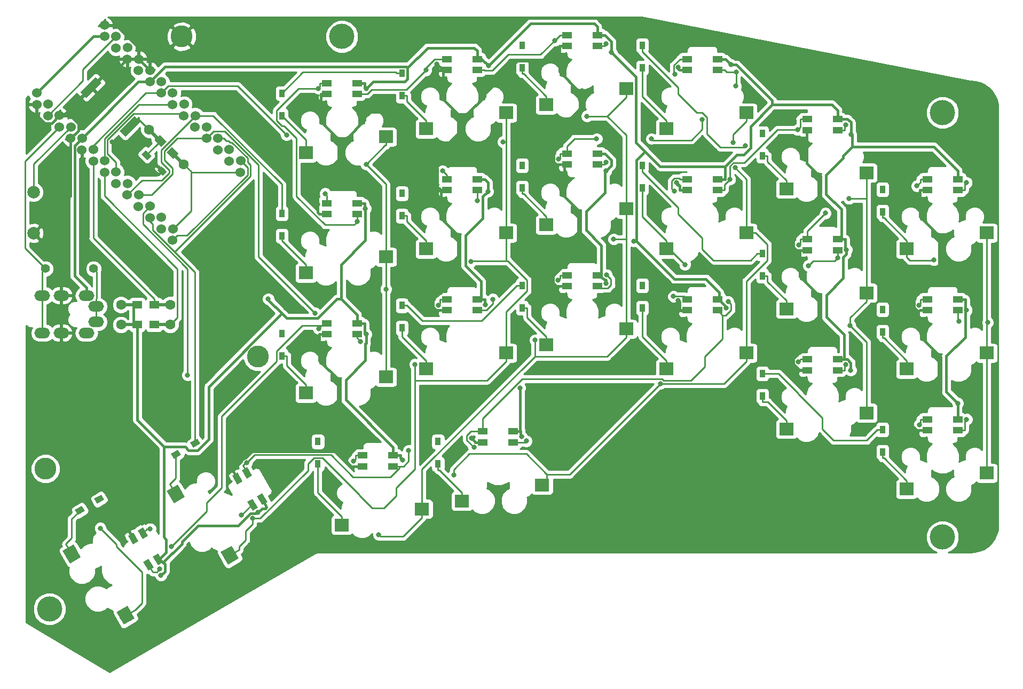
<source format=gbl>
G04 #@! TF.GenerationSoftware,KiCad,Pcbnew,5.0.2-bee76a0~70~ubuntu18.04.1*
G04 #@! TF.CreationDate,2019-07-24T00:03:49+09:00*
G04 #@! TF.ProjectId,silverbullet44,73696c76-6572-4627-956c-6c657434342e,rev?*
G04 #@! TF.SameCoordinates,Original*
G04 #@! TF.FileFunction,Copper,L2,Bot*
G04 #@! TF.FilePolarity,Positive*
%FSLAX46Y46*%
G04 Gerber Fmt 4.6, Leading zero omitted, Abs format (unit mm)*
G04 Created by KiCad (PCBNEW 5.0.2-bee76a0~70~ubuntu18.04.1) date 2019年07月24日 00時03分49秒*
%MOMM*%
%LPD*%
G01*
G04 APERTURE LIST*
G04 #@! TA.AperFunction,Conductor*
%ADD10R,2.900000X0.500000*%
G04 #@! TD*
G04 #@! TA.AperFunction,SMDPad,CuDef*
%ADD11R,1.500000X1.200000*%
G04 #@! TD*
G04 #@! TA.AperFunction,ComponentPad*
%ADD12C,1.600000*%
G04 #@! TD*
G04 #@! TA.AperFunction,Conductor*
%ADD13C,0.500000*%
G04 #@! TD*
G04 #@! TA.AperFunction,Conductor*
%ADD14C,0.100000*%
G04 #@! TD*
G04 #@! TA.AperFunction,SMDPad,CuDef*
%ADD15C,1.200000*%
G04 #@! TD*
G04 #@! TA.AperFunction,SMDPad,CuDef*
%ADD16C,2.000000*%
G04 #@! TD*
G04 #@! TA.AperFunction,SMDPad,CuDef*
%ADD17R,2.300000X2.000000*%
G04 #@! TD*
G04 #@! TA.AperFunction,SMDPad,CuDef*
%ADD18R,1.600000X1.000000*%
G04 #@! TD*
G04 #@! TA.AperFunction,ComponentPad*
%ADD19C,1.524000*%
G04 #@! TD*
G04 #@! TA.AperFunction,ComponentPad*
%ADD20C,3.470000*%
G04 #@! TD*
G04 #@! TA.AperFunction,WasherPad*
%ADD21C,4.000000*%
G04 #@! TD*
G04 #@! TA.AperFunction,SMDPad,CuDef*
%ADD22C,1.000000*%
G04 #@! TD*
G04 #@! TA.AperFunction,ComponentPad*
%ADD23C,2.000000*%
G04 #@! TD*
G04 #@! TA.AperFunction,ComponentPad*
%ADD24O,2.500000X1.700000*%
G04 #@! TD*
G04 #@! TA.AperFunction,SMDPad,CuDef*
%ADD25C,1.300000*%
G04 #@! TD*
G04 #@! TA.AperFunction,SMDPad,CuDef*
%ADD26R,0.950000X1.300000*%
G04 #@! TD*
G04 #@! TA.AperFunction,SMDPad,CuDef*
%ADD27C,0.950000*%
G04 #@! TD*
G04 #@! TA.AperFunction,ComponentPad*
%ADD28C,1.397000*%
G04 #@! TD*
G04 #@! TA.AperFunction,ViaPad*
%ADD29C,0.800000*%
G04 #@! TD*
G04 #@! TA.AperFunction,Conductor*
%ADD30C,0.250000*%
G04 #@! TD*
G04 #@! TA.AperFunction,Conductor*
%ADD31C,0.400000*%
G04 #@! TD*
G04 #@! TA.AperFunction,Conductor*
%ADD32C,0.254000*%
G04 #@! TD*
G04 APERTURE END LIST*
D10*
G04 #@! TO.N,SDA*
G04 #@! TO.C,R1*
X78065000Y-67310000D03*
D11*
G04 #@! TD*
G04 #@! TO.P,R1,2*
G04 #@! TO.N,SDA*
X76915000Y-67310000D03*
G04 #@! TO.P,R1,1*
G04 #@! TO.N,VCC*
X74215000Y-67310000D03*
D10*
G04 #@! TD*
G04 #@! TO.N,VCC*
G04 #@! TO.C,R1*
X73065000Y-67310000D03*
D12*
G04 #@! TO.P,R1,2*
G04 #@! TO.N,SDA*
X79465000Y-67310000D03*
G04 #@! TO.P,R1,1*
G04 #@! TO.N,VCC*
X71665000Y-67310000D03*
G04 #@! TD*
D10*
G04 #@! TO.N,SCL*
G04 #@! TO.C,R2*
X78065000Y-70485000D03*
D11*
G04 #@! TD*
G04 #@! TO.P,R2,2*
G04 #@! TO.N,SCL*
X76915000Y-70485000D03*
G04 #@! TO.P,R2,1*
G04 #@! TO.N,VCC*
X74215000Y-70485000D03*
D10*
G04 #@! TD*
G04 #@! TO.N,VCC*
G04 #@! TO.C,R2*
X73065000Y-70485000D03*
D12*
G04 #@! TO.P,R2,2*
G04 #@! TO.N,SCL*
X79465000Y-70485000D03*
G04 #@! TO.P,R2,1*
G04 #@! TO.N,VCC*
X71665000Y-70485000D03*
G04 #@! TD*
D13*
G04 #@! TO.N,SPEKER*
G04 #@! TO.C,R3*
X80634767Y-44058767D03*
D14*
G36*
X81836849Y-44907295D02*
X81483295Y-45260849D01*
X79432685Y-43210239D01*
X79786239Y-42856685D01*
X81836849Y-44907295D01*
X81836849Y-44907295D01*
G37*
D15*
G04 #@! TD*
G04 #@! TO.P,R3,2*
G04 #@! TO.N,SPEKER*
X79821594Y-43245594D03*
D14*
G04 #@! TO.N,SPEKER*
G04 #@! TO.C,R3*
G36*
X80776188Y-43351660D02*
X79927660Y-44200188D01*
X78867000Y-43139528D01*
X79715528Y-42291000D01*
X80776188Y-43351660D01*
X80776188Y-43351660D01*
G37*
D15*
G04 #@! TD*
G04 #@! TO.P,R3,1*
G04 #@! TO.N,Net-(D23-Pad1)*
X77912406Y-41336406D03*
D14*
G04 #@! TO.N,Net-(D23-Pad1)*
G04 #@! TO.C,R3*
G36*
X78867000Y-41442472D02*
X78018472Y-42291000D01*
X76957812Y-41230340D01*
X77806340Y-40381812D01*
X78867000Y-41442472D01*
X78867000Y-41442472D01*
G37*
D13*
X77099233Y-40523233D03*
D14*
G36*
X78301315Y-41371761D02*
X77947761Y-41725315D01*
X75897151Y-39674705D01*
X76250705Y-39321151D01*
X78301315Y-41371761D01*
X78301315Y-41371761D01*
G37*
D12*
G04 #@! TD*
G04 #@! TO.P,R3,2*
G04 #@! TO.N,SPEKER*
X81624716Y-45048716D03*
G04 #@! TO.P,R3,1*
G04 #@! TO.N,Net-(D23-Pad1)*
X76109284Y-39533284D03*
G04 #@! TD*
D16*
G04 #@! TO.P,SW19,1*
G04 #@! TO.N,COL0*
X72385654Y-116572178D03*
D14*
G04 #@! TD*
G04 #@! TO.N,COL0*
G04 #@! TO.C,SW19*
G36*
X70944629Y-116076249D02*
X72676679Y-115076249D01*
X73826679Y-117068107D01*
X72094629Y-118068107D01*
X70944629Y-116076249D01*
X70944629Y-116076249D01*
G37*
D16*
G04 #@! TO.P,SW19,2*
G04 #@! TO.N,Net-(D19-Pad2)*
X63835950Y-106843655D03*
D14*
G04 #@! TD*
G04 #@! TO.N,Net-(D19-Pad2)*
G04 #@! TO.C,SW19*
G36*
X62394925Y-106347726D02*
X64126975Y-105347726D01*
X65276975Y-107339584D01*
X63544925Y-108339584D01*
X62394925Y-106347726D01*
X62394925Y-106347726D01*
G37*
D16*
G04 #@! TO.P,SW20,1*
G04 #@! TO.N,COL1*
X88895654Y-107047178D03*
D14*
G04 #@! TD*
G04 #@! TO.N,COL1*
G04 #@! TO.C,SW20*
G36*
X87454629Y-106551249D02*
X89186679Y-105551249D01*
X90336679Y-107543107D01*
X88604629Y-108543107D01*
X87454629Y-106551249D01*
X87454629Y-106551249D01*
G37*
D16*
G04 #@! TO.P,SW20,2*
G04 #@! TO.N,Net-(D20-Pad2)*
X80345950Y-97318655D03*
D14*
G04 #@! TD*
G04 #@! TO.N,Net-(D20-Pad2)*
G04 #@! TO.C,SW20*
G36*
X78904925Y-96822726D02*
X80636975Y-95822726D01*
X81786975Y-97814584D01*
X80054925Y-98814584D01*
X78904925Y-96822726D01*
X78904925Y-96822726D01*
G37*
D17*
G04 #@! TO.P,SW22,1*
G04 #@! TO.N,COL3*
X138445000Y-95925000D03*
G04 #@! TO.P,SW22,2*
G04 #@! TO.N,Net-(D22-Pad2)*
X125745000Y-98465000D03*
G04 #@! TD*
G04 #@! TO.P,SW21,1*
G04 #@! TO.N,COL2*
X119395000Y-99735000D03*
G04 #@! TO.P,SW21,2*
G04 #@! TO.N,Net-(D21-Pad2)*
X106695000Y-102275000D03*
G04 #@! TD*
D18*
G04 #@! TO.P,L16,2*
G04 #@! TO.N,GND*
X129045000Y-89140000D03*
G04 #@! TO.P,L16,1*
G04 #@! TO.N,Net-(L16-Pad1)*
X129045000Y-87390000D03*
G04 #@! TO.P,L16,4*
G04 #@! TO.N,VCC*
X133845000Y-87390000D03*
G04 #@! TO.P,L16,3*
G04 #@! TO.N,Net-(L15-Pad1)*
X133845000Y-89140000D03*
G04 #@! TD*
D19*
G04 #@! TO.P,U1,26*
G04 #@! TO.N,GND*
X58270303Y-35536662D03*
G04 #@! TO.P,U1,25*
G04 #@! TO.N,BAT+*
X58296042Y-33714872D03*
X69046610Y-24760354D03*
G04 #@! TO.P,U1,26*
G04 #@! TO.N,GND*
X69046610Y-22964303D03*
G04 #@! TO.P,U1,24*
G04 #@! TO.N,Net-(U1-Pad24)*
X70842662Y-26556406D03*
G04 #@! TO.P,U1,23*
G04 #@! TO.N,GND*
X72638713Y-28352457D03*
G04 #@! TO.P,U1,22*
G04 #@! TO.N,RST*
X74434764Y-30148508D03*
G04 #@! TO.P,U1,21*
G04 #@! TO.N,VCC*
X76230815Y-31944559D03*
G04 #@! TO.P,U1,20*
G04 #@! TO.N,COL0*
X78026867Y-33740610D03*
G04 #@! TO.P,U1,19*
G04 #@! TO.N,COL1*
X79822918Y-35536662D03*
G04 #@! TO.P,U1,18*
G04 #@! TO.N,COL2*
X81618969Y-37332713D03*
G04 #@! TO.P,U1,17*
G04 #@! TO.N,COL3*
X83415020Y-39128764D03*
G04 #@! TO.P,U1,16*
G04 #@! TO.N,COL4*
X85211071Y-40924815D03*
G04 #@! TO.P,U1,15*
G04 #@! TO.N,COL5*
X87007123Y-42720867D03*
G04 #@! TO.P,U1,14*
G04 #@! TO.N,Net-(U1-Pad14)*
X88803174Y-44516918D03*
G04 #@! TO.P,U1,13*
G04 #@! TO.N,SPEKER*
X90599225Y-46312969D03*
G04 #@! TO.P,U1,12*
G04 #@! TO.N,Net-(U1-Pad12)*
X79822918Y-57089276D03*
G04 #@! TO.P,U1,11*
G04 #@! TO.N,Net-(U1-Pad11)*
X78026867Y-55293225D03*
G04 #@! TO.P,U1,10*
G04 #@! TO.N,ROW3*
X76230815Y-53497174D03*
G04 #@! TO.P,U1,9*
G04 #@! TO.N,ROW2*
X74434764Y-51701123D03*
G04 #@! TO.P,U1,8*
G04 #@! TO.N,ROW1*
X72638713Y-49905071D03*
G04 #@! TO.P,U1,7*
G04 #@! TO.N,ROW0*
X70842662Y-48109020D03*
G04 #@! TO.P,U1,6*
G04 #@! TO.N,SCL*
X69046610Y-46312969D03*
G04 #@! TO.P,U1,5*
G04 #@! TO.N,SDA*
X67250559Y-44516918D03*
G04 #@! TO.P,U1,4*
G04 #@! TO.N,GND*
X65454508Y-42720867D03*
G04 #@! TO.P,U1,3*
X63658457Y-40924815D03*
G04 #@! TO.P,U1,2*
G04 #@! TO.N,DATA*
X61862406Y-39128764D03*
G04 #@! TO.P,U1,1*
G04 #@! TO.N,LED*
X60066354Y-37332713D03*
X70868400Y-24734616D03*
G04 #@! TO.P,U1,2*
G04 #@! TO.N,DATA*
X72664452Y-26530667D03*
G04 #@! TO.P,U1,3*
G04 #@! TO.N,GND*
X74460503Y-28326718D03*
G04 #@! TO.P,U1,4*
X76256554Y-30122769D03*
G04 #@! TO.P,U1,5*
G04 #@! TO.N,SDA*
X78052605Y-31918821D03*
G04 #@! TO.P,U1,6*
G04 #@! TO.N,SCL*
X79848657Y-33714872D03*
G04 #@! TO.P,U1,7*
G04 #@! TO.N,ROW0*
X81644708Y-35510923D03*
G04 #@! TO.P,U1,8*
G04 #@! TO.N,ROW1*
X83440759Y-37306974D03*
G04 #@! TO.P,U1,9*
G04 #@! TO.N,ROW2*
X85236810Y-39103025D03*
G04 #@! TO.P,U1,10*
G04 #@! TO.N,ROW3*
X87032861Y-40899077D03*
G04 #@! TO.P,U1,11*
G04 #@! TO.N,Net-(U1-Pad11)*
X88828913Y-42695128D03*
G04 #@! TO.P,U1,12*
G04 #@! TO.N,Net-(U1-Pad12)*
X90624964Y-44491179D03*
G04 #@! TO.P,U1,13*
G04 #@! TO.N,SPEKER*
X79862799Y-55253344D03*
G04 #@! TO.P,U1,14*
G04 #@! TO.N,Net-(U1-Pad14)*
X78066747Y-53457293D03*
G04 #@! TO.P,U1,15*
G04 #@! TO.N,COL5*
X76270696Y-51661242D03*
G04 #@! TO.P,U1,16*
G04 #@! TO.N,COL4*
X74474645Y-49865191D03*
G04 #@! TO.P,U1,17*
G04 #@! TO.N,COL3*
X72678594Y-48069139D03*
G04 #@! TO.P,U1,18*
G04 #@! TO.N,COL2*
X70882543Y-46273088D03*
G04 #@! TO.P,U1,19*
G04 #@! TO.N,COL1*
X69086491Y-44477037D03*
G04 #@! TO.P,U1,20*
G04 #@! TO.N,COL0*
X67290440Y-42680986D03*
G04 #@! TO.P,U1,21*
G04 #@! TO.N,VCC*
X65494389Y-40884935D03*
G04 #@! TO.P,U1,22*
G04 #@! TO.N,RST*
X63698338Y-39088883D03*
G04 #@! TO.P,U1,23*
G04 #@! TO.N,GND*
X61902286Y-37292832D03*
G04 #@! TO.P,U1,24*
G04 #@! TO.N,Net-(U1-Pad24)*
X60106235Y-35496781D03*
G04 #@! TD*
D20*
G04 #@! TO.P,J4,1*
G04 #@! TO.N,Net-(J4-Pad1)*
X59690000Y-93345000D03*
G04 #@! TD*
G04 #@! TO.P,J5,1*
G04 #@! TO.N,GND*
X81280000Y-24765000D03*
G04 #@! TD*
D17*
G04 #@! TO.P,SW1,1*
G04 #@! TO.N,COL0*
X113680000Y-40680000D03*
G04 #@! TO.P,SW1,2*
G04 #@! TO.N,Net-(D1-Pad2)*
X100980000Y-43220000D03*
G04 #@! TD*
G04 #@! TO.P,SW2,1*
G04 #@! TO.N,COL1*
X132730000Y-36870000D03*
G04 #@! TO.P,SW2,2*
G04 #@! TO.N,Net-(D2-Pad2)*
X120030000Y-39410000D03*
G04 #@! TD*
G04 #@! TO.P,SW3,1*
G04 #@! TO.N,COL2*
X151780000Y-33060000D03*
G04 #@! TO.P,SW3,2*
G04 #@! TO.N,Net-(D3-Pad2)*
X139080000Y-35600000D03*
G04 #@! TD*
G04 #@! TO.P,SW4,1*
G04 #@! TO.N,COL3*
X170830000Y-36870000D03*
G04 #@! TO.P,SW4,2*
G04 #@! TO.N,Net-(D4-Pad2)*
X158130000Y-39410000D03*
G04 #@! TD*
G04 #@! TO.P,SW5,1*
G04 #@! TO.N,COL4*
X189880000Y-46395000D03*
G04 #@! TO.P,SW5,2*
G04 #@! TO.N,Net-(D5-Pad2)*
X177180000Y-48935000D03*
G04 #@! TD*
G04 #@! TO.P,SW6,1*
G04 #@! TO.N,COL5*
X208930000Y-55920000D03*
G04 #@! TO.P,SW6,2*
G04 #@! TO.N,Net-(D6-Pad2)*
X196230000Y-58460000D03*
G04 #@! TD*
G04 #@! TO.P,SW7,1*
G04 #@! TO.N,COL0*
X113680000Y-59730000D03*
G04 #@! TO.P,SW7,2*
G04 #@! TO.N,Net-(D7-Pad2)*
X100980000Y-62270000D03*
G04 #@! TD*
G04 #@! TO.P,SW8,1*
G04 #@! TO.N,COL1*
X132730000Y-55920000D03*
G04 #@! TO.P,SW8,2*
G04 #@! TO.N,Net-(D8-Pad2)*
X120030000Y-58460000D03*
G04 #@! TD*
G04 #@! TO.P,SW9,1*
G04 #@! TO.N,COL2*
X151780000Y-52110000D03*
G04 #@! TO.P,SW9,2*
G04 #@! TO.N,Net-(D9-Pad2)*
X139080000Y-54650000D03*
G04 #@! TD*
G04 #@! TO.P,SW10,1*
G04 #@! TO.N,COL3*
X170830000Y-55920000D03*
G04 #@! TO.P,SW10,2*
G04 #@! TO.N,Net-(D10-Pad2)*
X158130000Y-58460000D03*
G04 #@! TD*
G04 #@! TO.P,SW11,1*
G04 #@! TO.N,COL4*
X189880000Y-65445000D03*
G04 #@! TO.P,SW11,2*
G04 #@! TO.N,Net-(D11-Pad2)*
X177180000Y-67985000D03*
G04 #@! TD*
G04 #@! TO.P,SW12,1*
G04 #@! TO.N,COL5*
X208930000Y-74970000D03*
G04 #@! TO.P,SW12,2*
G04 #@! TO.N,Net-(D12-Pad2)*
X196230000Y-77510000D03*
G04 #@! TD*
G04 #@! TO.P,SW13,1*
G04 #@! TO.N,COL0*
X113680000Y-78780000D03*
G04 #@! TO.P,SW13,2*
G04 #@! TO.N,Net-(D13-Pad2)*
X100980000Y-81320000D03*
G04 #@! TD*
G04 #@! TO.P,SW14,1*
G04 #@! TO.N,COL1*
X132730000Y-74970000D03*
G04 #@! TO.P,SW14,2*
G04 #@! TO.N,Net-(D14-Pad2)*
X120030000Y-77510000D03*
G04 #@! TD*
G04 #@! TO.P,SW15,1*
G04 #@! TO.N,COL2*
X151780000Y-71160000D03*
G04 #@! TO.P,SW15,2*
G04 #@! TO.N,Net-(D15-Pad2)*
X139080000Y-73700000D03*
G04 #@! TD*
G04 #@! TO.P,SW16,1*
G04 #@! TO.N,COL3*
X170830000Y-74970000D03*
G04 #@! TO.P,SW16,2*
G04 #@! TO.N,Net-(D16-Pad2)*
X158130000Y-77510000D03*
G04 #@! TD*
G04 #@! TO.P,SW17,1*
G04 #@! TO.N,COL4*
X189880000Y-84495000D03*
G04 #@! TO.P,SW17,2*
G04 #@! TO.N,Net-(D17-Pad2)*
X177180000Y-87035000D03*
G04 #@! TD*
G04 #@! TO.P,SW18,1*
G04 #@! TO.N,COL5*
X208930000Y-94020000D03*
G04 #@! TO.P,SW18,2*
G04 #@! TO.N,Net-(D18-Pad2)*
X196230000Y-96560000D03*
G04 #@! TD*
D21*
G04 #@! TO.P,Ref1,*
G04 #@! TO.N,*
X106680000Y-24765000D03*
G04 #@! TD*
G04 #@! TO.P,Ref3,*
G04 #@! TO.N,*
X60325000Y-115570000D03*
G04 #@! TD*
G04 #@! TO.P,Ref5,*
G04 #@! TO.N,*
X201930000Y-104140000D03*
G04 #@! TD*
D18*
G04 #@! TO.P,L1,2*
G04 #@! TO.N,GND*
X142380000Y-26275000D03*
G04 #@! TO.P,L1,1*
G04 #@! TO.N,Net-(L1-Pad1)*
X142380000Y-24525000D03*
G04 #@! TO.P,L1,4*
G04 #@! TO.N,VCC*
X147180000Y-24525000D03*
G04 #@! TO.P,L1,3*
G04 #@! TO.N,LED*
X147180000Y-26275000D03*
G04 #@! TD*
G04 #@! TO.P,L2,2*
G04 #@! TO.N,GND*
X123330000Y-30085000D03*
G04 #@! TO.P,L2,1*
G04 #@! TO.N,Net-(L2-Pad1)*
X123330000Y-28335000D03*
G04 #@! TO.P,L2,4*
G04 #@! TO.N,VCC*
X128130000Y-28335000D03*
G04 #@! TO.P,L2,3*
G04 #@! TO.N,Net-(L1-Pad1)*
X128130000Y-30085000D03*
G04 #@! TD*
G04 #@! TO.P,L3,2*
G04 #@! TO.N,GND*
X104280000Y-33895000D03*
G04 #@! TO.P,L3,1*
G04 #@! TO.N,Net-(L3-Pad1)*
X104280000Y-32145000D03*
G04 #@! TO.P,L3,4*
G04 #@! TO.N,VCC*
X109080000Y-32145000D03*
G04 #@! TO.P,L3,3*
G04 #@! TO.N,Net-(L2-Pad1)*
X109080000Y-33895000D03*
G04 #@! TD*
G04 #@! TO.P,L4,2*
G04 #@! TO.N,GND*
X104280000Y-52945000D03*
G04 #@! TO.P,L4,1*
G04 #@! TO.N,Net-(L4-Pad1)*
X104280000Y-51195000D03*
G04 #@! TO.P,L4,4*
G04 #@! TO.N,VCC*
X109080000Y-51195000D03*
G04 #@! TO.P,L4,3*
G04 #@! TO.N,Net-(L3-Pad1)*
X109080000Y-52945000D03*
G04 #@! TD*
G04 #@! TO.P,L5,2*
G04 #@! TO.N,GND*
X123330000Y-49135000D03*
G04 #@! TO.P,L5,1*
G04 #@! TO.N,Net-(L5-Pad1)*
X123330000Y-47385000D03*
G04 #@! TO.P,L5,4*
G04 #@! TO.N,VCC*
X128130000Y-47385000D03*
G04 #@! TO.P,L5,3*
G04 #@! TO.N,Net-(L4-Pad1)*
X128130000Y-49135000D03*
G04 #@! TD*
G04 #@! TO.P,L6,2*
G04 #@! TO.N,GND*
X142380000Y-45071000D03*
G04 #@! TO.P,L6,1*
G04 #@! TO.N,Net-(L6-Pad1)*
X142380000Y-43321000D03*
G04 #@! TO.P,L6,4*
G04 #@! TO.N,VCC*
X147180000Y-43321000D03*
G04 #@! TO.P,L6,3*
G04 #@! TO.N,Net-(L5-Pad1)*
X147180000Y-45071000D03*
G04 #@! TD*
G04 #@! TO.P,L7,2*
G04 #@! TO.N,GND*
X161430000Y-30085000D03*
G04 #@! TO.P,L7,1*
G04 #@! TO.N,Net-(L7-Pad1)*
X161430000Y-28335000D03*
G04 #@! TO.P,L7,4*
G04 #@! TO.N,VCC*
X166230000Y-28335000D03*
G04 #@! TO.P,L7,3*
G04 #@! TO.N,Net-(L6-Pad1)*
X166230000Y-30085000D03*
G04 #@! TD*
G04 #@! TO.P,L8,2*
G04 #@! TO.N,GND*
X180480000Y-39610000D03*
G04 #@! TO.P,L8,1*
G04 #@! TO.N,Net-(L8-Pad1)*
X180480000Y-37860000D03*
G04 #@! TO.P,L8,4*
G04 #@! TO.N,VCC*
X185280000Y-37860000D03*
G04 #@! TO.P,L8,3*
G04 #@! TO.N,Net-(L7-Pad1)*
X185280000Y-39610000D03*
G04 #@! TD*
G04 #@! TO.P,L9,2*
G04 #@! TO.N,GND*
X161430000Y-49135000D03*
G04 #@! TO.P,L9,1*
G04 #@! TO.N,Net-(L10-Pad3)*
X161430000Y-47385000D03*
G04 #@! TO.P,L9,4*
G04 #@! TO.N,VCC*
X166230000Y-47385000D03*
G04 #@! TO.P,L9,3*
G04 #@! TO.N,Net-(L8-Pad1)*
X166230000Y-49135000D03*
G04 #@! TD*
G04 #@! TO.P,L10,2*
G04 #@! TO.N,GND*
X142380000Y-64375000D03*
G04 #@! TO.P,L10,1*
G04 #@! TO.N,Net-(L10-Pad1)*
X142380000Y-62625000D03*
G04 #@! TO.P,L10,4*
G04 #@! TO.N,VCC*
X147180000Y-62625000D03*
G04 #@! TO.P,L10,3*
G04 #@! TO.N,Net-(L10-Pad3)*
X147180000Y-64375000D03*
G04 #@! TD*
G04 #@! TO.P,L11,2*
G04 #@! TO.N,GND*
X123330000Y-68185000D03*
G04 #@! TO.P,L11,1*
G04 #@! TO.N,Net-(L11-Pad1)*
X123330000Y-66435000D03*
G04 #@! TO.P,L11,4*
G04 #@! TO.N,VCC*
X128130000Y-66435000D03*
G04 #@! TO.P,L11,3*
G04 #@! TO.N,Net-(L10-Pad1)*
X128130000Y-68185000D03*
G04 #@! TD*
G04 #@! TO.P,L12,2*
G04 #@! TO.N,GND*
X104280000Y-71995000D03*
G04 #@! TO.P,L12,1*
G04 #@! TO.N,Net-(L12-Pad1)*
X104280000Y-70245000D03*
G04 #@! TO.P,L12,4*
G04 #@! TO.N,VCC*
X109080000Y-70245000D03*
G04 #@! TO.P,L12,3*
G04 #@! TO.N,Net-(L11-Pad1)*
X109080000Y-71995000D03*
G04 #@! TD*
D22*
G04 #@! TO.P,L13,2*
G04 #@! TO.N,GND*
X73607228Y-104404039D03*
D14*
G04 #@! TD*
G04 #@! TO.N,GND*
G04 #@! TO.C,L13*
G36*
X72774215Y-103961219D02*
X73640241Y-103461219D01*
X74440241Y-104846859D01*
X73574215Y-105346859D01*
X72774215Y-103961219D01*
X72774215Y-103961219D01*
G37*
D22*
G04 #@! TO.P,L13,1*
G04 #@! TO.N,Net-(L13-Pad1)*
X75122772Y-103529039D03*
D14*
G04 #@! TD*
G04 #@! TO.N,Net-(L13-Pad1)*
G04 #@! TO.C,L13*
G36*
X74289759Y-103086219D02*
X75155785Y-102586219D01*
X75955785Y-103971859D01*
X75089759Y-104471859D01*
X74289759Y-103086219D01*
X74289759Y-103086219D01*
G37*
D22*
G04 #@! TO.P,L13,4*
G04 #@! TO.N,VCC*
X77522772Y-107685961D03*
D14*
G04 #@! TD*
G04 #@! TO.N,VCC*
G04 #@! TO.C,L13*
G36*
X76689759Y-107243141D02*
X77555785Y-106743141D01*
X78355785Y-108128781D01*
X77489759Y-108628781D01*
X76689759Y-107243141D01*
X76689759Y-107243141D01*
G37*
D22*
G04 #@! TO.P,L13,3*
G04 #@! TO.N,Net-(L12-Pad1)*
X76007228Y-108560961D03*
D14*
G04 #@! TD*
G04 #@! TO.N,Net-(L12-Pad1)*
G04 #@! TO.C,L13*
G36*
X75174215Y-108118141D02*
X76040241Y-107618141D01*
X76840241Y-109003781D01*
X75974215Y-109503781D01*
X75174215Y-108118141D01*
X75174215Y-108118141D01*
G37*
D22*
G04 #@! TO.P,L14,2*
G04 #@! TO.N,GND*
X90117228Y-94879039D03*
D14*
G04 #@! TD*
G04 #@! TO.N,GND*
G04 #@! TO.C,L14*
G36*
X89284215Y-94436219D02*
X90150241Y-93936219D01*
X90950241Y-95321859D01*
X90084215Y-95821859D01*
X89284215Y-94436219D01*
X89284215Y-94436219D01*
G37*
D22*
G04 #@! TO.P,L14,1*
G04 #@! TO.N,Net-(L14-Pad1)*
X91632772Y-94004039D03*
D14*
G04 #@! TD*
G04 #@! TO.N,Net-(L14-Pad1)*
G04 #@! TO.C,L14*
G36*
X90799759Y-93561219D02*
X91665785Y-93061219D01*
X92465785Y-94446859D01*
X91599759Y-94946859D01*
X90799759Y-93561219D01*
X90799759Y-93561219D01*
G37*
D22*
G04 #@! TO.P,L14,4*
G04 #@! TO.N,VCC*
X94032772Y-98160961D03*
D14*
G04 #@! TD*
G04 #@! TO.N,VCC*
G04 #@! TO.C,L14*
G36*
X93199759Y-97718141D02*
X94065785Y-97218141D01*
X94865785Y-98603781D01*
X93999759Y-99103781D01*
X93199759Y-97718141D01*
X93199759Y-97718141D01*
G37*
D22*
G04 #@! TO.P,L14,3*
G04 #@! TO.N,Net-(L13-Pad1)*
X92517228Y-99035961D03*
D14*
G04 #@! TD*
G04 #@! TO.N,Net-(L13-Pad1)*
G04 #@! TO.C,L14*
G36*
X91684215Y-98593141D02*
X92550241Y-98093141D01*
X93350241Y-99478781D01*
X92484215Y-99978781D01*
X91684215Y-98593141D01*
X91684215Y-98593141D01*
G37*
D18*
G04 #@! TO.P,L15,2*
G04 #@! TO.N,GND*
X109995000Y-92950000D03*
G04 #@! TO.P,L15,1*
G04 #@! TO.N,Net-(L15-Pad1)*
X109995000Y-91200000D03*
G04 #@! TO.P,L15,4*
G04 #@! TO.N,VCC*
X114795000Y-91200000D03*
G04 #@! TO.P,L15,3*
G04 #@! TO.N,Net-(L14-Pad1)*
X114795000Y-92950000D03*
G04 #@! TD*
G04 #@! TO.P,L17,2*
G04 #@! TO.N,GND*
X161430000Y-68185000D03*
G04 #@! TO.P,L17,1*
G04 #@! TO.N,Net-(L17-Pad1)*
X161430000Y-66435000D03*
G04 #@! TO.P,L17,4*
G04 #@! TO.N,VCC*
X166230000Y-66435000D03*
G04 #@! TO.P,L17,3*
G04 #@! TO.N,Net-(L16-Pad1)*
X166230000Y-68185000D03*
G04 #@! TD*
G04 #@! TO.P,L18,2*
G04 #@! TO.N,GND*
X180480000Y-58660000D03*
G04 #@! TO.P,L18,1*
G04 #@! TO.N,Net-(L18-Pad1)*
X180480000Y-56910000D03*
G04 #@! TO.P,L18,4*
G04 #@! TO.N,VCC*
X185280000Y-56910000D03*
G04 #@! TO.P,L18,3*
G04 #@! TO.N,Net-(L17-Pad1)*
X185280000Y-58660000D03*
G04 #@! TD*
G04 #@! TO.P,L19,2*
G04 #@! TO.N,GND*
X199530000Y-49135000D03*
G04 #@! TO.P,L19,1*
G04 #@! TO.N,Net-(L19-Pad1)*
X199530000Y-47385000D03*
G04 #@! TO.P,L19,4*
G04 #@! TO.N,VCC*
X204330000Y-47385000D03*
G04 #@! TO.P,L19,3*
G04 #@! TO.N,Net-(L18-Pad1)*
X204330000Y-49135000D03*
G04 #@! TD*
G04 #@! TO.P,L20,2*
G04 #@! TO.N,GND*
X199530000Y-68185000D03*
G04 #@! TO.P,L20,1*
G04 #@! TO.N,Net-(L20-Pad1)*
X199530000Y-66435000D03*
G04 #@! TO.P,L20,4*
G04 #@! TO.N,VCC*
X204330000Y-66435000D03*
G04 #@! TO.P,L20,3*
G04 #@! TO.N,Net-(L19-Pad1)*
X204330000Y-68185000D03*
G04 #@! TD*
G04 #@! TO.P,L21,2*
G04 #@! TO.N,GND*
X180480000Y-77710000D03*
G04 #@! TO.P,L21,1*
G04 #@! TO.N,Net-(L21-Pad1)*
X180480000Y-75960000D03*
G04 #@! TO.P,L21,4*
G04 #@! TO.N,VCC*
X185280000Y-75960000D03*
G04 #@! TO.P,L21,3*
G04 #@! TO.N,Net-(L20-Pad1)*
X185280000Y-77710000D03*
G04 #@! TD*
G04 #@! TO.P,L22,2*
G04 #@! TO.N,GND*
X199530000Y-87235000D03*
G04 #@! TO.P,L22,1*
G04 #@! TO.N,Net-(J6-Pad1)*
X199530000Y-85485000D03*
G04 #@! TO.P,L22,4*
G04 #@! TO.N,VCC*
X204330000Y-85485000D03*
G04 #@! TO.P,L22,3*
G04 #@! TO.N,Net-(L21-Pad1)*
X204330000Y-87235000D03*
G04 #@! TD*
D23*
G04 #@! TO.P,SW23,1*
G04 #@! TO.N,GND*
X57785000Y-55955000D03*
G04 #@! TO.P,SW23,2*
G04 #@! TO.N,RST*
X57785000Y-49455000D03*
G04 #@! TD*
D21*
G04 #@! TO.P,Ref2,*
G04 #@! TO.N,*
X201930000Y-36830000D03*
G04 #@! TD*
D24*
G04 #@! TO.P,TRRS1,D*
G04 #@! TO.N,VCC*
X66180000Y-71795000D03*
G04 #@! TO.P,TRRS1,A*
G04 #@! TO.N,Net-(J1-Pad1)*
X67680000Y-67595000D03*
G04 #@! TO.P,TRRS1,B*
G04 #@! TO.N,DATA*
X59180000Y-71795000D03*
G04 #@! TO.P,TRRS1,C*
G04 #@! TO.N,GND*
X62180000Y-71795000D03*
G04 #@! TO.P,TRRS1,B*
G04 #@! TO.N,DATA*
X59180000Y-65845000D03*
G04 #@! TO.P,TRRS1,C*
G04 #@! TO.N,GND*
X62180000Y-65845000D03*
G04 #@! TO.P,TRRS1,D*
G04 #@! TO.N,VCC*
X66180000Y-65845000D03*
G04 #@! TO.P,TRRS1,A*
G04 #@! TO.N,Net-(J1-Pad1)*
X67680000Y-70045000D03*
G04 #@! TD*
D25*
G04 #@! TO.P,LS1,2*
G04 #@! TO.N,GND*
X66920086Y-32846086D03*
D14*
G04 #@! TD*
G04 #@! TO.N,GND*
G04 #@! TO.C,LS1*
G36*
X68581787Y-32103624D02*
X66177624Y-34507787D01*
X65258385Y-33588548D01*
X67662548Y-31184385D01*
X68581787Y-32103624D01*
X68581787Y-32103624D01*
G37*
D25*
G04 #@! TO.P,LS1,1*
G04 #@! TO.N,Net-(D23-Pad1)*
X73071914Y-38997914D03*
D14*
G04 #@! TD*
G04 #@! TO.N,Net-(D23-Pad1)*
G04 #@! TO.C,LS1*
G36*
X74733615Y-38255452D02*
X72329452Y-40659615D01*
X71410213Y-39740376D01*
X73814376Y-37336213D01*
X74733615Y-38255452D01*
X74733615Y-38255452D01*
G37*
D26*
G04 #@! TO.P,D1,2*
G04 #@! TO.N,Net-(D1-Pad2)*
X97155000Y-37335000D03*
G04 #@! TO.P,D1,1*
G04 #@! TO.N,ROW0*
X97155000Y-33785000D03*
G04 #@! TD*
G04 #@! TO.P,D2,2*
G04 #@! TO.N,Net-(D2-Pad2)*
X116205000Y-34160000D03*
G04 #@! TO.P,D2,1*
G04 #@! TO.N,ROW0*
X116205000Y-30610000D03*
G04 #@! TD*
G04 #@! TO.P,D3,1*
G04 #@! TO.N,ROW0*
X135255000Y-26165000D03*
G04 #@! TO.P,D3,2*
G04 #@! TO.N,Net-(D3-Pad2)*
X135255000Y-29715000D03*
G04 #@! TD*
G04 #@! TO.P,D4,1*
G04 #@! TO.N,ROW0*
X154305000Y-26165000D03*
G04 #@! TO.P,D4,2*
G04 #@! TO.N,Net-(D4-Pad2)*
X154305000Y-29715000D03*
G04 #@! TD*
G04 #@! TO.P,D5,2*
G04 #@! TO.N,Net-(D5-Pad2)*
X173355000Y-43685000D03*
G04 #@! TO.P,D5,1*
G04 #@! TO.N,ROW0*
X173355000Y-40135000D03*
G04 #@! TD*
G04 #@! TO.P,D6,1*
G04 #@! TO.N,ROW0*
X192405000Y-49025000D03*
G04 #@! TO.P,D6,2*
G04 #@! TO.N,Net-(D6-Pad2)*
X192405000Y-52575000D03*
G04 #@! TD*
G04 #@! TO.P,D7,1*
G04 #@! TO.N,ROW1*
X97155000Y-52835000D03*
G04 #@! TO.P,D7,2*
G04 #@! TO.N,Net-(D7-Pad2)*
X97155000Y-56385000D03*
G04 #@! TD*
G04 #@! TO.P,D8,2*
G04 #@! TO.N,Net-(D8-Pad2)*
X116205000Y-53210000D03*
G04 #@! TO.P,D8,1*
G04 #@! TO.N,ROW1*
X116205000Y-49660000D03*
G04 #@! TD*
G04 #@! TO.P,D9,1*
G04 #@! TO.N,ROW1*
X135255000Y-45215000D03*
G04 #@! TO.P,D9,2*
G04 #@! TO.N,Net-(D9-Pad2)*
X135255000Y-48765000D03*
G04 #@! TD*
G04 #@! TO.P,D10,1*
G04 #@! TO.N,ROW1*
X154305000Y-45215000D03*
G04 #@! TO.P,D10,2*
G04 #@! TO.N,Net-(D10-Pad2)*
X154305000Y-48765000D03*
G04 #@! TD*
G04 #@! TO.P,D11,1*
G04 #@! TO.N,ROW1*
X173355000Y-59185000D03*
G04 #@! TO.P,D11,2*
G04 #@! TO.N,Net-(D11-Pad2)*
X173355000Y-62735000D03*
G04 #@! TD*
G04 #@! TO.P,D12,1*
G04 #@! TO.N,ROW1*
X192405000Y-68075000D03*
G04 #@! TO.P,D12,2*
G04 #@! TO.N,Net-(D12-Pad2)*
X192405000Y-71625000D03*
G04 #@! TD*
G04 #@! TO.P,D13,1*
G04 #@! TO.N,ROW2*
X97155000Y-71885000D03*
G04 #@! TO.P,D13,2*
G04 #@! TO.N,Net-(D13-Pad2)*
X97155000Y-75435000D03*
G04 #@! TD*
G04 #@! TO.P,D14,1*
G04 #@! TO.N,ROW2*
X116205000Y-67440000D03*
G04 #@! TO.P,D14,2*
G04 #@! TO.N,Net-(D14-Pad2)*
X116205000Y-70990000D03*
G04 #@! TD*
G04 #@! TO.P,D15,2*
G04 #@! TO.N,Net-(D15-Pad2)*
X135255000Y-67815000D03*
G04 #@! TO.P,D15,1*
G04 #@! TO.N,ROW2*
X135255000Y-64265000D03*
G04 #@! TD*
G04 #@! TO.P,D16,2*
G04 #@! TO.N,Net-(D16-Pad2)*
X154305000Y-67815000D03*
G04 #@! TO.P,D16,1*
G04 #@! TO.N,ROW2*
X154305000Y-64265000D03*
G04 #@! TD*
G04 #@! TO.P,D17,2*
G04 #@! TO.N,Net-(D17-Pad2)*
X173355000Y-81785000D03*
G04 #@! TO.P,D17,1*
G04 #@! TO.N,ROW2*
X173355000Y-78235000D03*
G04 #@! TD*
G04 #@! TO.P,D18,2*
G04 #@! TO.N,Net-(D18-Pad2)*
X192405000Y-90675000D03*
G04 #@! TO.P,D18,1*
G04 #@! TO.N,ROW2*
X192405000Y-87125000D03*
G04 #@! TD*
D27*
G04 #@! TO.P,D19,2*
G04 #@! TO.N,Net-(D19-Pad2)*
X65137805Y-99947500D03*
D14*
G04 #@! TD*
G04 #@! TO.N,Net-(D19-Pad2)*
G04 #@! TO.C,D19*
G36*
X65463222Y-99211138D02*
X65938222Y-100033862D01*
X64812388Y-100683862D01*
X64337388Y-99861138D01*
X65463222Y-99211138D01*
X65463222Y-99211138D01*
G37*
D27*
G04 #@! TO.P,D19,1*
G04 #@! TO.N,ROW3*
X68212195Y-98172500D03*
D14*
G04 #@! TD*
G04 #@! TO.N,ROW3*
G04 #@! TO.C,D19*
G36*
X68537612Y-97436138D02*
X69012612Y-98258862D01*
X67886778Y-98908862D01*
X67411778Y-98086138D01*
X68537612Y-97436138D01*
X68537612Y-97436138D01*
G37*
D27*
G04 #@! TO.P,D20,2*
G04 #@! TO.N,Net-(D20-Pad2)*
X80377805Y-91057500D03*
D14*
G04 #@! TD*
G04 #@! TO.N,Net-(D20-Pad2)*
G04 #@! TO.C,D20*
G36*
X80703222Y-90321138D02*
X81178222Y-91143862D01*
X80052388Y-91793862D01*
X79577388Y-90971138D01*
X80703222Y-90321138D01*
X80703222Y-90321138D01*
G37*
D27*
G04 #@! TO.P,D20,1*
G04 #@! TO.N,ROW3*
X83452195Y-89282500D03*
D14*
G04 #@! TD*
G04 #@! TO.N,ROW3*
G04 #@! TO.C,D20*
G36*
X83777612Y-88546138D02*
X84252612Y-89368862D01*
X83126778Y-90018862D01*
X82651778Y-89196138D01*
X83777612Y-88546138D01*
X83777612Y-88546138D01*
G37*
D26*
G04 #@! TO.P,D21,1*
G04 #@! TO.N,ROW3*
X102870000Y-89030000D03*
G04 #@! TO.P,D21,2*
G04 #@! TO.N,Net-(D21-Pad2)*
X102870000Y-92580000D03*
G04 #@! TD*
G04 #@! TO.P,D22,2*
G04 #@! TO.N,Net-(D22-Pad2)*
X121920000Y-92580000D03*
G04 #@! TO.P,D22,1*
G04 #@! TO.N,ROW3*
X121920000Y-89030000D03*
G04 #@! TD*
D27*
G04 #@! TO.P,D23,2*
G04 #@! TO.N,GND*
X78202215Y-46071215D03*
D14*
G04 #@! TD*
G04 #@! TO.N,GND*
G04 #@! TO.C,D23*
G36*
X77406720Y-45947471D02*
X78078471Y-45275720D01*
X78997710Y-46194959D01*
X78325959Y-46866710D01*
X77406720Y-45947471D01*
X77406720Y-45947471D01*
G37*
D27*
G04 #@! TO.P,D23,1*
G04 #@! TO.N,Net-(D23-Pad1)*
X75691985Y-43560985D03*
D14*
G04 #@! TD*
G04 #@! TO.N,Net-(D23-Pad1)*
G04 #@! TO.C,D23*
G36*
X74896490Y-43437241D02*
X75568241Y-42765490D01*
X76487480Y-43684729D01*
X75815729Y-44356480D01*
X74896490Y-43437241D01*
X74896490Y-43437241D01*
G37*
D28*
G04 #@! TO.P,J1,1*
G04 #@! TO.N,Net-(J1-Pad1)*
X67310000Y-61595000D03*
G04 #@! TD*
G04 #@! TO.P,J2,1*
G04 #@! TO.N,DATA*
X59690000Y-61595000D03*
G04 #@! TD*
D20*
G04 #@! TO.P,J3,1*
G04 #@! TO.N,Net-(J3-Pad1)*
X93345000Y-75565000D03*
G04 #@! TD*
D29*
G04 #@! TO.N,ROW0*
X170678400Y-42060500D03*
X97155000Y-33782000D03*
X116205000Y-30610000D03*
X135255000Y-26165000D03*
X154305000Y-26165000D03*
X173355000Y-40135000D03*
X192405000Y-49025000D03*
G04 #@! TO.N,Net-(D1-Pad2)*
X97155000Y-37338000D03*
G04 #@! TO.N,Net-(D2-Pad2)*
X116205000Y-34160000D03*
G04 #@! TO.N,Net-(D3-Pad2)*
X135255000Y-29715000D03*
G04 #@! TO.N,Net-(D4-Pad2)*
X154305000Y-29715000D03*
G04 #@! TO.N,Net-(D5-Pad2)*
X173355000Y-43685000D03*
G04 #@! TO.N,Net-(D6-Pad2)*
X200576000Y-60218700D03*
X192405000Y-52575000D03*
G04 #@! TO.N,ROW1*
X97155000Y-52835000D03*
X116205000Y-49657000D03*
X135255000Y-45215000D03*
X154305000Y-45215000D03*
X173355000Y-59185000D03*
X192405000Y-68075000D03*
G04 #@! TO.N,Net-(D7-Pad2)*
X97155000Y-56388000D03*
G04 #@! TO.N,Net-(D8-Pad2)*
X116205000Y-53207000D03*
G04 #@! TO.N,Net-(D9-Pad2)*
X135255000Y-48765000D03*
G04 #@! TO.N,Net-(D10-Pad2)*
X161082800Y-60944200D03*
X154305000Y-48765000D03*
G04 #@! TO.N,Net-(D11-Pad2)*
X173355000Y-62735000D03*
G04 #@! TO.N,Net-(D12-Pad2)*
X192405000Y-71625000D03*
G04 #@! TO.N,ROW2*
X97155000Y-71885000D03*
X116205000Y-67440000D03*
X135255000Y-64265000D03*
X154305000Y-64265000D03*
X192405000Y-87125000D03*
X173355000Y-78235000D03*
G04 #@! TO.N,Net-(D13-Pad2)*
X97155000Y-75435000D03*
G04 #@! TO.N,Net-(D14-Pad2)*
X116205000Y-70990000D03*
G04 #@! TO.N,Net-(D15-Pad2)*
X135255000Y-67815000D03*
G04 #@! TO.N,Net-(D16-Pad2)*
X154305000Y-67815000D03*
G04 #@! TO.N,Net-(D17-Pad2)*
X173355000Y-81785000D03*
G04 #@! TO.N,Net-(D18-Pad2)*
X192405000Y-90675000D03*
G04 #@! TO.N,Net-(D19-Pad2)*
X65151000Y-99949000D03*
G04 #@! TO.N,ROW3*
X121920000Y-89030000D03*
X102870000Y-89030000D03*
X83439000Y-89281000D03*
X68199000Y-98171000D03*
G04 #@! TO.N,Net-(D20-Pad2)*
X80391000Y-91059000D03*
G04 #@! TO.N,Net-(D21-Pad2)*
X102870000Y-92580000D03*
G04 #@! TO.N,Net-(D22-Pad2)*
X121920000Y-92580000D03*
X121920000Y-92580000D03*
G04 #@! TO.N,VCC*
X149415100Y-27237100D03*
X129830600Y-49337700D03*
X129466600Y-67283200D03*
X110530400Y-33024400D03*
X152981300Y-57223800D03*
X148589100Y-46042100D03*
X93394100Y-100284300D03*
X116335700Y-91993500D03*
X110512800Y-71995000D03*
X134919300Y-80484100D03*
X95010300Y-66410300D03*
X129927200Y-29419300D03*
X205738100Y-68185000D03*
X204363600Y-82941100D03*
X186707300Y-58561700D03*
X187379200Y-77710000D03*
X187403100Y-40328500D03*
X167642500Y-67837200D03*
X148588600Y-63926000D03*
X168414900Y-29251100D03*
X135150500Y-88251400D03*
X77994300Y-110252400D03*
X110407800Y-52057900D03*
G04 #@! TO.N,LED*
X148601100Y-25878000D03*
G04 #@! TO.N,Net-(L1-Pad1)*
X140420600Y-25407800D03*
G04 #@! TO.N,GND*
X127212000Y-88463800D03*
X121732000Y-29087100D03*
X106787600Y-91134600D03*
X159721500Y-47962200D03*
X196930100Y-65418900D03*
X160025800Y-66665400D03*
X102841100Y-51420400D03*
X70233900Y-41504800D03*
X76801600Y-46071200D03*
X196134300Y-85485000D03*
X179276300Y-74854700D03*
X140229700Y-42782500D03*
X75019100Y-101935700D03*
X160029400Y-29655500D03*
X122296300Y-65333600D03*
X144793000Y-33324500D03*
X95250000Y-82550000D03*
X116840000Y-39370000D03*
X133985000Y-33020000D03*
X173355000Y-69850000D03*
X192405000Y-78105000D03*
X192405000Y-44450000D03*
X116205000Y-81915000D03*
X118745000Y-46355000D03*
X100965000Y-48895000D03*
X73660000Y-59690000D03*
X80010000Y-84455000D03*
X86360000Y-69850000D03*
X141605000Y-88900000D03*
X158115000Y-43180000D03*
X167906600Y-62865000D03*
X176530000Y-37860000D03*
X176530000Y-41275000D03*
X188149600Y-55095700D03*
X130810000Y-62625000D03*
X97155000Y-93345000D03*
X85725000Y-91440000D03*
X95885000Y-44450000D03*
X88265000Y-57150000D03*
X73025000Y-43180000D03*
X99060000Y-36830000D03*
X154305000Y-61595000D03*
X196215000Y-69850000D03*
X123825000Y-86995000D03*
X93980000Y-31115000D03*
X134620000Y-71120000D03*
X115570000Y-74930000D03*
X101600000Y-73660000D03*
X144780000Y-77470000D03*
X207645000Y-88900000D03*
X156210000Y-33020000D03*
X157480000Y-46990000D03*
X156210000Y-50165000D03*
X169545000Y-49530000D03*
X171450000Y-34290000D03*
X188595000Y-76200000D03*
X150495000Y-64135000D03*
X104775000Y-95885000D03*
X102870000Y-66040000D03*
X112395000Y-71755000D03*
X125095000Y-90080400D03*
G04 #@! TO.N,Net-(L2-Pad1)*
X120031500Y-30085000D03*
G04 #@! TO.N,Net-(L3-Pad1)*
X102945700Y-33009400D03*
X109080000Y-54104300D03*
G04 #@! TO.N,Net-(L4-Pad1)*
X128196400Y-50835400D03*
X104037200Y-49674100D03*
G04 #@! TO.N,Net-(L5-Pad1)*
X148581300Y-44702000D03*
X122652600Y-46085900D03*
G04 #@! TO.N,Net-(L6-Pad1)*
X141039800Y-44219000D03*
X169229100Y-30404300D03*
X169141400Y-32620700D03*
X163846700Y-37964300D03*
X155761800Y-40978300D03*
X147082300Y-40978300D03*
G04 #@! TO.N,Net-(L7-Pad1)*
X159531500Y-30713800D03*
X186576800Y-38740900D03*
G04 #@! TO.N,Net-(L8-Pad1)*
X178946700Y-39564000D03*
X168232600Y-47385000D03*
G04 #@! TO.N,Net-(L10-Pad3)*
X148631900Y-62557500D03*
X159414500Y-49317900D03*
G04 #@! TO.N,Net-(L10-Pad1)*
X130594300Y-66435000D03*
X140975600Y-63429200D03*
G04 #@! TO.N,Net-(L11-Pad1)*
X109658200Y-73118000D03*
X121982200Y-67362900D03*
G04 #@! TO.N,Net-(L12-Pad1)*
X103001500Y-71116300D03*
X79644800Y-105640800D03*
X77817300Y-109230700D03*
G04 #@! TO.N,Net-(L13-Pad1)*
X90768000Y-100684600D03*
X76289300Y-102856200D03*
G04 #@! TO.N,Net-(L14-Pad1)*
X91580800Y-92395200D03*
X117264900Y-90433300D03*
G04 #@! TO.N,Net-(L15-Pad1)*
X108550200Y-92129700D03*
X135922900Y-88934100D03*
G04 #@! TO.N,Net-(L16-Pad1)*
X127630200Y-89942100D03*
X167965800Y-66817900D03*
G04 #@! TO.N,Net-(L17-Pad1)*
X180667000Y-61102000D03*
X159272300Y-65995400D03*
X185280000Y-59841500D03*
G04 #@! TO.N,Net-(L18-Pad1)*
X183362200Y-52787100D03*
X205734500Y-47941500D03*
X179139700Y-57834100D03*
G04 #@! TO.N,Net-(L19-Pad1)*
X204505200Y-69907400D03*
X197852500Y-48470200D03*
G04 #@! TO.N,Net-(L20-Pad1)*
X198194300Y-67356800D03*
X186574900Y-76835000D03*
G04 #@! TO.N,Net-(L21-Pad1)*
X179073900Y-76356800D03*
X205745300Y-85485000D03*
G04 #@! TO.N,COL0*
X113665000Y-64823100D03*
X97907800Y-40356300D03*
X110513200Y-45032600D03*
X68366900Y-102752200D03*
G04 #@! TO.N,COL1*
X118266200Y-76769600D03*
X127115600Y-60472000D03*
X132229200Y-41476700D03*
X92528600Y-101219700D03*
G04 #@! TO.N,COL2*
X137302000Y-72905700D03*
X149790200Y-56922300D03*
X145547100Y-37395100D03*
X112517500Y-103797300D03*
G04 #@! TO.N,COL3*
X168748000Y-41584600D03*
X169016800Y-45564600D03*
X157177900Y-79834600D03*
X124445000Y-94321100D03*
G04 #@! TO.N,COL4*
X187125500Y-50482900D03*
X187281000Y-70601100D03*
X102404100Y-68633100D03*
G04 #@! TO.N,COL5*
X209107200Y-70118600D03*
X82212700Y-78480900D03*
G04 #@! TO.N,Net-(J6-Pad1)*
X198246600Y-86360000D03*
G04 #@! TD*
D30*
G04 #@! TO.N,ROW0*
X116205000Y-30610000D02*
X115404700Y-30610000D01*
X97155000Y-33782000D02*
X100517600Y-30419400D01*
X100517600Y-30419400D02*
X115214100Y-30419400D01*
X115214100Y-30419400D02*
X115404700Y-30610000D01*
X97155000Y-33785000D02*
X97155000Y-33782000D01*
X154305000Y-26165000D02*
X154305000Y-27140300D01*
X154305000Y-27140300D02*
X160025400Y-32860700D01*
X160025400Y-32860700D02*
X160025400Y-33844700D01*
X160025400Y-33844700D02*
X162974100Y-36793400D01*
X162974100Y-36793400D02*
X163768300Y-36793400D01*
X163768300Y-36793400D02*
X164604500Y-37629600D01*
X164604500Y-37629600D02*
X164604500Y-38234600D01*
X164604500Y-38234600D02*
X164544200Y-38294900D01*
X164544200Y-38294900D02*
X164544200Y-40188300D01*
X164544200Y-40188300D02*
X166665900Y-42310000D01*
X166665900Y-42310000D02*
X170428900Y-42310000D01*
X170428900Y-42310000D02*
X170678400Y-42060500D01*
G04 #@! TO.N,Net-(D1-Pad2)*
X97155000Y-37338000D02*
X100980000Y-41163000D01*
X100980000Y-41163000D02*
X100980000Y-43220000D01*
X97155000Y-37335000D02*
X97155000Y-37338000D01*
G04 #@! TO.N,Net-(D2-Pad2)*
X120030000Y-39410000D02*
X120030000Y-38084700D01*
X116205000Y-34160000D02*
X117005300Y-34160000D01*
X117005300Y-34160000D02*
X117005300Y-35060000D01*
X117005300Y-35060000D02*
X120030000Y-38084700D01*
G04 #@! TO.N,Net-(D3-Pad2)*
X135255000Y-29715000D02*
X135255000Y-30690300D01*
X139080000Y-35600000D02*
X139080000Y-34274700D01*
X135255000Y-30690300D02*
X135495600Y-30690300D01*
X135495600Y-30690300D02*
X139080000Y-34274700D01*
G04 #@! TO.N,Net-(D4-Pad2)*
X158130000Y-39410000D02*
X158130000Y-38084700D01*
X154305000Y-29715000D02*
X154305000Y-34259700D01*
X154305000Y-34259700D02*
X158130000Y-38084700D01*
G04 #@! TO.N,Net-(D5-Pad2)*
X177180000Y-48935000D02*
X177180000Y-47609700D01*
X173355000Y-43685000D02*
X174155300Y-43685000D01*
X174155300Y-43685000D02*
X174155300Y-44585000D01*
X174155300Y-44585000D02*
X177180000Y-47609700D01*
G04 #@! TO.N,Net-(D6-Pad2)*
X196230000Y-58460000D02*
X196230000Y-59785300D01*
X200576000Y-60218700D02*
X200498800Y-60295900D01*
X200498800Y-60295900D02*
X196740600Y-60295900D01*
X196740600Y-60295900D02*
X196230000Y-59785300D01*
X192405000Y-53550300D02*
X192645600Y-53550300D01*
X192645600Y-53550300D02*
X196230000Y-57134700D01*
X192405000Y-52575000D02*
X192405000Y-53550300D01*
X196230000Y-58460000D02*
X196230000Y-57134700D01*
G04 #@! TO.N,ROW1*
X173355000Y-59185000D02*
X172554700Y-59185000D01*
X154305000Y-45215000D02*
X154305000Y-46190300D01*
X154305000Y-46190300D02*
X160025400Y-51910700D01*
X160025400Y-51910700D02*
X160025400Y-52894700D01*
X160025400Y-52894700D02*
X163830100Y-56699400D01*
X163830100Y-56699400D02*
X163830100Y-58471100D01*
X163830100Y-58471100D02*
X165619400Y-60260400D01*
X165619400Y-60260400D02*
X171479300Y-60260400D01*
X171479300Y-60260400D02*
X172554700Y-59185000D01*
X97155000Y-52835000D02*
X97155000Y-48181200D01*
X97155000Y-48181200D02*
X86280800Y-37307000D01*
X86280800Y-37307000D02*
X83440800Y-37307000D01*
X72638700Y-49905100D02*
X74981200Y-47562600D01*
X74981200Y-47562600D02*
X78149500Y-47562600D01*
X78149500Y-47562600D02*
X79331800Y-46380300D01*
X79331800Y-46380300D02*
X79331800Y-46006800D01*
X79331800Y-46006800D02*
X78060600Y-44735600D01*
X78060600Y-44735600D02*
X78060600Y-42747600D01*
X78060600Y-42747600D02*
X83440800Y-37367400D01*
X83440800Y-37367400D02*
X83440800Y-37307000D01*
X116205000Y-49657000D02*
X116205000Y-49660000D01*
G04 #@! TO.N,Net-(D7-Pad2)*
X97155000Y-56388000D02*
X97155000Y-56385000D01*
X100980000Y-60944700D02*
X97155000Y-57119700D01*
X97155000Y-57119700D02*
X97155000Y-56388000D01*
X100980000Y-62270000D02*
X100980000Y-60944700D01*
G04 #@! TO.N,Net-(D8-Pad2)*
X120030000Y-58460000D02*
X120030000Y-57134700D01*
X116205000Y-53210000D02*
X117005300Y-53210000D01*
X117005300Y-53210000D02*
X117005300Y-54110000D01*
X117005300Y-54110000D02*
X120030000Y-57134700D01*
X116205000Y-53207000D02*
X116205000Y-53210000D01*
G04 #@! TO.N,Net-(D9-Pad2)*
X135255000Y-48765000D02*
X135255000Y-49740300D01*
X139080000Y-54650000D02*
X139080000Y-53324700D01*
X135255000Y-49740300D02*
X135495600Y-49740300D01*
X135495600Y-49740300D02*
X139080000Y-53324700D01*
G04 #@! TO.N,Net-(D10-Pad2)*
X158130000Y-57991400D02*
X161082800Y-60944200D01*
X158130000Y-57991400D02*
X158130000Y-57134700D01*
X158130000Y-58460000D02*
X158130000Y-57991400D01*
X154305000Y-48765000D02*
X154305000Y-53309700D01*
X154305000Y-53309700D02*
X158130000Y-57134700D01*
G04 #@! TO.N,Net-(D11-Pad2)*
X177180000Y-67985000D02*
X177180000Y-66659700D01*
X173355000Y-62735000D02*
X174155300Y-62735000D01*
X174155300Y-62735000D02*
X174155300Y-63635000D01*
X174155300Y-63635000D02*
X177180000Y-66659700D01*
G04 #@! TO.N,Net-(D12-Pad2)*
X192405000Y-71625000D02*
X192405000Y-72600300D01*
X196230000Y-77510000D02*
X196230000Y-76184700D01*
X192405000Y-72600300D02*
X192645600Y-72600300D01*
X192645600Y-72600300D02*
X196230000Y-76184700D01*
G04 #@! TO.N,ROW2*
X135255000Y-64265000D02*
X134454700Y-64265000D01*
X116205000Y-67440000D02*
X117005300Y-67440000D01*
X117005300Y-67440000D02*
X119450600Y-69885300D01*
X119450600Y-69885300D02*
X128834400Y-69885300D01*
X128834400Y-69885300D02*
X134454700Y-64265000D01*
X192405000Y-87125000D02*
X191604700Y-87125000D01*
X173355000Y-78235000D02*
X175944000Y-78235000D01*
X175944000Y-78235000D02*
X179075400Y-81366400D01*
X179075400Y-81366400D02*
X179075400Y-81469700D01*
X179075400Y-81469700D02*
X182880100Y-85274400D01*
X182880100Y-85274400D02*
X182880100Y-87056300D01*
X182880100Y-87056300D02*
X184650500Y-88826700D01*
X184650500Y-88826700D02*
X189903000Y-88826700D01*
X189903000Y-88826700D02*
X191604700Y-87125000D01*
G04 #@! TO.N,Net-(D13-Pad2)*
X100980000Y-81320000D02*
X100980000Y-79994700D01*
X97155000Y-75435000D02*
X97955300Y-75435000D01*
X97955300Y-75435000D02*
X97955300Y-76970000D01*
X97955300Y-76970000D02*
X100980000Y-79994700D01*
G04 #@! TO.N,Net-(D14-Pad2)*
X120030000Y-77510000D02*
X120030000Y-76184700D01*
X116205000Y-70990000D02*
X116205000Y-72359700D01*
X116205000Y-72359700D02*
X120030000Y-76184700D01*
G04 #@! TO.N,Net-(D15-Pad2)*
X139080000Y-73700000D02*
X139080000Y-72374700D01*
X135255000Y-67815000D02*
X136055300Y-67815000D01*
X136055300Y-67815000D02*
X136055300Y-69350000D01*
X136055300Y-69350000D02*
X139080000Y-72374700D01*
G04 #@! TO.N,Net-(D16-Pad2)*
X158130000Y-77510000D02*
X158130000Y-76184700D01*
X154305000Y-67815000D02*
X154305000Y-72359700D01*
X154305000Y-72359700D02*
X158130000Y-76184700D01*
G04 #@! TO.N,Net-(D17-Pad2)*
X173355000Y-81785000D02*
X173355000Y-82760300D01*
X177180000Y-87035000D02*
X177180000Y-85709700D01*
X173355000Y-82760300D02*
X174230600Y-82760300D01*
X174230600Y-82760300D02*
X177180000Y-85709700D01*
G04 #@! TO.N,Net-(D18-Pad2)*
X192405000Y-90675000D02*
X192405000Y-91650300D01*
X196230000Y-96560000D02*
X196230000Y-95234700D01*
X192405000Y-91650300D02*
X192645600Y-91650300D01*
X192645600Y-91650300D02*
X196230000Y-95234700D01*
G04 #@! TO.N,Net-(D19-Pad2)*
X65139300Y-99949000D02*
X65137800Y-99947500D01*
X65151000Y-99949000D02*
X65139300Y-99949000D01*
X65139300Y-99949000D02*
X65139300Y-99954900D01*
X65139300Y-99954900D02*
X63835900Y-101258300D01*
X63835900Y-101258300D02*
X63835900Y-104343200D01*
X63835900Y-104343200D02*
X62920600Y-105258500D01*
X63835900Y-106843700D02*
X62920600Y-105258500D01*
G04 #@! TO.N,ROW3*
X68199000Y-98171000D02*
X68210700Y-98171000D01*
X68210700Y-98171000D02*
X68212200Y-98172500D01*
X83439000Y-89281000D02*
X83450700Y-89281000D01*
X83450700Y-89281000D02*
X83452200Y-89282500D01*
X80149000Y-58956000D02*
X83383800Y-62190900D01*
X83383800Y-62190900D02*
X83383800Y-89225700D01*
X83383800Y-89225700D02*
X83439000Y-89280900D01*
X83439000Y-89280900D02*
X83439000Y-89281000D01*
X80149000Y-58956000D02*
X76681100Y-55488200D01*
X76681100Y-55488200D02*
X76681100Y-54530100D01*
X76681100Y-54530100D02*
X76230800Y-54079800D01*
X76230800Y-54079800D02*
X76230800Y-53497200D01*
X87032900Y-40899100D02*
X87937400Y-40899100D01*
X87937400Y-40899100D02*
X88387600Y-41349300D01*
X88387600Y-41349300D02*
X88718500Y-41349300D01*
X88718500Y-41349300D02*
X88943700Y-41574500D01*
X88943700Y-41574500D02*
X89249700Y-41574500D01*
X89249700Y-41574500D02*
X91728400Y-44053200D01*
X91728400Y-44053200D02*
X91728400Y-44690000D01*
X91728400Y-44690000D02*
X92178700Y-45140300D01*
X92178700Y-45140300D02*
X92178700Y-46926300D01*
X92178700Y-46926300D02*
X80149000Y-58956000D01*
G04 #@! TO.N,Net-(D20-Pad2)*
X80379300Y-91059000D02*
X80377800Y-91057500D01*
X80391000Y-91059000D02*
X80379300Y-91059000D01*
X80379300Y-91059000D02*
X80379300Y-91064900D01*
X80379300Y-91064900D02*
X80345900Y-91098300D01*
X80345900Y-91098300D02*
X80345900Y-94818200D01*
X80345900Y-94818200D02*
X79430600Y-95733500D01*
X80345900Y-97318700D02*
X79430600Y-95733500D01*
G04 #@! TO.N,Net-(D21-Pad2)*
X106695000Y-102275000D02*
X106695000Y-100949700D01*
X102870000Y-92580000D02*
X102870000Y-97124700D01*
X102870000Y-97124700D02*
X106695000Y-100949700D01*
G04 #@! TO.N,Net-(D22-Pad2)*
X121920000Y-92580000D02*
X121920000Y-93555300D01*
X125745000Y-98465000D02*
X125745000Y-97139700D01*
X121920000Y-93555300D02*
X122160600Y-93555300D01*
X122160600Y-93555300D02*
X125745000Y-97139700D01*
G04 #@! TO.N,Net-(J1-Pad1)*
X67680000Y-67595000D02*
X67680000Y-66419700D01*
X67310000Y-61595000D02*
X67823600Y-62108600D01*
X67823600Y-62108600D02*
X67823600Y-66276100D01*
X67823600Y-66276100D02*
X67680000Y-66419700D01*
X67680000Y-70045000D02*
X67680000Y-67595000D01*
G04 #@! TO.N,DATA*
X59180000Y-65845000D02*
X59180000Y-71795000D01*
X59690000Y-61595000D02*
X59180000Y-62105000D01*
X59180000Y-62105000D02*
X59180000Y-65845000D01*
X59690000Y-61595000D02*
X56459600Y-58364600D01*
X56459600Y-58364600D02*
X56459600Y-44531600D01*
X56459600Y-44531600D02*
X61862400Y-39128800D01*
D31*
G04 #@! TO.N,VCC*
X149415100Y-27237100D02*
X149415100Y-25559800D01*
X149415100Y-25559800D02*
X148380300Y-24525000D01*
X149415100Y-27237100D02*
X153330400Y-31152400D01*
X153330400Y-31152400D02*
X153330400Y-41554800D01*
X153330400Y-41554800D02*
X154774400Y-42998800D01*
X147180000Y-24525000D02*
X148380300Y-24525000D01*
X147180000Y-24525000D02*
X147180000Y-23233800D01*
X147180000Y-23233800D02*
X146681600Y-22735400D01*
X146681600Y-22735400D02*
X136611100Y-22735400D01*
X136611100Y-22735400D02*
X129927200Y-29419300D01*
X154774400Y-42998800D02*
X157137700Y-45362100D01*
X157137700Y-45362100D02*
X167430300Y-45362100D01*
X153429600Y-57223800D02*
X153429600Y-44343600D01*
X153429600Y-44343600D02*
X154774400Y-42998800D01*
X128730200Y-66435000D02*
X128730200Y-63591900D01*
X128730200Y-63591900D02*
X126300800Y-61162500D01*
X126300800Y-61162500D02*
X126300800Y-56333200D01*
X126300800Y-56333200D02*
X129035700Y-53598300D01*
X129035700Y-53598300D02*
X129035700Y-50132600D01*
X129035700Y-50132600D02*
X129830600Y-49337700D01*
X129830600Y-49337700D02*
X129830600Y-47885300D01*
X129830600Y-47885300D02*
X129330300Y-47385000D01*
X128130000Y-47385000D02*
X129330300Y-47385000D01*
X128730200Y-66435000D02*
X129330300Y-66435000D01*
X128130000Y-66435000D02*
X128730200Y-66435000D01*
X129466600Y-67283200D02*
X129330300Y-67146900D01*
X129330300Y-67146900D02*
X129330300Y-66435000D01*
X117080400Y-29753000D02*
X117080400Y-31468300D01*
X117080400Y-31468300D02*
X116644500Y-31904200D01*
X116644500Y-31904200D02*
X111650600Y-31904200D01*
X111650600Y-31904200D02*
X110530400Y-33024400D01*
X76230800Y-31944600D02*
X78623300Y-29552100D01*
X78623300Y-29552100D02*
X116879500Y-29552100D01*
X116879500Y-29552100D02*
X117080400Y-29753000D01*
X117080400Y-29753000D02*
X120279100Y-26554300D01*
X120279100Y-26554300D02*
X127659600Y-26554300D01*
X127659600Y-26554300D02*
X128130000Y-27024700D01*
X128130000Y-27024700D02*
X128130000Y-28335000D01*
X65494400Y-40884900D02*
X74434700Y-31944600D01*
X74434700Y-31944600D02*
X76230800Y-31944600D01*
X110530400Y-33024400D02*
X110280300Y-32774300D01*
X110280300Y-32774300D02*
X110280300Y-32145000D01*
X109080000Y-32145000D02*
X110280300Y-32145000D01*
X129927200Y-29419300D02*
X128842900Y-28335000D01*
X128842900Y-28335000D02*
X128730200Y-28335000D01*
X153429600Y-57223800D02*
X152981300Y-57223800D01*
X166530100Y-66435000D02*
X166530100Y-65357100D01*
X166530100Y-65357100D02*
X164387600Y-63214600D01*
X164387600Y-63214600D02*
X159420400Y-63214600D01*
X159420400Y-63214600D02*
X153429600Y-57223800D01*
X148589100Y-46042100D02*
X149405600Y-45225600D01*
X149405600Y-45225600D02*
X149405600Y-44346300D01*
X149405600Y-44346300D02*
X148380300Y-43321000D01*
X147831600Y-62676400D02*
X147831600Y-57902800D01*
X147831600Y-57902800D02*
X145399200Y-55470400D01*
X145399200Y-55470400D02*
X145399200Y-52474800D01*
X145399200Y-52474800D02*
X148380900Y-49493100D01*
X148380900Y-49493100D02*
X148380900Y-46250300D01*
X148380900Y-46250300D02*
X148589100Y-46042100D01*
X147831600Y-62676400D02*
X147831600Y-62888900D01*
X147831600Y-62888900D02*
X148300500Y-63357800D01*
X148300500Y-63357800D02*
X148513000Y-63357800D01*
X148513000Y-63357800D02*
X148588600Y-63433400D01*
X148588600Y-63433400D02*
X148588600Y-63926000D01*
X147831600Y-62676400D02*
X147780200Y-62625000D01*
X147180000Y-43321000D02*
X148380300Y-43321000D01*
X167642500Y-67837200D02*
X167642500Y-67626300D01*
X167642500Y-67626300D02*
X166530100Y-66513900D01*
X166530100Y-66513900D02*
X166530100Y-66435000D01*
X167430300Y-45362100D02*
X169295400Y-43497000D01*
X169295400Y-43497000D02*
X170394200Y-43497000D01*
X170394200Y-43497000D02*
X171478700Y-42412500D01*
X171478700Y-42412500D02*
X171478700Y-39016300D01*
X171478700Y-39016300D02*
X174905900Y-35589100D01*
X167430300Y-45362100D02*
X167430300Y-47385000D01*
X166230000Y-47385000D02*
X167430300Y-47385000D01*
X174905900Y-35589100D02*
X184373200Y-35589100D01*
X184373200Y-35589100D02*
X185280000Y-36495900D01*
X185280000Y-36495900D02*
X185280000Y-37860000D01*
X168414900Y-29251100D02*
X169241600Y-29251100D01*
X169241600Y-29251100D02*
X174905900Y-34915400D01*
X174905900Y-34915400D02*
X174905900Y-35589100D01*
X93394100Y-100284300D02*
X94027800Y-99650600D01*
X94027800Y-99650600D02*
X94512300Y-99650600D01*
X94512300Y-99650600D02*
X94753600Y-99409300D01*
X78325300Y-108188900D02*
X81310300Y-105203900D01*
X81310300Y-105203900D02*
X81310300Y-104921900D01*
X81310300Y-104921900D02*
X83874200Y-102358000D01*
X83874200Y-102358000D02*
X90258300Y-102358000D01*
X90258300Y-102358000D02*
X92216900Y-100399400D01*
X92216900Y-100399400D02*
X92998700Y-100399400D01*
X92998700Y-100399400D02*
X93113800Y-100284300D01*
X93113800Y-100284300D02*
X93394100Y-100284300D01*
X78325300Y-108188900D02*
X77822300Y-107686000D01*
X77822300Y-107686000D02*
X77522800Y-107686000D01*
X77994300Y-110252400D02*
X78638600Y-109608100D01*
X78638600Y-109608100D02*
X78638600Y-108502300D01*
X78638600Y-108502300D02*
X78325300Y-108188900D01*
X94032800Y-98161000D02*
X94753600Y-99409300D01*
X114795000Y-91200000D02*
X115995300Y-91200000D01*
X115995300Y-91200000D02*
X115995300Y-91653100D01*
X115995300Y-91653100D02*
X116335700Y-91993500D01*
X114795000Y-91200000D02*
X114795000Y-89904000D01*
X114795000Y-89904000D02*
X107297500Y-82406500D01*
X107297500Y-82406500D02*
X107297500Y-79244900D01*
X107297500Y-79244900D02*
X110400100Y-76142300D01*
X110400100Y-76142300D02*
X110400100Y-73507900D01*
X110400100Y-73507900D02*
X110512800Y-73395200D01*
X110512800Y-73395200D02*
X110512800Y-71995000D01*
X110280300Y-70245000D02*
X110280300Y-71762500D01*
X110280300Y-71762500D02*
X110512800Y-71995000D01*
X109080000Y-70245000D02*
X110280300Y-70245000D01*
X106558100Y-66404800D02*
X109080000Y-68926700D01*
X109080000Y-68926700D02*
X109080000Y-70245000D01*
X97176200Y-68699000D02*
X97910600Y-69433400D01*
X97910600Y-69433400D02*
X102861400Y-69433400D01*
X102861400Y-69433400D02*
X105890000Y-66404800D01*
X105890000Y-66404800D02*
X106558100Y-66404800D01*
X110407800Y-52057900D02*
X110407800Y-57084600D01*
X110407800Y-57084600D02*
X106558100Y-60934300D01*
X106558100Y-60934300D02*
X106558100Y-66404800D01*
X187574600Y-42276500D02*
X187574600Y-40500000D01*
X187574600Y-40500000D02*
X187403100Y-40328500D01*
X204330000Y-47385000D02*
X204330000Y-46030700D01*
X204330000Y-46030700D02*
X200575800Y-42276500D01*
X200575800Y-42276500D02*
X187574600Y-42276500D01*
X185880200Y-56910000D02*
X185880200Y-52172200D01*
X185880200Y-52172200D02*
X183482800Y-49774800D01*
X183482800Y-49774800D02*
X183482800Y-46776200D01*
X183482800Y-46776200D02*
X186197800Y-44061200D01*
X186197800Y-44061200D02*
X186197800Y-43653300D01*
X186197800Y-43653300D02*
X187574600Y-42276500D01*
X185880200Y-56910000D02*
X186480300Y-56910000D01*
X185280000Y-56910000D02*
X185880200Y-56910000D01*
X134878500Y-87390000D02*
X134919300Y-87349200D01*
X134919300Y-87349200D02*
X134919300Y-80484100D01*
X134878500Y-87390000D02*
X135045300Y-87390000D01*
X133845000Y-87390000D02*
X134878500Y-87390000D01*
X78504700Y-89851000D02*
X81811400Y-89851000D01*
X81811400Y-89851000D02*
X82381200Y-90420800D01*
X82381200Y-90420800D02*
X83816900Y-90420800D01*
X83816900Y-90420800D02*
X85563200Y-88674500D01*
X85563200Y-88674500D02*
X85563200Y-80312000D01*
X85563200Y-80312000D02*
X97176200Y-68699000D01*
X97176200Y-68699000D02*
X95010300Y-66533100D01*
X95010300Y-66533100D02*
X95010300Y-66410300D01*
X109080000Y-51195000D02*
X110280300Y-51195000D01*
X186313500Y-75960000D02*
X186313500Y-72076500D01*
X186313500Y-72076500D02*
X183501700Y-69264700D01*
X183501700Y-69264700D02*
X183501700Y-65807300D01*
X183501700Y-65807300D02*
X186197800Y-63111200D01*
X186197800Y-63111200D02*
X186197800Y-59796300D01*
X186197800Y-59796300D02*
X186707300Y-59286800D01*
X186707300Y-59286800D02*
X186707300Y-58561700D01*
X186313500Y-75960000D02*
X186480300Y-75960000D01*
X185280000Y-75960000D02*
X186313500Y-75960000D01*
X205530300Y-68185000D02*
X205530300Y-66435000D01*
X204363600Y-82941100D02*
X202538100Y-81115600D01*
X202538100Y-81115600D02*
X202538100Y-75444300D01*
X202538100Y-75444300D02*
X205530300Y-72452100D01*
X205530300Y-72452100D02*
X205530300Y-68185000D01*
X205530300Y-68185000D02*
X205738100Y-68185000D01*
X186480300Y-75960000D02*
X186832500Y-75960000D01*
X186832500Y-75960000D02*
X187379200Y-76506700D01*
X187379200Y-76506700D02*
X187379200Y-77710000D01*
X128130000Y-28335000D02*
X128730200Y-28335000D01*
X204330000Y-85485000D02*
X204330000Y-82974700D01*
X204330000Y-82974700D02*
X204363600Y-82941100D01*
X204330000Y-66435000D02*
X205530300Y-66435000D01*
X186480300Y-56910000D02*
X186480300Y-58334700D01*
X186480300Y-58334700D02*
X186707300Y-58561700D01*
X187403100Y-40328500D02*
X187403100Y-38388700D01*
X187403100Y-38388700D02*
X186874400Y-37860000D01*
X186874400Y-37860000D02*
X185280000Y-37860000D01*
X166230000Y-66435000D02*
X166530100Y-66435000D01*
X78504700Y-89851000D02*
X78429300Y-89926400D01*
X78429300Y-89926400D02*
X78429300Y-104151100D01*
X78429300Y-104151100D02*
X78822500Y-104544300D01*
X78822500Y-104544300D02*
X78822500Y-106568400D01*
X78822500Y-106568400D02*
X77704900Y-107686000D01*
X77704900Y-107686000D02*
X77522800Y-107686000D01*
X78504700Y-89851000D02*
X74215000Y-85561300D01*
X74215000Y-85561300D02*
X74215000Y-71485300D01*
X73065000Y-70485000D02*
X71665000Y-70485000D01*
X73640000Y-70485000D02*
X73065000Y-70485000D01*
X74215000Y-70485000D02*
X74215000Y-71485300D01*
X74215000Y-70485000D02*
X73640000Y-70485000D01*
X66180000Y-64594700D02*
X64292100Y-62706800D01*
X64292100Y-62706800D02*
X64292100Y-42087200D01*
X64292100Y-42087200D02*
X65494400Y-40884900D01*
X73640000Y-67310000D02*
X74215000Y-67310000D01*
X73065000Y-67310000D02*
X73640000Y-67310000D01*
X73640000Y-70485000D02*
X73640000Y-67310000D01*
X66180000Y-65845000D02*
X66180000Y-64594700D01*
X167430300Y-28335000D02*
X167498800Y-28335000D01*
X167498800Y-28335000D02*
X168414900Y-29251100D01*
X166230000Y-28335000D02*
X167430300Y-28335000D01*
X135045300Y-87390000D02*
X135045300Y-88146200D01*
X135045300Y-88146200D02*
X135150500Y-88251400D01*
X147180000Y-62625000D02*
X147780200Y-62625000D01*
X72365000Y-67310000D02*
X73065000Y-67310000D01*
X72365000Y-67310000D02*
X71665000Y-67310000D01*
X110280300Y-51195000D02*
X110280300Y-51930400D01*
X110280300Y-51930400D02*
X110407800Y-52057900D01*
D30*
G04 #@! TO.N,LED*
X148305300Y-26275000D02*
X148601100Y-25979200D01*
X148601100Y-25979200D02*
X148601100Y-25878000D01*
X147180000Y-26275000D02*
X148305300Y-26275000D01*
X70868400Y-24734600D02*
X65620400Y-29982600D01*
X65620400Y-29982600D02*
X65620400Y-31778700D01*
X65620400Y-31778700D02*
X60066400Y-37332700D01*
G04 #@! TO.N,Net-(L1-Pad1)*
X128130000Y-30085000D02*
X129255300Y-30085000D01*
X140420600Y-25407800D02*
X138193800Y-27634600D01*
X138193800Y-27634600D02*
X133043800Y-27634600D01*
X133043800Y-27634600D02*
X130497100Y-30181300D01*
X130497100Y-30181300D02*
X129351600Y-30181300D01*
X129351600Y-30181300D02*
X129255300Y-30085000D01*
X141254700Y-24525000D02*
X141254700Y-24573700D01*
X141254700Y-24573700D02*
X140420600Y-25407800D01*
X142380000Y-24525000D02*
X141254700Y-24525000D01*
D31*
G04 #@! TO.N,GND*
X129045000Y-89140000D02*
X127844700Y-89140000D01*
X127212000Y-88463800D02*
X127844700Y-89096500D01*
X127844700Y-89096500D02*
X127844700Y-89140000D01*
X106040400Y-90607300D02*
X92419800Y-90607300D01*
X92419800Y-90607300D02*
X91432200Y-91594900D01*
X91432200Y-91594900D02*
X91249400Y-91594900D01*
X91249400Y-91594900D02*
X90780500Y-92063800D01*
X90780500Y-92063800D02*
X90780500Y-92246600D01*
X90780500Y-92246600D02*
X89396400Y-93630700D01*
X122729900Y-30085000D02*
X121732000Y-29087100D01*
X73607200Y-104404000D02*
X72886400Y-103155700D01*
X72886400Y-101935700D02*
X72886400Y-103155700D01*
X62180000Y-73045300D02*
X72886400Y-83751700D01*
X72886400Y-83751700D02*
X72886400Y-101935700D01*
X106040400Y-90607300D02*
X106260300Y-90607300D01*
X106260300Y-90607300D02*
X106787600Y-91134600D01*
X106040400Y-90607300D02*
X106040400Y-79124300D01*
X106040400Y-79124300D02*
X103079700Y-76163600D01*
X103079700Y-76163600D02*
X103079700Y-71995000D01*
X90117200Y-94879000D02*
X89396400Y-93630700D01*
X104280000Y-71995000D02*
X103079700Y-71995000D01*
X109995000Y-92950000D02*
X108192200Y-92950000D01*
X108192200Y-92950000D02*
X106787600Y-91545400D01*
X106787600Y-91545400D02*
X106787600Y-91134600D01*
X179279700Y-58660000D02*
X178787700Y-58660000D01*
X178787700Y-58660000D02*
X178295800Y-58168100D01*
X178295800Y-58168100D02*
X178295800Y-56038700D01*
X178295800Y-56038700D02*
X182244200Y-52090300D01*
X182244200Y-52090300D02*
X182244200Y-46743100D01*
X182244200Y-46743100D02*
X180398100Y-44897000D01*
X180398100Y-44897000D02*
X180398100Y-39691900D01*
X180398100Y-39691900D02*
X180480000Y-39610000D01*
X179279700Y-58660000D02*
X179279700Y-62828600D01*
X179279700Y-62828600D02*
X182248800Y-65797700D01*
X182248800Y-65797700D02*
X182248800Y-71882200D01*
X182248800Y-71882200D02*
X179276300Y-74854700D01*
X62180000Y-65845000D02*
X62180000Y-71795000D01*
X57785000Y-55955000D02*
X62180000Y-60350000D01*
X62180000Y-60350000D02*
X62180000Y-65845000D01*
X141921200Y-45071000D02*
X141921200Y-50136600D01*
X141921200Y-50136600D02*
X144143700Y-52359100D01*
X144143700Y-52359100D02*
X144143700Y-58794000D01*
X144143700Y-58794000D02*
X140160000Y-62777700D01*
X140160000Y-62777700D02*
X140160000Y-63814300D01*
X140160000Y-63814300D02*
X140720700Y-64375000D01*
X140720700Y-64375000D02*
X142380000Y-64375000D01*
X141921200Y-45071000D02*
X141179700Y-45071000D01*
X142380000Y-45071000D02*
X141921200Y-45071000D01*
X161430000Y-49135000D02*
X160229700Y-49135000D01*
X159721500Y-47962200D02*
X160229700Y-48470400D01*
X160229700Y-48470400D02*
X160229700Y-49135000D01*
X198329700Y-49135000D02*
X198329700Y-53303600D01*
X198329700Y-53303600D02*
X201376300Y-56350200D01*
X201376300Y-56350200D02*
X201376300Y-60972700D01*
X201376300Y-60972700D02*
X196930100Y-65418900D01*
X196930100Y-65418900D02*
X197393300Y-65882100D01*
X197393300Y-65882100D02*
X197393300Y-67703100D01*
X197393300Y-67703100D02*
X198102500Y-68412200D01*
X198102500Y-68412200D02*
X198102400Y-68412300D01*
X198102400Y-68412300D02*
X198102400Y-69412100D01*
X198102400Y-69412100D02*
X198936900Y-70246600D01*
X198936900Y-70246600D02*
X198936900Y-72862300D01*
X198936900Y-72862300D02*
X201311600Y-75237000D01*
X201311600Y-75237000D02*
X201311600Y-80307700D01*
X201311600Y-80307700D02*
X196134300Y-85485000D01*
X198329700Y-68185000D02*
X198102500Y-68412200D01*
X179276300Y-74854700D02*
X178273500Y-75857500D01*
X178273500Y-75857500D02*
X178273500Y-76703800D01*
X178273500Y-76703800D02*
X179279700Y-77710000D01*
X161430000Y-68185000D02*
X160229700Y-68185000D01*
X160229700Y-68185000D02*
X160229700Y-66869300D01*
X160229700Y-66869300D02*
X160025800Y-66665400D01*
X102841100Y-51420400D02*
X102841100Y-52706400D01*
X102841100Y-52706400D02*
X103079700Y-52945000D01*
X106136700Y-41043000D02*
X106136700Y-45945400D01*
X106136700Y-45945400D02*
X102841100Y-49241000D01*
X102841100Y-49241000D02*
X102841100Y-51420400D01*
X106136700Y-41043000D02*
X107300900Y-41043000D01*
X107300900Y-41043000D02*
X110316400Y-38027500D01*
X110316400Y-38027500D02*
X110316400Y-37628200D01*
X110316400Y-37628200D02*
X111231900Y-36712700D01*
X111231900Y-36712700D02*
X112810500Y-36712700D01*
X112810500Y-36712700D02*
X120675700Y-44577800D01*
X103362300Y-33895000D02*
X103362300Y-38268600D01*
X103362300Y-38268600D02*
X106136700Y-41043000D01*
X104280000Y-52945000D02*
X103079700Y-52945000D01*
X76801600Y-46071200D02*
X74800300Y-46071200D01*
X74800300Y-46071200D02*
X70233900Y-41504800D01*
X77583200Y-46690200D02*
X76964200Y-46071200D01*
X76964200Y-46071200D02*
X76801600Y-46071200D01*
X78202200Y-46071200D02*
X77583200Y-46690200D01*
X199530000Y-49135000D02*
X198329700Y-49135000D01*
X141179700Y-28654300D02*
X141179700Y-26275000D01*
X144793000Y-33324500D02*
X144159100Y-33324500D01*
X144159100Y-33324500D02*
X141179700Y-30345100D01*
X141179700Y-30345100D02*
X141179700Y-28654300D01*
X125101200Y-37126600D02*
X126457300Y-37126600D01*
X126457300Y-37126600D02*
X129322400Y-34261500D01*
X129322400Y-34261500D02*
X129322400Y-33829600D01*
X129322400Y-33829600D02*
X134497700Y-28654300D01*
X134497700Y-28654300D02*
X141179700Y-28654300D01*
X125101200Y-37126600D02*
X125101200Y-40152300D01*
X125101200Y-40152300D02*
X120675700Y-44577800D01*
X122729900Y-30085000D02*
X122729900Y-34755300D01*
X122729900Y-34755300D02*
X125101200Y-37126600D01*
X120675700Y-44577800D02*
X121852300Y-45754500D01*
X121852300Y-45754500D02*
X121852300Y-48575000D01*
X121852300Y-48575000D02*
X122412300Y-49135000D01*
X196134300Y-85485000D02*
X197884300Y-87235000D01*
X197884300Y-87235000D02*
X199530000Y-87235000D01*
X104280000Y-33895000D02*
X103362300Y-33895000D01*
X180480000Y-77710000D02*
X179279700Y-77710000D01*
X122412300Y-49135000D02*
X122412300Y-53586200D01*
X122412300Y-53586200D02*
X125102900Y-56276800D01*
X125102900Y-56276800D02*
X125102900Y-62527000D01*
X125102900Y-62527000D02*
X122296300Y-65333600D01*
X199530000Y-68185000D02*
X198329700Y-68185000D01*
X140229700Y-42782500D02*
X140229700Y-40505400D01*
X140229700Y-40505400D02*
X144793000Y-35942100D01*
X144793000Y-35942100D02*
X144793000Y-33324500D01*
X141179700Y-45071000D02*
X140704600Y-45071000D01*
X140704600Y-45071000D02*
X140229700Y-44596100D01*
X140229700Y-44596100D02*
X140229700Y-42782500D01*
X122296300Y-65333600D02*
X121140800Y-66489100D01*
X121140800Y-66489100D02*
X121140800Y-67654100D01*
X121140800Y-67654100D02*
X121671700Y-68185000D01*
X121671700Y-68185000D02*
X122129700Y-68185000D01*
X72886400Y-101935700D02*
X75019100Y-101935700D01*
X123330000Y-30085000D02*
X122729900Y-30085000D01*
X69046600Y-22964300D02*
X70802600Y-22964300D01*
X70802600Y-22964300D02*
X74460500Y-26622200D01*
X74460500Y-26622200D02*
X74460500Y-28326700D01*
X74460500Y-28326700D02*
X76256600Y-30122800D01*
X62180000Y-71795000D02*
X62180000Y-73045300D01*
X160229700Y-30085000D02*
X160029400Y-29884700D01*
X160029400Y-29884700D02*
X160029400Y-29655500D01*
X161430000Y-30085000D02*
X160229700Y-30085000D01*
X123330000Y-68185000D02*
X122129700Y-68185000D01*
X63040900Y-36725300D02*
X62473400Y-37292800D01*
X62473400Y-37292800D02*
X61902300Y-37292800D01*
X65434900Y-34331300D02*
X63040900Y-36725300D01*
X63040900Y-36725300D02*
X64886500Y-38570900D01*
X64886500Y-38570900D02*
X64886500Y-39696800D01*
X64886500Y-39696800D02*
X63658500Y-40924800D01*
X63658500Y-40924800D02*
X63658500Y-50081500D01*
X63658500Y-50081500D02*
X57785000Y-55955000D01*
X123330000Y-49135000D02*
X122412300Y-49135000D01*
X142380000Y-26275000D02*
X141179700Y-26275000D01*
X180480000Y-58660000D02*
X179279700Y-58660000D01*
X66920100Y-32846100D02*
X68405300Y-31360900D01*
X72638700Y-28352500D02*
X69630200Y-31361000D01*
X69630200Y-31361000D02*
X68405300Y-31361000D01*
X68405300Y-31361000D02*
X68405300Y-31360900D01*
X61902300Y-37292800D02*
X60697800Y-38497300D01*
X60697800Y-38497300D02*
X59548000Y-38497300D01*
X59548000Y-38497300D02*
X58270300Y-37219600D01*
X58270300Y-37219600D02*
X58270300Y-35536700D01*
X66920100Y-32846100D02*
X65434900Y-34331300D01*
D30*
G04 #@! TO.N,Net-(L2-Pad1)*
X110205300Y-33895000D02*
X110685600Y-33895000D01*
X110685600Y-33895000D02*
X111396000Y-33184600D01*
X111396000Y-33184600D02*
X116931900Y-33184600D01*
X116931900Y-33184600D02*
X120031500Y-30085000D01*
X109080000Y-33895000D02*
X110205300Y-33895000D01*
X123330000Y-28335000D02*
X121388900Y-28335000D01*
X121388900Y-28335000D02*
X120031500Y-29692400D01*
X120031500Y-29692400D02*
X120031500Y-30085000D01*
G04 #@! TO.N,Net-(L3-Pad1)*
X104280000Y-32145000D02*
X103154700Y-32145000D01*
X109080000Y-54104300D02*
X109080000Y-54183800D01*
X109080000Y-54183800D02*
X108618400Y-54645400D01*
X108618400Y-54645400D02*
X104023900Y-54645400D01*
X104023900Y-54645400D02*
X99473000Y-50094500D01*
X99473000Y-50094500D02*
X99473000Y-40895600D01*
X99473000Y-40895600D02*
X97548100Y-38970700D01*
X97548100Y-38970700D02*
X97159100Y-38970700D01*
X97159100Y-38970700D02*
X96331800Y-38143400D01*
X96331800Y-38143400D02*
X96331800Y-36505000D01*
X96331800Y-36505000D02*
X99827400Y-33009400D01*
X99827400Y-33009400D02*
X102945700Y-33009400D01*
X102945700Y-33009400D02*
X103154700Y-32800400D01*
X103154700Y-32800400D02*
X103154700Y-32145000D01*
X109080000Y-52945000D02*
X109080000Y-54104300D01*
G04 #@! TO.N,Net-(L4-Pad1)*
X128130000Y-49135000D02*
X128130000Y-50769000D01*
X128130000Y-50769000D02*
X128196400Y-50835400D01*
X104037200Y-49674100D02*
X104280000Y-49916900D01*
X104280000Y-49916900D02*
X104280000Y-51195000D01*
G04 #@! TO.N,Net-(L5-Pad1)*
X148305300Y-45071000D02*
X148581300Y-44795000D01*
X148581300Y-44795000D02*
X148581300Y-44702000D01*
X147180000Y-45071000D02*
X148305300Y-45071000D01*
X122652600Y-46085900D02*
X123330000Y-46763300D01*
X123330000Y-46763300D02*
X123330000Y-47385000D01*
G04 #@! TO.N,Net-(L6-Pad1)*
X155761800Y-40978300D02*
X155978800Y-41195300D01*
X155978800Y-41195300D02*
X162075600Y-41195300D01*
X162075600Y-41195300D02*
X163846700Y-39424200D01*
X163846700Y-39424200D02*
X163846700Y-37964300D01*
X142380000Y-43321000D02*
X141254700Y-43321000D01*
X141254700Y-43321000D02*
X141254700Y-44004100D01*
X141254700Y-44004100D02*
X141039800Y-44219000D01*
X142380000Y-43321000D02*
X142380000Y-42135900D01*
X142380000Y-42135900D02*
X143537600Y-40978300D01*
X143537600Y-40978300D02*
X147082300Y-40978300D01*
X169229100Y-30404300D02*
X169229100Y-32533000D01*
X169229100Y-32533000D02*
X169141400Y-32620700D01*
X167355300Y-30085000D02*
X167674600Y-30404300D01*
X167674600Y-30404300D02*
X169229100Y-30404300D01*
X166230000Y-30085000D02*
X167355300Y-30085000D01*
G04 #@! TO.N,Net-(L7-Pad1)*
X161430000Y-28335000D02*
X160304400Y-28335000D01*
X160304400Y-28335000D02*
X159298700Y-29340700D01*
X159298700Y-29340700D02*
X159298700Y-30481000D01*
X159298700Y-30481000D02*
X159531500Y-30713800D01*
X186405300Y-39610000D02*
X186405300Y-38912400D01*
X186405300Y-38912400D02*
X186576800Y-38740900D01*
X185280000Y-39610000D02*
X186405300Y-39610000D01*
G04 #@! TO.N,Net-(L8-Pad1)*
X168232600Y-47385000D02*
X167355300Y-48262300D01*
X167355300Y-48262300D02*
X167355300Y-49135000D01*
X178946700Y-39564000D02*
X175709400Y-39564000D01*
X175709400Y-39564000D02*
X170502100Y-44771300D01*
X170502100Y-44771300D02*
X168784100Y-44771300D01*
X168784100Y-44771300D02*
X168232600Y-45322800D01*
X168232600Y-45322800D02*
X168232600Y-47385000D01*
X166230000Y-49135000D02*
X167355300Y-49135000D01*
X180480000Y-37860000D02*
X179354700Y-37860000D01*
X179354700Y-37860000D02*
X179354700Y-39156000D01*
X179354700Y-39156000D02*
X178946700Y-39564000D01*
G04 #@! TO.N,Net-(L10-Pad3)*
X147180000Y-64375000D02*
X147518600Y-64713600D01*
X147518600Y-64713600D02*
X148852200Y-64713600D01*
X148852200Y-64713600D02*
X149364000Y-64201800D01*
X149364000Y-64201800D02*
X149364000Y-63289600D01*
X149364000Y-63289600D02*
X148631900Y-62557500D01*
X161430000Y-47385000D02*
X160304700Y-47385000D01*
X160304700Y-47385000D02*
X160156600Y-47236900D01*
X160156600Y-47236900D02*
X159421100Y-47236900D01*
X159421100Y-47236900D02*
X158996200Y-47661800D01*
X158996200Y-47661800D02*
X158996200Y-48899600D01*
X158996200Y-48899600D02*
X159414500Y-49317900D01*
G04 #@! TO.N,Net-(L10-Pad1)*
X129255300Y-68185000D02*
X129596000Y-68185000D01*
X129596000Y-68185000D02*
X130594300Y-67186700D01*
X130594300Y-67186700D02*
X130594300Y-66435000D01*
X128130000Y-68185000D02*
X129255300Y-68185000D01*
X142380000Y-62625000D02*
X141254700Y-62625000D01*
X140975600Y-63429200D02*
X141254700Y-63150100D01*
X141254700Y-63150100D02*
X141254700Y-62625000D01*
G04 #@! TO.N,Net-(L11-Pad1)*
X109658200Y-73118000D02*
X109080000Y-72539800D01*
X109080000Y-72539800D02*
X109080000Y-71995000D01*
X123330000Y-66435000D02*
X122204700Y-66435000D01*
X122204700Y-66435000D02*
X122204700Y-67140400D01*
X122204700Y-67140400D02*
X121982200Y-67362900D01*
G04 #@! TO.N,Net-(L12-Pad1)*
X103494300Y-70583100D02*
X100421800Y-70583100D01*
X100421800Y-70583100D02*
X96354700Y-74650200D01*
X96354700Y-74650200D02*
X96354700Y-76327000D01*
X96354700Y-76327000D02*
X87641600Y-85040100D01*
X87641600Y-85040100D02*
X87641600Y-96324100D01*
X87641600Y-96324100D02*
X85214000Y-98751700D01*
X85214000Y-98751700D02*
X85214000Y-100071600D01*
X85214000Y-100071600D02*
X79644800Y-105640800D01*
X103494300Y-70583100D02*
X103001500Y-71075900D01*
X103001500Y-71075900D02*
X103001500Y-71116300D01*
X104280000Y-70245000D02*
X103832400Y-70245000D01*
X103832400Y-70245000D02*
X103494300Y-70583100D01*
X76680400Y-109727000D02*
X76680500Y-109726900D01*
X76680500Y-109726900D02*
X77321100Y-109726900D01*
X77321100Y-109726900D02*
X77817300Y-109230700D01*
X76007200Y-108561000D02*
X76680400Y-109727000D01*
G04 #@! TO.N,Net-(L13-Pad1)*
X92517200Y-99036000D02*
X92416600Y-99036000D01*
X92416600Y-99036000D02*
X90768000Y-100684600D01*
X75122800Y-103529000D02*
X75795600Y-102856200D01*
X75795600Y-102856200D02*
X76289300Y-102856200D01*
G04 #@! TO.N,Net-(L14-Pad1)*
X115791100Y-92950000D02*
X115791100Y-93224300D01*
X115791100Y-93224300D02*
X114365000Y-94650400D01*
X114365000Y-94650400D02*
X108475700Y-94650400D01*
X108475700Y-94650400D02*
X104958000Y-91132700D01*
X104958000Y-91132700D02*
X92843300Y-91132700D01*
X92843300Y-91132700D02*
X91580800Y-92395200D01*
X91580800Y-92395200D02*
X91402400Y-92395200D01*
X91402400Y-92395200D02*
X90959600Y-92838000D01*
X91632800Y-94004000D02*
X90959600Y-92838000D01*
X115791100Y-92950000D02*
X115920300Y-92950000D01*
X114795000Y-92950000D02*
X115791000Y-92950000D01*
X115791000Y-92950000D02*
X115791100Y-92950000D01*
X115920300Y-92950000D02*
X116462400Y-92950000D01*
X116462400Y-92950000D02*
X117264900Y-92147500D01*
X117264900Y-92147500D02*
X117264900Y-90433300D01*
G04 #@! TO.N,Net-(L15-Pad1)*
X109995000Y-91200000D02*
X108869700Y-91200000D01*
X108550200Y-92129700D02*
X108869700Y-91810200D01*
X108869700Y-91810200D02*
X108869700Y-91200000D01*
X133845000Y-89140000D02*
X135717000Y-89140000D01*
X135717000Y-89140000D02*
X135922900Y-88934100D01*
G04 #@! TO.N,Net-(L16-Pad1)*
X129045000Y-87390000D02*
X127172900Y-87390000D01*
X127172900Y-87390000D02*
X126486600Y-88076300D01*
X126486600Y-88076300D02*
X126486600Y-88798500D01*
X126486600Y-88798500D02*
X127630200Y-89942100D01*
X167063200Y-69018200D02*
X167063200Y-72720700D01*
X167063200Y-72720700D02*
X164250900Y-75533000D01*
X164250900Y-75533000D02*
X164250900Y-77122200D01*
X164250900Y-77122200D02*
X162060600Y-79312500D01*
X162060600Y-79312500D02*
X157681600Y-79312500D01*
X157681600Y-79312500D02*
X157478400Y-79109300D01*
X157478400Y-79109300D02*
X135268400Y-79109300D01*
X135268400Y-79109300D02*
X129045000Y-85332700D01*
X129045000Y-85332700D02*
X129045000Y-87390000D01*
X166230000Y-68185000D02*
X167063200Y-69018200D01*
X167965800Y-66817900D02*
X168383700Y-67235800D01*
X168383700Y-67235800D02*
X168383700Y-68126300D01*
X168383700Y-68126300D02*
X167491800Y-69018200D01*
X167491800Y-69018200D02*
X167063200Y-69018200D01*
G04 #@! TO.N,Net-(L17-Pad1)*
X185280000Y-59841500D02*
X185280000Y-59845500D01*
X185280000Y-59845500D02*
X184765100Y-60360400D01*
X184765100Y-60360400D02*
X181408600Y-60360400D01*
X181408600Y-60360400D02*
X180667000Y-61102000D01*
X185280000Y-58660000D02*
X185280000Y-59841500D01*
X161430000Y-66435000D02*
X160933900Y-65938900D01*
X160933900Y-65938900D02*
X159328800Y-65938900D01*
X159328800Y-65938900D02*
X159272300Y-65995400D01*
G04 #@! TO.N,Net-(L18-Pad1)*
X183362200Y-52787100D02*
X180480000Y-55669300D01*
X180480000Y-55669300D02*
X180480000Y-56910000D01*
X204330000Y-49135000D02*
X205455300Y-49135000D01*
X205455300Y-49135000D02*
X205455300Y-48220700D01*
X205455300Y-48220700D02*
X205734500Y-47941500D01*
X180480000Y-56910000D02*
X179354700Y-56910000D01*
X179354700Y-56910000D02*
X179354700Y-57619100D01*
X179354700Y-57619100D02*
X179139700Y-57834100D01*
G04 #@! TO.N,Net-(L19-Pad1)*
X204505200Y-69907400D02*
X204330000Y-69732200D01*
X204330000Y-69732200D02*
X204330000Y-68185000D01*
X199530000Y-47385000D02*
X198404700Y-47385000D01*
X198404700Y-47385000D02*
X198404700Y-47918000D01*
X198404700Y-47918000D02*
X197852500Y-48470200D01*
G04 #@! TO.N,Net-(L20-Pad1)*
X198404700Y-66435000D02*
X198404700Y-67146400D01*
X198404700Y-67146400D02*
X198194300Y-67356800D01*
X199530000Y-66435000D02*
X198404700Y-66435000D01*
X185280000Y-77710000D02*
X186405300Y-77710000D01*
X186574900Y-76835000D02*
X186405300Y-77004600D01*
X186405300Y-77004600D02*
X186405300Y-77710000D01*
G04 #@! TO.N,Net-(L21-Pad1)*
X180480000Y-75960000D02*
X179354700Y-75960000D01*
X179354700Y-75960000D02*
X179354700Y-76076000D01*
X179354700Y-76076000D02*
X179073900Y-76356800D01*
X205455300Y-87235000D02*
X205455300Y-85775000D01*
X205455300Y-85775000D02*
X205745300Y-85485000D01*
X204330000Y-87235000D02*
X205455300Y-87235000D01*
G04 #@! TO.N,SDA*
X76915000Y-67310000D02*
X76915000Y-66384700D01*
X67250600Y-44516900D02*
X67250600Y-56720300D01*
X67250600Y-56720300D02*
X76915000Y-66384700D01*
X76915000Y-67310000D02*
X78065000Y-67310000D01*
X79465000Y-67310000D02*
X78065000Y-67310000D01*
G04 #@! TO.N,SCL*
X69046600Y-46313000D02*
X69046600Y-50075300D01*
X69046600Y-50075300D02*
X80601900Y-61630600D01*
X80601900Y-61630600D02*
X80601900Y-69348100D01*
X80601900Y-69348100D02*
X79465000Y-70485000D01*
X78065000Y-70485000D02*
X79465000Y-70485000D01*
X76915000Y-70485000D02*
X78065000Y-70485000D01*
G04 #@! TO.N,SPEKER*
X81624700Y-45048700D02*
X80634800Y-44058800D01*
X80634800Y-44058800D02*
X79821600Y-43245600D01*
X82740100Y-46313000D02*
X82740100Y-46164100D01*
X82740100Y-46164100D02*
X81624700Y-45048700D01*
X79862800Y-55253300D02*
X82740100Y-52376000D01*
X82740100Y-52376000D02*
X82740100Y-46313000D01*
X90599200Y-46313000D02*
X82740100Y-46313000D01*
G04 #@! TO.N,COL0*
X78026900Y-33740600D02*
X79157400Y-32610100D01*
X79157400Y-32610100D02*
X90161600Y-32610100D01*
X90161600Y-32610100D02*
X97907800Y-40356300D01*
X113680000Y-64823100D02*
X113680000Y-61055300D01*
X113680000Y-77454700D02*
X113680000Y-64823100D01*
X78026900Y-33740600D02*
X75625300Y-33740600D01*
X75625300Y-33740600D02*
X67290400Y-42075500D01*
X67290400Y-42075500D02*
X67290400Y-42681000D01*
X113680000Y-59730000D02*
X113680000Y-48199400D01*
X113680000Y-48199400D02*
X110513200Y-45032600D01*
X113680000Y-60392600D02*
X113680000Y-59730000D01*
X113680000Y-40680000D02*
X113680000Y-42005300D01*
X110513200Y-45032600D02*
X113540500Y-42005300D01*
X113540500Y-42005300D02*
X113680000Y-42005300D01*
X73875800Y-115711800D02*
X74974900Y-114612700D01*
X74974900Y-114612700D02*
X74974900Y-109715500D01*
X74974900Y-109715500D02*
X70923300Y-105663900D01*
X70923300Y-105663900D02*
X70923300Y-105308600D01*
X70923300Y-105308600D02*
X68366900Y-102752200D01*
X72385700Y-116572200D02*
X73875800Y-115711800D01*
X113680000Y-60392600D02*
X113680000Y-61055300D01*
X113680000Y-78780000D02*
X113680000Y-77454700D01*
G04 #@! TO.N,COL1*
X118266200Y-79339800D02*
X129685500Y-79339800D01*
X129685500Y-79339800D02*
X132730000Y-76295300D01*
X92528600Y-101219700D02*
X93704100Y-101219700D01*
X93704100Y-101219700D02*
X101315600Y-93608200D01*
X101315600Y-93608200D02*
X101315600Y-92503800D01*
X101315600Y-92503800D02*
X102214800Y-91604600D01*
X102214800Y-91604600D02*
X103578200Y-91604600D01*
X103578200Y-91604600D02*
X109450800Y-97477200D01*
X109450800Y-97477200D02*
X109450800Y-97570100D01*
X109450800Y-97570100D02*
X111463800Y-99583100D01*
X111463800Y-99583100D02*
X113333400Y-99583100D01*
X113333400Y-99583100D02*
X115325700Y-97590800D01*
X115325700Y-97590800D02*
X115325700Y-96338400D01*
X115325700Y-96338400D02*
X118266200Y-93397900D01*
X118266200Y-93397900D02*
X118266200Y-79339800D01*
X118266200Y-79339800D02*
X118266200Y-76769600D01*
X132730000Y-60341500D02*
X127246100Y-60341500D01*
X127246100Y-60341500D02*
X127115600Y-60472000D01*
X132730000Y-74970000D02*
X132730000Y-68451400D01*
X132730000Y-68451400D02*
X136063700Y-65117700D01*
X136063700Y-65117700D02*
X136063700Y-63407200D01*
X136063700Y-63407200D02*
X132998000Y-60341500D01*
X132998000Y-60341500D02*
X132730000Y-60341500D01*
X132730000Y-60341500D02*
X132730000Y-57245300D01*
X132730000Y-41476700D02*
X132730000Y-55920000D01*
X132730000Y-36870000D02*
X132730000Y-41476700D01*
X132730000Y-41476700D02*
X132229200Y-41476700D01*
X132730000Y-55920000D02*
X132730000Y-57245300D01*
X79822900Y-35536700D02*
X74497500Y-35536700D01*
X74497500Y-35536700D02*
X69029100Y-41005100D01*
X69029100Y-41005100D02*
X69029100Y-44419600D01*
X69029100Y-44419600D02*
X69086500Y-44477000D01*
X90385800Y-106186800D02*
X90385800Y-105682500D01*
X90385800Y-105682500D02*
X91456900Y-104611400D01*
X91456900Y-104611400D02*
X91456900Y-103206800D01*
X91456900Y-103206800D02*
X92528600Y-102135100D01*
X92528600Y-102135100D02*
X92528600Y-101219700D01*
X132730000Y-74970000D02*
X132730000Y-76295300D01*
X88895700Y-107047200D02*
X90385800Y-106186800D01*
G04 #@! TO.N,COL2*
X137302000Y-75504300D02*
X148761000Y-75504300D01*
X148761000Y-75504300D02*
X151780000Y-72485300D01*
X119395000Y-99735000D02*
X119395000Y-93411300D01*
X119395000Y-93411300D02*
X137302000Y-75504300D01*
X137302000Y-75504300D02*
X137302000Y-72905700D01*
X151780000Y-56922300D02*
X151780000Y-71160000D01*
X151780000Y-52110000D02*
X151780000Y-56922300D01*
X151780000Y-56922300D02*
X149790200Y-56922300D01*
X148770200Y-37395100D02*
X151780000Y-40404900D01*
X151780000Y-40404900D02*
X151780000Y-52110000D01*
X151780000Y-71160000D02*
X151780000Y-72485300D01*
X148770200Y-37395100D02*
X145547100Y-37395100D01*
X151780000Y-34385300D02*
X148770200Y-37395100D01*
X151780000Y-33060000D02*
X151780000Y-34385300D01*
X70882500Y-46273100D02*
X70882500Y-44735200D01*
X70882500Y-44735200D02*
X69508500Y-43361200D01*
X69508500Y-43361200D02*
X69508500Y-41162600D01*
X69508500Y-41162600D02*
X73667200Y-37003900D01*
X73667200Y-37003900D02*
X81290200Y-37003900D01*
X81290200Y-37003900D02*
X81619000Y-37332700D01*
X119395000Y-100397600D02*
X119395000Y-99735000D01*
X119395000Y-100397600D02*
X119395000Y-101060300D01*
X119395000Y-101060300D02*
X116376700Y-104078600D01*
X116376700Y-104078600D02*
X112798800Y-104078600D01*
X112798800Y-104078600D02*
X112517500Y-103797300D01*
G04 #@! TO.N,COL3*
X170830000Y-36870000D02*
X170830000Y-38195300D01*
X168748000Y-41584600D02*
X168748000Y-40277300D01*
X168748000Y-40277300D02*
X170830000Y-38195300D01*
X170830000Y-54594700D02*
X170830000Y-47377800D01*
X170830000Y-47377800D02*
X169016800Y-45564600D01*
X139182700Y-94198200D02*
X135950600Y-90966100D01*
X135950600Y-90966100D02*
X126928800Y-90966100D01*
X126928800Y-90966100D02*
X124445000Y-93449900D01*
X124445000Y-93449900D02*
X124445000Y-94321100D01*
X139182700Y-94198200D02*
X142814300Y-94198200D01*
X142814300Y-94198200D02*
X157177900Y-79834600D01*
X170830000Y-76295300D02*
X167290700Y-79834600D01*
X167290700Y-79834600D02*
X157177900Y-79834600D01*
X170830000Y-74970000D02*
X170830000Y-76295300D01*
X139182700Y-95925000D02*
X139182700Y-94198200D01*
X172305300Y-55920000D02*
X174155300Y-57770000D01*
X174155300Y-57770000D02*
X174155300Y-60258500D01*
X174155300Y-60258500D02*
X170830000Y-63583800D01*
X170830000Y-63583800D02*
X170830000Y-74970000D01*
X138445000Y-95925000D02*
X139182700Y-95925000D01*
X170830000Y-55920000D02*
X172305300Y-55920000D01*
X170830000Y-55920000D02*
X170830000Y-54594700D01*
G04 #@! TO.N,COL4*
X85211100Y-40924800D02*
X86324200Y-39811700D01*
X86324200Y-39811700D02*
X88136200Y-39811700D01*
X88136200Y-39811700D02*
X93436600Y-45112100D01*
X93436600Y-45112100D02*
X93436600Y-59665600D01*
X93436600Y-59665600D02*
X102404100Y-68633100D01*
X189880000Y-50482900D02*
X187125500Y-50482900D01*
X189880000Y-50482900D02*
X189880000Y-46395000D01*
X189880000Y-65445000D02*
X189880000Y-50482900D01*
X187281000Y-70601100D02*
X189880000Y-73200100D01*
X189880000Y-73200100D02*
X189880000Y-84495000D01*
X189880000Y-66770300D02*
X187281000Y-69369300D01*
X187281000Y-69369300D02*
X187281000Y-70601100D01*
X74474600Y-49865200D02*
X76483800Y-49865200D01*
X76483800Y-49865200D02*
X79782100Y-46566900D01*
X79782100Y-46566900D02*
X79782100Y-45610600D01*
X79782100Y-45610600D02*
X78540000Y-44368500D01*
X78540000Y-44368500D02*
X78540000Y-42943500D01*
X78540000Y-42943500D02*
X80558700Y-40924800D01*
X80558700Y-40924800D02*
X85211100Y-40924800D01*
X189880000Y-65445000D02*
X189880000Y-66770300D01*
G04 #@! TO.N,COL5*
X208930000Y-70118600D02*
X209107200Y-70118600D01*
X208930000Y-70118600D02*
X208930000Y-55920000D01*
X208930000Y-74970000D02*
X208930000Y-70118600D01*
X208930000Y-94020000D02*
X208930000Y-74970000D01*
X76270700Y-51661200D02*
X75122300Y-52809600D01*
X75122300Y-52809600D02*
X75122300Y-54566300D01*
X75122300Y-54566300D02*
X82212700Y-61656700D01*
X82212700Y-61656700D02*
X82212700Y-78480900D01*
G04 #@! TO.N,RST*
X57785000Y-49455000D02*
X57785000Y-45002200D01*
X57785000Y-45002200D02*
X63698300Y-39088900D01*
G04 #@! TO.N,Net-(U1-Pad12)*
X90625000Y-44491200D02*
X91728300Y-45594500D01*
X91728300Y-45594500D02*
X91728300Y-46727900D01*
X91728300Y-46727900D02*
X82115600Y-56340600D01*
X82115600Y-56340600D02*
X80571500Y-56340600D01*
X80571500Y-56340600D02*
X80571500Y-56340700D01*
X80571500Y-56340700D02*
X79822900Y-57089300D01*
G04 #@! TO.N,Net-(D23-Pad1)*
X77585300Y-41663500D02*
X77099200Y-41177400D01*
X77099200Y-41177400D02*
X77099200Y-40523200D01*
X77585300Y-41663500D02*
X77258200Y-41990600D01*
X77912400Y-41336400D02*
X77585300Y-41663500D01*
X76851700Y-40275700D02*
X77099200Y-40523200D01*
X75692000Y-43561000D02*
X77258200Y-41994800D01*
X77258200Y-41994800D02*
X77258200Y-41990700D01*
X77258200Y-41990700D02*
X77258200Y-41990600D01*
X76109300Y-39533300D02*
X74504000Y-37928000D01*
X74504000Y-37928000D02*
X74504000Y-37565800D01*
X76480500Y-39904500D02*
X76109300Y-39533300D01*
X73071900Y-38997900D02*
X74504000Y-37565800D01*
X76851700Y-40275700D02*
X76480500Y-39904500D01*
D31*
G04 #@! TO.N,BAT+*
X69046600Y-24760400D02*
X67250500Y-24760400D01*
X67250500Y-24760400D02*
X58296000Y-33714900D01*
D30*
G04 #@! TO.N,Net-(J6-Pad1)*
X199530000Y-85485000D02*
X198404700Y-85485000D01*
X198246600Y-86360000D02*
X198404700Y-86201900D01*
X198404700Y-86201900D02*
X198404700Y-85485000D01*
G04 #@! TD*
D32*
G04 #@! TO.N,GND*
G36*
X206307658Y-31825249D02*
X206344660Y-31825114D01*
X207148358Y-31896842D01*
X207897277Y-32101723D01*
X208598072Y-32435986D01*
X209228605Y-32889069D01*
X209768934Y-33446645D01*
X210201989Y-34091099D01*
X210514073Y-34802044D01*
X210696640Y-35562493D01*
X210745000Y-36221031D01*
X210745001Y-102203371D01*
X210673158Y-103008359D01*
X210468277Y-103757277D01*
X210134013Y-104458075D01*
X209680931Y-105088605D01*
X209123354Y-105628935D01*
X208478901Y-106061989D01*
X207767956Y-106374073D01*
X207007506Y-106556640D01*
X206348968Y-106605000D01*
X202864550Y-106605000D01*
X203422608Y-106373845D01*
X204163845Y-105632608D01*
X204565000Y-104664134D01*
X204565000Y-103615866D01*
X204163845Y-102647392D01*
X203422608Y-101906155D01*
X202454134Y-101505000D01*
X201405866Y-101505000D01*
X200437392Y-101906155D01*
X199696155Y-102647392D01*
X199295000Y-103615866D01*
X199295000Y-104664134D01*
X199696155Y-105632608D01*
X200437392Y-106373845D01*
X200995450Y-106605000D01*
X102893342Y-106605000D01*
X102775740Y-106597254D01*
X102685958Y-106627699D01*
X102592972Y-106646195D01*
X102494969Y-106711679D01*
X69854288Y-125542841D01*
X56590000Y-117704853D01*
X56590000Y-115045866D01*
X57690000Y-115045866D01*
X57690000Y-116094134D01*
X58091155Y-117062608D01*
X58832392Y-117803845D01*
X59800866Y-118205000D01*
X60849134Y-118205000D01*
X61817608Y-117803845D01*
X62558845Y-117062608D01*
X62960000Y-116094134D01*
X62960000Y-115045866D01*
X62558845Y-114077392D01*
X61817608Y-113336155D01*
X60849134Y-112935000D01*
X59800866Y-112935000D01*
X58832392Y-113336155D01*
X58091155Y-114077392D01*
X57690000Y-115045866D01*
X56590000Y-115045866D01*
X56590000Y-98170646D01*
X66769877Y-98170646D01*
X66851079Y-98409858D01*
X67326079Y-99232582D01*
X67492641Y-99422511D01*
X67719208Y-99534241D01*
X67971286Y-99550763D01*
X68210498Y-99469562D01*
X69336332Y-98819562D01*
X69526261Y-98652998D01*
X69637991Y-98426432D01*
X69654513Y-98174354D01*
X69573311Y-97935142D01*
X69098311Y-97112418D01*
X68931749Y-96922489D01*
X68705182Y-96810759D01*
X68453104Y-96794237D01*
X68213892Y-96875438D01*
X67088058Y-97525438D01*
X66898129Y-97692002D01*
X66786399Y-97918568D01*
X66769877Y-98170646D01*
X56590000Y-98170646D01*
X56590000Y-92873578D01*
X57320000Y-92873578D01*
X57320000Y-93816422D01*
X57680811Y-94687497D01*
X58347503Y-95354189D01*
X59218578Y-95715000D01*
X60161422Y-95715000D01*
X61032497Y-95354189D01*
X61699189Y-94687497D01*
X62060000Y-93816422D01*
X62060000Y-92873578D01*
X61699189Y-92002503D01*
X61032497Y-91335811D01*
X60161422Y-90975000D01*
X59218578Y-90975000D01*
X58347503Y-91335811D01*
X57680811Y-92002503D01*
X57320000Y-92873578D01*
X56590000Y-92873578D01*
X56590000Y-70651553D01*
X56680429Y-70741982D01*
X57134343Y-70930000D01*
X57571981Y-70930000D01*
X57381161Y-71215582D01*
X57265908Y-71795000D01*
X57381161Y-72374418D01*
X57709375Y-72865625D01*
X58200582Y-73193839D01*
X58633744Y-73280000D01*
X59726256Y-73280000D01*
X60159418Y-73193839D01*
X60650625Y-72865625D01*
X60695048Y-72799141D01*
X61094382Y-73118360D01*
X61653000Y-73280000D01*
X62053000Y-73280000D01*
X62053000Y-71922000D01*
X62307000Y-71922000D01*
X62307000Y-73280000D01*
X62707000Y-73280000D01*
X63265618Y-73118360D01*
X63719856Y-72755251D01*
X64000562Y-72245952D01*
X64021476Y-72151890D01*
X63900155Y-71922000D01*
X62307000Y-71922000D01*
X62053000Y-71922000D01*
X62033000Y-71922000D01*
X62033000Y-71668000D01*
X62053000Y-71668000D01*
X62053000Y-70310000D01*
X62307000Y-70310000D01*
X62307000Y-71668000D01*
X63900155Y-71668000D01*
X64021476Y-71438110D01*
X64000562Y-71344048D01*
X63719856Y-70834749D01*
X63265618Y-70471640D01*
X62707000Y-70310000D01*
X62307000Y-70310000D01*
X62053000Y-70310000D01*
X61653000Y-70310000D01*
X61094382Y-70471640D01*
X60695048Y-70790859D01*
X60650625Y-70724375D01*
X60159418Y-70396161D01*
X59940000Y-70352516D01*
X59940000Y-67287484D01*
X60159418Y-67243839D01*
X60650625Y-66915625D01*
X60695048Y-66849141D01*
X61094382Y-67168360D01*
X61653000Y-67330000D01*
X62053000Y-67330000D01*
X62053000Y-65972000D01*
X62307000Y-65972000D01*
X62307000Y-67330000D01*
X62707000Y-67330000D01*
X63265618Y-67168360D01*
X63719856Y-66805251D01*
X64000562Y-66295952D01*
X64021476Y-66201890D01*
X63900155Y-65972000D01*
X62307000Y-65972000D01*
X62053000Y-65972000D01*
X62033000Y-65972000D01*
X62033000Y-65718000D01*
X62053000Y-65718000D01*
X62053000Y-64360000D01*
X62307000Y-64360000D01*
X62307000Y-65718000D01*
X63900155Y-65718000D01*
X64021476Y-65488110D01*
X64000562Y-65394048D01*
X63719856Y-64884749D01*
X63265618Y-64521640D01*
X62707000Y-64360000D01*
X62307000Y-64360000D01*
X62053000Y-64360000D01*
X61653000Y-64360000D01*
X61094382Y-64521640D01*
X60695048Y-64840859D01*
X60650625Y-64774375D01*
X60159418Y-64446161D01*
X59940000Y-64402516D01*
X59940000Y-62928500D01*
X59955250Y-62928500D01*
X60445367Y-62725487D01*
X60820487Y-62350367D01*
X61023500Y-61860250D01*
X61023500Y-61329750D01*
X60820487Y-60839633D01*
X60445367Y-60464513D01*
X59955250Y-60261500D01*
X59431302Y-60261500D01*
X57219600Y-58049799D01*
X57219600Y-57489134D01*
X57520461Y-57600908D01*
X58170460Y-57576856D01*
X58659264Y-57374387D01*
X58757927Y-57107532D01*
X57785000Y-56134605D01*
X57770858Y-56148748D01*
X57591253Y-55969143D01*
X57605395Y-55955000D01*
X57964605Y-55955000D01*
X58937532Y-56927927D01*
X59204387Y-56829264D01*
X59430908Y-56219539D01*
X59406856Y-55569540D01*
X59204387Y-55080736D01*
X58937532Y-54982073D01*
X57964605Y-55955000D01*
X57605395Y-55955000D01*
X57591253Y-55940858D01*
X57770858Y-55761253D01*
X57785000Y-55775395D01*
X58757927Y-54802468D01*
X58659264Y-54535613D01*
X58049539Y-54309092D01*
X57399540Y-54333144D01*
X57219600Y-54407677D01*
X57219600Y-50990515D01*
X57459778Y-51090000D01*
X58110222Y-51090000D01*
X58711153Y-50841086D01*
X59171086Y-50381153D01*
X59420000Y-49780222D01*
X59420000Y-49129778D01*
X59171086Y-48528847D01*
X58711153Y-48068914D01*
X58545000Y-48000091D01*
X58545000Y-45317001D01*
X62377672Y-41484330D01*
X62515177Y-41774366D01*
X62927313Y-42147212D01*
X63311088Y-42306177D01*
X63457101Y-42225255D01*
X63457100Y-62624567D01*
X63440743Y-62706800D01*
X63457100Y-62789033D01*
X63457100Y-62789036D01*
X63505548Y-63032600D01*
X63690099Y-63308801D01*
X63759820Y-63355387D01*
X64990779Y-64586347D01*
X64709375Y-64774375D01*
X64381161Y-65265582D01*
X64265908Y-65845000D01*
X64381161Y-66424418D01*
X64571981Y-66710000D01*
X64134343Y-66710000D01*
X63680429Y-66898018D01*
X63333018Y-67245429D01*
X63145000Y-67699343D01*
X63145000Y-68190657D01*
X63333018Y-68644571D01*
X63508447Y-68820000D01*
X63333018Y-68995429D01*
X63145000Y-69449343D01*
X63145000Y-69940657D01*
X63333018Y-70394571D01*
X63680429Y-70741982D01*
X64134343Y-70930000D01*
X64571981Y-70930000D01*
X64381161Y-71215582D01*
X64265908Y-71795000D01*
X64381161Y-72374418D01*
X64709375Y-72865625D01*
X65200582Y-73193839D01*
X65633744Y-73280000D01*
X66726256Y-73280000D01*
X67159418Y-73193839D01*
X67650625Y-72865625D01*
X67978839Y-72374418D01*
X68094092Y-71795000D01*
X68041380Y-71530000D01*
X68226256Y-71530000D01*
X68659418Y-71443839D01*
X69150625Y-71115625D01*
X69478839Y-70624418D01*
X69594092Y-70045000D01*
X69478839Y-69465582D01*
X69150625Y-68974375D01*
X68919586Y-68820000D01*
X69150625Y-68665625D01*
X69478839Y-68174418D01*
X69594092Y-67595000D01*
X69478839Y-67015582D01*
X69150625Y-66524375D01*
X68659418Y-66196161D01*
X68583600Y-66181080D01*
X68583600Y-62183446D01*
X68598488Y-62108599D01*
X68583600Y-62033752D01*
X68583600Y-62033748D01*
X68579718Y-62014233D01*
X68643500Y-61860250D01*
X68643500Y-61329750D01*
X68440487Y-60839633D01*
X68065367Y-60464513D01*
X67575250Y-60261500D01*
X67044750Y-60261500D01*
X66554633Y-60464513D01*
X66179513Y-60839633D01*
X65976500Y-61329750D01*
X65976500Y-61860250D01*
X66179513Y-62350367D01*
X66554633Y-62725487D01*
X67044750Y-62928500D01*
X67063600Y-62928500D01*
X67063601Y-64427102D01*
X66995319Y-64413520D01*
X66966552Y-64268899D01*
X66921718Y-64201800D01*
X66782001Y-63992699D01*
X66712283Y-63946115D01*
X65127100Y-62360933D01*
X65127100Y-44091166D01*
X65327508Y-43980098D01*
X65327508Y-43027475D01*
X65440367Y-42914616D01*
X65260759Y-42735008D01*
X65147900Y-42847867D01*
X65127100Y-42847867D01*
X65127100Y-42593867D01*
X65147900Y-42593867D01*
X65260759Y-42706726D01*
X65440367Y-42527118D01*
X65327508Y-42414259D01*
X65327508Y-42281935D01*
X65581508Y-42281935D01*
X65581508Y-42414259D01*
X65468649Y-42527118D01*
X65648257Y-42706726D01*
X65761116Y-42593867D01*
X65893440Y-42593867D01*
X65893440Y-42847867D01*
X65761116Y-42847867D01*
X65648257Y-42735008D01*
X65468649Y-42914616D01*
X65581508Y-43027475D01*
X65581508Y-43980098D01*
X65801877Y-44102229D01*
X65936703Y-44038309D01*
X65853559Y-44239037D01*
X65853559Y-44794799D01*
X66066239Y-45308255D01*
X66459222Y-45701238D01*
X66490600Y-45714235D01*
X66490601Y-56645448D01*
X66475712Y-56720300D01*
X66534697Y-57016837D01*
X66653443Y-57194552D01*
X66702672Y-57268229D01*
X66766128Y-57310629D01*
X75707490Y-66251991D01*
X75707191Y-66252191D01*
X75566843Y-66462235D01*
X75565000Y-66471500D01*
X75563157Y-66462235D01*
X75422809Y-66252191D01*
X75212765Y-66111843D01*
X74965000Y-66062560D01*
X73465000Y-66062560D01*
X73217235Y-66111843D01*
X73007191Y-66252191D01*
X72900035Y-66412560D01*
X72796956Y-66412560D01*
X72477862Y-66093466D01*
X71950439Y-65875000D01*
X71379561Y-65875000D01*
X70852138Y-66093466D01*
X70448466Y-66497138D01*
X70230000Y-67024561D01*
X70230000Y-67595439D01*
X70448466Y-68122862D01*
X70852138Y-68526534D01*
X71379561Y-68745000D01*
X71950439Y-68745000D01*
X72477862Y-68526534D01*
X72796956Y-68207440D01*
X72805001Y-68207440D01*
X72805000Y-69587560D01*
X72796956Y-69587560D01*
X72477862Y-69268466D01*
X71950439Y-69050000D01*
X71379561Y-69050000D01*
X70852138Y-69268466D01*
X70448466Y-69672138D01*
X70230000Y-70199561D01*
X70230000Y-70770439D01*
X70448466Y-71297862D01*
X70852138Y-71701534D01*
X71379561Y-71920000D01*
X71950439Y-71920000D01*
X72477862Y-71701534D01*
X72796956Y-71382440D01*
X72900035Y-71382440D01*
X73007191Y-71542809D01*
X73217235Y-71683157D01*
X73380001Y-71715533D01*
X73380000Y-85479067D01*
X73363643Y-85561300D01*
X73380000Y-85643533D01*
X73380000Y-85643536D01*
X73428448Y-85887100D01*
X73612999Y-86163301D01*
X73682720Y-86209887D01*
X77594300Y-90121468D01*
X77594301Y-103639855D01*
X77297740Y-103126196D01*
X77324300Y-103062074D01*
X77324300Y-102650326D01*
X77166731Y-102269920D01*
X76875580Y-101978769D01*
X76495174Y-101821200D01*
X76083426Y-101821200D01*
X75703020Y-101978769D01*
X75577627Y-102104162D01*
X75549922Y-102072570D01*
X75323355Y-101960840D01*
X75071277Y-101944318D01*
X74832065Y-102025519D01*
X73966039Y-102525519D01*
X73776110Y-102692083D01*
X73711582Y-102822934D01*
X73682586Y-102815164D01*
X73432128Y-102848138D01*
X73213354Y-102974447D01*
X73137195Y-103018418D01*
X73079088Y-103235274D01*
X73653713Y-104230554D01*
X73671034Y-104220554D01*
X73704534Y-104278578D01*
X73449922Y-104425578D01*
X73416422Y-104367554D01*
X73433743Y-104357554D01*
X72859118Y-103362274D01*
X72642261Y-103304168D01*
X72566102Y-103348138D01*
X72347328Y-103474448D01*
X72193543Y-103674863D01*
X72128161Y-103918875D01*
X72161135Y-104169332D01*
X72481414Y-104724072D01*
X72698268Y-104782178D01*
X72560788Y-104861552D01*
X72594289Y-104919578D01*
X72447000Y-105004616D01*
X72379489Y-105027533D01*
X72325887Y-105074540D01*
X72325886Y-105074541D01*
X72167128Y-105213768D01*
X72042201Y-105467095D01*
X72027382Y-105693181D01*
X71688999Y-105354798D01*
X71698188Y-105308600D01*
X71683300Y-105233752D01*
X71683300Y-105233749D01*
X71639204Y-105012063D01*
X71471229Y-104760671D01*
X71407773Y-104718271D01*
X69401900Y-102712399D01*
X69401900Y-102546326D01*
X69244331Y-102165920D01*
X68953180Y-101874769D01*
X68572774Y-101717200D01*
X68161026Y-101717200D01*
X67780620Y-101874769D01*
X67489469Y-102165920D01*
X67331900Y-102546326D01*
X67331900Y-102958074D01*
X67489469Y-103338480D01*
X67655026Y-103504037D01*
X67236302Y-103922761D01*
X66995000Y-104505315D01*
X66995000Y-105055444D01*
X66590617Y-105055444D01*
X65805915Y-105380478D01*
X65227456Y-105958937D01*
X64687674Y-105024006D01*
X64521111Y-104834077D01*
X64446526Y-104797296D01*
X64456627Y-104782179D01*
X64551804Y-104639738D01*
X64568596Y-104555316D01*
X64595900Y-104418052D01*
X64595900Y-104418048D01*
X64610788Y-104343200D01*
X64595900Y-104268352D01*
X64595900Y-101573101D01*
X64846539Y-101322462D01*
X64896896Y-101325763D01*
X65136108Y-101244562D01*
X66261942Y-100594562D01*
X66451871Y-100427998D01*
X66563601Y-100201432D01*
X66580123Y-99949354D01*
X66498921Y-99710142D01*
X66023921Y-98887418D01*
X65857359Y-98697489D01*
X65630792Y-98585759D01*
X65378714Y-98569237D01*
X65139502Y-98650438D01*
X64013668Y-99300438D01*
X63823739Y-99467002D01*
X63712009Y-99693568D01*
X63695487Y-99945646D01*
X63776689Y-100184858D01*
X63797864Y-100221534D01*
X63351430Y-100667969D01*
X63287971Y-100710371D01*
X63119996Y-100961764D01*
X63075900Y-101183449D01*
X63075900Y-101183453D01*
X63061012Y-101258300D01*
X63075900Y-101333147D01*
X63075901Y-104028397D01*
X62400784Y-104703515D01*
X62305821Y-104786802D01*
X62261000Y-104877699D01*
X62204697Y-104961963D01*
X62194721Y-105012114D01*
X62172108Y-105057974D01*
X62165484Y-105159102D01*
X62145712Y-105258500D01*
X62155687Y-105308650D01*
X62152345Y-105359674D01*
X62184926Y-105455642D01*
X62204697Y-105555037D01*
X62274866Y-105660053D01*
X62278932Y-105667095D01*
X62071205Y-105787027D01*
X61881276Y-105953590D01*
X61769546Y-106180156D01*
X61753024Y-106432234D01*
X61834226Y-106671446D01*
X62984226Y-108663304D01*
X63150789Y-108853233D01*
X63377355Y-108964963D01*
X63386042Y-108965532D01*
X63315591Y-109135617D01*
X63315591Y-109984973D01*
X63640625Y-110769675D01*
X64241211Y-111370261D01*
X65025913Y-111695295D01*
X65875269Y-111695295D01*
X66659971Y-111370261D01*
X67260557Y-110769675D01*
X67585591Y-109984973D01*
X67585591Y-109265127D01*
X68224675Y-109000410D01*
X68435000Y-108790085D01*
X68435000Y-109754080D01*
X68843767Y-110740930D01*
X69599070Y-111496233D01*
X70190957Y-111741401D01*
X69615915Y-111979591D01*
X69322869Y-112272637D01*
X69199971Y-112149739D01*
X68415269Y-111824705D01*
X67565913Y-111824705D01*
X66781211Y-112149739D01*
X66180625Y-112750325D01*
X65855591Y-113535027D01*
X65855591Y-114384383D01*
X66180625Y-115169085D01*
X66781211Y-115769671D01*
X67565913Y-116094705D01*
X68415269Y-116094705D01*
X69199971Y-115769671D01*
X69493017Y-115476625D01*
X69615915Y-115599523D01*
X70326549Y-115893877D01*
X70319250Y-115908679D01*
X70302728Y-116160757D01*
X70383930Y-116399969D01*
X71533930Y-118391827D01*
X71700493Y-118581756D01*
X71927059Y-118693486D01*
X72179137Y-118710008D01*
X72418349Y-118628806D01*
X74150399Y-117628806D01*
X74340328Y-117462243D01*
X74452058Y-117235677D01*
X74468580Y-116983599D01*
X74387378Y-116744387D01*
X74195576Y-116412176D01*
X74277341Y-116357541D01*
X74320651Y-116332534D01*
X74339471Y-116316028D01*
X74360272Y-116302129D01*
X74395615Y-116266786D01*
X74490581Y-116183495D01*
X74501938Y-116160464D01*
X75459373Y-115203029D01*
X75522829Y-115160629D01*
X75690804Y-114909237D01*
X75734900Y-114687552D01*
X75734900Y-114687548D01*
X75749788Y-114612701D01*
X75734900Y-114537854D01*
X75734900Y-110093779D01*
X75806645Y-110129160D01*
X76043997Y-110144717D01*
X76059649Y-110171827D01*
X76076162Y-110190656D01*
X76132471Y-110274929D01*
X76174975Y-110303329D01*
X76208681Y-110341763D01*
X76299590Y-110386594D01*
X76383863Y-110442903D01*
X76433998Y-110452875D01*
X76479848Y-110475486D01*
X76580995Y-110482115D01*
X76680400Y-110501888D01*
X76730534Y-110491916D01*
X76781548Y-110495259D01*
X76806172Y-110486900D01*
X76971157Y-110486900D01*
X77116869Y-110838680D01*
X77408020Y-111129831D01*
X77788426Y-111287400D01*
X78200174Y-111287400D01*
X78580580Y-111129831D01*
X78871731Y-110838680D01*
X79029300Y-110458274D01*
X79029300Y-110398268D01*
X79170883Y-110256685D01*
X79240601Y-110210101D01*
X79425152Y-109933901D01*
X79473600Y-109690337D01*
X79473600Y-109690336D01*
X79489958Y-109608100D01*
X79473600Y-109525863D01*
X79473600Y-108584603D01*
X79489958Y-108502435D01*
X79473600Y-108420130D01*
X79473600Y-108420063D01*
X79457516Y-108339202D01*
X79440662Y-108254405D01*
X81842586Y-105852483D01*
X81912301Y-105805901D01*
X81970754Y-105718421D01*
X82096852Y-105529701D01*
X82118962Y-105418546D01*
X82145300Y-105286137D01*
X82145300Y-105286134D01*
X82149860Y-105263207D01*
X82420682Y-104992385D01*
X82690625Y-105644085D01*
X83291211Y-106244671D01*
X84075913Y-106569705D01*
X84925269Y-106569705D01*
X85709971Y-106244671D01*
X86003017Y-105951625D01*
X86125915Y-106074523D01*
X86836549Y-106368877D01*
X86829250Y-106383679D01*
X86812728Y-106635757D01*
X86893930Y-106874969D01*
X88043930Y-108866827D01*
X88210493Y-109056756D01*
X88437059Y-109168486D01*
X88689137Y-109185008D01*
X88928349Y-109103806D01*
X90660399Y-108103806D01*
X90850328Y-107937243D01*
X90962058Y-107710677D01*
X90978580Y-107458599D01*
X90897378Y-107219387D01*
X90705576Y-106887176D01*
X90787346Y-106832539D01*
X90830651Y-106807534D01*
X90849468Y-106791030D01*
X90933729Y-106734729D01*
X90962138Y-106692212D01*
X91000581Y-106658495D01*
X91045398Y-106567605D01*
X91101704Y-106483337D01*
X91111681Y-106433182D01*
X91134293Y-106387323D01*
X91140916Y-106286205D01*
X91145800Y-106261652D01*
X91145800Y-106211640D01*
X91154054Y-106085622D01*
X91145800Y-106061310D01*
X91145800Y-105997301D01*
X91941373Y-105201729D01*
X92004829Y-105159329D01*
X92172804Y-104907937D01*
X92216900Y-104686252D01*
X92216900Y-104686248D01*
X92231788Y-104611401D01*
X92216900Y-104536554D01*
X92216900Y-103521601D01*
X93013073Y-102725429D01*
X93076529Y-102683029D01*
X93151026Y-102571537D01*
X93244504Y-102431638D01*
X93271063Y-102298114D01*
X93288600Y-102209952D01*
X93288600Y-102209948D01*
X93303488Y-102135100D01*
X93288600Y-102060252D01*
X93288600Y-101979700D01*
X93629253Y-101979700D01*
X93704100Y-101994588D01*
X93778947Y-101979700D01*
X93778952Y-101979700D01*
X94000637Y-101935604D01*
X94252029Y-101767629D01*
X94294431Y-101704170D01*
X101800073Y-94198529D01*
X101863529Y-94156129D01*
X102031504Y-93904737D01*
X102058527Y-93768884D01*
X102110000Y-93803277D01*
X102110001Y-97049848D01*
X102095112Y-97124700D01*
X102154097Y-97421237D01*
X102267396Y-97590800D01*
X102322072Y-97672629D01*
X102385528Y-97715029D01*
X105339028Y-100668530D01*
X105297235Y-100676843D01*
X105087191Y-100817191D01*
X104946843Y-101027235D01*
X104897560Y-101275000D01*
X104897560Y-103275000D01*
X104946843Y-103522765D01*
X105087191Y-103732809D01*
X105297235Y-103873157D01*
X105545000Y-103922440D01*
X107845000Y-103922440D01*
X108092765Y-103873157D01*
X108302809Y-103732809D01*
X108315087Y-103714433D01*
X108645620Y-104044966D01*
X109430322Y-104370000D01*
X110279678Y-104370000D01*
X111064380Y-104044966D01*
X111482500Y-103626846D01*
X111482500Y-104003174D01*
X111640069Y-104383580D01*
X111931220Y-104674731D01*
X112311626Y-104832300D01*
X112692276Y-104832300D01*
X112723948Y-104838600D01*
X112723952Y-104838600D01*
X112798799Y-104853488D01*
X112873646Y-104838600D01*
X116301853Y-104838600D01*
X116376700Y-104853488D01*
X116451547Y-104838600D01*
X116451552Y-104838600D01*
X116673237Y-104794504D01*
X116924629Y-104626529D01*
X116967031Y-104563070D01*
X119879473Y-101650629D01*
X119942929Y-101608229D01*
X120042315Y-101459488D01*
X120093797Y-101382440D01*
X120545000Y-101382440D01*
X120792765Y-101333157D01*
X121002809Y-101192809D01*
X121143157Y-100982765D01*
X121192440Y-100735000D01*
X121192440Y-98735000D01*
X121143157Y-98487235D01*
X121002809Y-98277191D01*
X120792765Y-98136843D01*
X120545000Y-98087560D01*
X120155000Y-98087560D01*
X120155000Y-93726101D01*
X120797560Y-93083541D01*
X120797560Y-93230000D01*
X120846843Y-93477765D01*
X120987191Y-93687809D01*
X121197235Y-93828157D01*
X121199474Y-93828602D01*
X121204096Y-93851837D01*
X121372071Y-94103229D01*
X121623463Y-94271204D01*
X121845148Y-94315300D01*
X121845960Y-94315462D01*
X124389028Y-96858530D01*
X124347235Y-96866843D01*
X124137191Y-97007191D01*
X123996843Y-97217235D01*
X123947560Y-97465000D01*
X123947560Y-99465000D01*
X123996843Y-99712765D01*
X124137191Y-99922809D01*
X124347235Y-100063157D01*
X124595000Y-100112440D01*
X126895000Y-100112440D01*
X127142765Y-100063157D01*
X127352809Y-99922809D01*
X127365087Y-99904433D01*
X127695620Y-100234966D01*
X128480322Y-100560000D01*
X129329678Y-100560000D01*
X130114380Y-100234966D01*
X130714966Y-99634380D01*
X131040000Y-98849678D01*
X131040000Y-98000322D01*
X130714966Y-97215620D01*
X130114380Y-96615034D01*
X129712474Y-96448559D01*
X129770000Y-96309679D01*
X129770000Y-95467163D01*
X129924070Y-95621233D01*
X130910920Y-96030000D01*
X131979080Y-96030000D01*
X132965930Y-95621233D01*
X133120000Y-95467163D01*
X133120000Y-96309678D01*
X133177526Y-96448559D01*
X132775620Y-96615034D01*
X132175034Y-97215620D01*
X131850000Y-98000322D01*
X131850000Y-98849678D01*
X132175034Y-99634380D01*
X132775620Y-100234966D01*
X133560322Y-100560000D01*
X134409678Y-100560000D01*
X135194380Y-100234966D01*
X135794966Y-99634380D01*
X136120000Y-98849678D01*
X136120000Y-98000322D01*
X136062474Y-97861441D01*
X136464380Y-97694966D01*
X136812896Y-97346450D01*
X136837191Y-97382809D01*
X137047235Y-97523157D01*
X137295000Y-97572440D01*
X139595000Y-97572440D01*
X139842765Y-97523157D01*
X140052809Y-97382809D01*
X140193157Y-97172765D01*
X140242440Y-96925000D01*
X140242440Y-94958200D01*
X142739453Y-94958200D01*
X142814300Y-94973088D01*
X142889147Y-94958200D01*
X142889152Y-94958200D01*
X143110837Y-94914104D01*
X143362229Y-94746129D01*
X143404631Y-94682670D01*
X157217702Y-80869600D01*
X157383774Y-80869600D01*
X157764180Y-80712031D01*
X157881611Y-80594600D01*
X167215853Y-80594600D01*
X167290700Y-80609488D01*
X167365547Y-80594600D01*
X167365552Y-80594600D01*
X167587237Y-80550504D01*
X167838629Y-80382529D01*
X167881031Y-80319070D01*
X171314473Y-76885629D01*
X171377929Y-76843229D01*
X171528797Y-76617440D01*
X171980000Y-76617440D01*
X172227765Y-76568157D01*
X172437809Y-76427809D01*
X172578157Y-76217765D01*
X172627440Y-75970000D01*
X172627440Y-73970000D01*
X172578157Y-73722235D01*
X172437809Y-73512191D01*
X172227765Y-73371843D01*
X171980000Y-73322560D01*
X171590000Y-73322560D01*
X171590000Y-63898601D01*
X172232560Y-63256042D01*
X172232560Y-63385000D01*
X172281843Y-63632765D01*
X172422191Y-63842809D01*
X172632235Y-63983157D01*
X172880000Y-64032440D01*
X173506818Y-64032440D01*
X173556769Y-64107196D01*
X173607372Y-64182929D01*
X173670828Y-64225329D01*
X175824028Y-66378530D01*
X175782235Y-66386843D01*
X175572191Y-66527191D01*
X175431843Y-66737235D01*
X175382560Y-66985000D01*
X175382560Y-68985000D01*
X175431843Y-69232765D01*
X175572191Y-69442809D01*
X175782235Y-69583157D01*
X176030000Y-69632440D01*
X178330000Y-69632440D01*
X178577765Y-69583157D01*
X178787809Y-69442809D01*
X178800087Y-69424433D01*
X179130620Y-69754966D01*
X179915322Y-70080000D01*
X180764678Y-70080000D01*
X181549380Y-69754966D01*
X182149966Y-69154380D01*
X182475000Y-68369678D01*
X182475000Y-67520322D01*
X182149966Y-66735620D01*
X181549380Y-66135034D01*
X181147474Y-65968559D01*
X181205000Y-65829679D01*
X181205000Y-64987163D01*
X181359070Y-65141233D01*
X182345920Y-65550000D01*
X182701523Y-65550000D01*
X182650343Y-65807300D01*
X182666701Y-65889538D01*
X182666700Y-69182467D01*
X182650343Y-69264700D01*
X182666700Y-69346933D01*
X182666700Y-69346936D01*
X182715148Y-69590500D01*
X182899699Y-69866701D01*
X182969420Y-69913287D01*
X185478501Y-72422369D01*
X185478500Y-74812560D01*
X185340000Y-74812560D01*
X185340000Y-74654926D01*
X185353909Y-74585000D01*
X185298805Y-74307972D01*
X185141881Y-74073119D01*
X184907028Y-73916195D01*
X184699926Y-73875000D01*
X184699925Y-73875000D01*
X184630000Y-73861091D01*
X184560074Y-73875000D01*
X181199925Y-73875000D01*
X181130000Y-73861091D01*
X181060074Y-73875000D01*
X180852972Y-73916195D01*
X180618119Y-74073119D01*
X180461195Y-74307972D01*
X180406091Y-74585000D01*
X180420000Y-74654926D01*
X180420000Y-74812560D01*
X179680000Y-74812560D01*
X179432235Y-74861843D01*
X179222191Y-75002191D01*
X179081843Y-75212235D01*
X179076220Y-75240504D01*
X179058163Y-75244096D01*
X178941871Y-75321800D01*
X178868026Y-75321800D01*
X178487620Y-75479369D01*
X178196469Y-75770520D01*
X178038900Y-76150926D01*
X178038900Y-76562674D01*
X178196469Y-76943080D01*
X178487620Y-77234231D01*
X178868026Y-77391800D01*
X179045000Y-77391800D01*
X179045000Y-77424250D01*
X179203750Y-77583000D01*
X180353000Y-77583000D01*
X180353000Y-77563000D01*
X180420001Y-77563000D01*
X180420001Y-77857000D01*
X180353000Y-77857000D01*
X180353000Y-77837000D01*
X179203750Y-77837000D01*
X179045000Y-77995750D01*
X179045000Y-78336310D01*
X179141673Y-78569699D01*
X179320302Y-78748327D01*
X179553691Y-78845000D01*
X180194250Y-78845000D01*
X180352998Y-78686252D01*
X180352998Y-78845000D01*
X180420001Y-78845000D01*
X180420001Y-79015069D01*
X180406091Y-79085000D01*
X180461195Y-79362028D01*
X180618119Y-79596881D01*
X180852972Y-79753805D01*
X181060074Y-79795000D01*
X181060075Y-79795000D01*
X181130000Y-79808909D01*
X181199926Y-79795000D01*
X181202837Y-79795000D01*
X180603767Y-80394070D01*
X180195000Y-81380920D01*
X180195000Y-81514499D01*
X179801470Y-81120968D01*
X179791304Y-81069863D01*
X179692352Y-80921771D01*
X179665729Y-80881926D01*
X179665727Y-80881924D01*
X179623329Y-80818471D01*
X179559876Y-80776073D01*
X176534331Y-77750530D01*
X176491929Y-77687071D01*
X176240537Y-77519096D01*
X176018852Y-77475000D01*
X176018847Y-77475000D01*
X175944000Y-77460112D01*
X175869153Y-77475000D01*
X174455560Y-77475000D01*
X174428157Y-77337235D01*
X174287809Y-77127191D01*
X174077765Y-76986843D01*
X173830000Y-76937560D01*
X172880000Y-76937560D01*
X172632235Y-76986843D01*
X172422191Y-77127191D01*
X172281843Y-77337235D01*
X172232560Y-77585000D01*
X172232560Y-78885000D01*
X172281843Y-79132765D01*
X172422191Y-79342809D01*
X172632235Y-79483157D01*
X172880000Y-79532440D01*
X173830000Y-79532440D01*
X174077765Y-79483157D01*
X174287809Y-79342809D01*
X174428157Y-79132765D01*
X174455560Y-78995000D01*
X175629199Y-78995000D01*
X177116657Y-80482459D01*
X176902170Y-80571302D01*
X176456302Y-81017170D01*
X176215000Y-81599724D01*
X176215000Y-82230276D01*
X176456302Y-82812830D01*
X176902170Y-83258698D01*
X177203003Y-83383307D01*
X176935000Y-84030323D01*
X176935000Y-84389898D01*
X174820931Y-82275830D01*
X174778529Y-82212371D01*
X174527137Y-82044396D01*
X174477440Y-82034511D01*
X174477440Y-81135000D01*
X174428157Y-80887235D01*
X174287809Y-80677191D01*
X174077765Y-80536843D01*
X173830000Y-80487560D01*
X172880000Y-80487560D01*
X172632235Y-80536843D01*
X172422191Y-80677191D01*
X172281843Y-80887235D01*
X172232560Y-81135000D01*
X172232560Y-82435000D01*
X172281843Y-82682765D01*
X172422191Y-82892809D01*
X172632235Y-83033157D01*
X172634474Y-83033602D01*
X172639096Y-83056837D01*
X172807071Y-83308229D01*
X173058463Y-83476204D01*
X173280148Y-83520300D01*
X173355000Y-83535189D01*
X173429852Y-83520300D01*
X173915799Y-83520300D01*
X175824028Y-85428530D01*
X175782235Y-85436843D01*
X175572191Y-85577191D01*
X175431843Y-85787235D01*
X175382560Y-86035000D01*
X175382560Y-88035000D01*
X175431843Y-88282765D01*
X175572191Y-88492809D01*
X175782235Y-88633157D01*
X176030000Y-88682440D01*
X178330000Y-88682440D01*
X178577765Y-88633157D01*
X178787809Y-88492809D01*
X178800087Y-88474433D01*
X179130620Y-88804966D01*
X179915322Y-89130000D01*
X180764678Y-89130000D01*
X181549380Y-88804966D01*
X182149966Y-88204380D01*
X182384166Y-87638970D01*
X182395628Y-87646629D01*
X184060171Y-89311173D01*
X184102571Y-89374629D01*
X184166027Y-89417029D01*
X184353962Y-89542604D01*
X184402105Y-89552180D01*
X184575648Y-89586700D01*
X184575652Y-89586700D01*
X184650500Y-89601588D01*
X184725348Y-89586700D01*
X189828153Y-89586700D01*
X189903000Y-89601588D01*
X189977847Y-89586700D01*
X189977852Y-89586700D01*
X190199537Y-89542604D01*
X190450929Y-89374629D01*
X190493331Y-89311170D01*
X191531838Y-88272664D01*
X191682235Y-88373157D01*
X191930000Y-88422440D01*
X192880000Y-88422440D01*
X193127765Y-88373157D01*
X193337809Y-88232809D01*
X193478157Y-88022765D01*
X193527440Y-87775000D01*
X193527440Y-86475000D01*
X193478157Y-86227235D01*
X193337809Y-86017191D01*
X193127765Y-85876843D01*
X192880000Y-85827560D01*
X191930000Y-85827560D01*
X191682235Y-85876843D01*
X191472191Y-86017191D01*
X191331843Y-86227235D01*
X191293754Y-86418724D01*
X191056771Y-86577071D01*
X191014371Y-86640527D01*
X189588199Y-88066700D01*
X187286995Y-88066700D01*
X187555000Y-87419678D01*
X187555000Y-86570322D01*
X187497474Y-86431441D01*
X187899380Y-86264966D01*
X188247896Y-85916450D01*
X188272191Y-85952809D01*
X188482235Y-86093157D01*
X188730000Y-86142440D01*
X191030000Y-86142440D01*
X191277765Y-86093157D01*
X191487809Y-85952809D01*
X191628157Y-85742765D01*
X191677440Y-85495000D01*
X191677440Y-83495000D01*
X191628157Y-83247235D01*
X191487809Y-83037191D01*
X191277765Y-82896843D01*
X191030000Y-82847560D01*
X190640000Y-82847560D01*
X190640000Y-73274946D01*
X190654888Y-73200099D01*
X190640000Y-73125252D01*
X190640000Y-73125248D01*
X190595904Y-72903563D01*
X190427929Y-72652171D01*
X190364473Y-72609771D01*
X188316000Y-70561299D01*
X188316000Y-70395226D01*
X188158431Y-70014820D01*
X188041000Y-69897389D01*
X188041000Y-69684101D01*
X190300101Y-67425000D01*
X191282560Y-67425000D01*
X191282560Y-68725000D01*
X191331843Y-68972765D01*
X191472191Y-69182809D01*
X191682235Y-69323157D01*
X191930000Y-69372440D01*
X192880000Y-69372440D01*
X193127765Y-69323157D01*
X193337809Y-69182809D01*
X193478157Y-68972765D01*
X193527440Y-68725000D01*
X193527440Y-67425000D01*
X193478157Y-67177235D01*
X193337809Y-66967191D01*
X193127765Y-66826843D01*
X192880000Y-66777560D01*
X191930000Y-66777560D01*
X191682235Y-66826843D01*
X191472191Y-66967191D01*
X191331843Y-67177235D01*
X191282560Y-67425000D01*
X190300101Y-67425000D01*
X190364473Y-67360629D01*
X190427929Y-67318229D01*
X190578797Y-67092440D01*
X191030000Y-67092440D01*
X191277765Y-67043157D01*
X191487809Y-66902809D01*
X191628157Y-66692765D01*
X191677440Y-66445000D01*
X191677440Y-64445000D01*
X191628157Y-64197235D01*
X191487809Y-63987191D01*
X191277765Y-63846843D01*
X191030000Y-63797560D01*
X190640000Y-63797560D01*
X190640000Y-50557751D01*
X190654889Y-50482900D01*
X190640000Y-50408048D01*
X190640000Y-48375000D01*
X191282560Y-48375000D01*
X191282560Y-49675000D01*
X191331843Y-49922765D01*
X191472191Y-50132809D01*
X191682235Y-50273157D01*
X191930000Y-50322440D01*
X192880000Y-50322440D01*
X193127765Y-50273157D01*
X193337809Y-50132809D01*
X193478157Y-49922765D01*
X193527440Y-49675000D01*
X193527440Y-48375000D01*
X193478157Y-48127235D01*
X193337809Y-47917191D01*
X193127765Y-47776843D01*
X192880000Y-47727560D01*
X191930000Y-47727560D01*
X191682235Y-47776843D01*
X191472191Y-47917191D01*
X191331843Y-48127235D01*
X191282560Y-48375000D01*
X190640000Y-48375000D01*
X190640000Y-48042440D01*
X191030000Y-48042440D01*
X191277765Y-47993157D01*
X191487809Y-47852809D01*
X191628157Y-47642765D01*
X191677440Y-47395000D01*
X191677440Y-45395000D01*
X191628157Y-45147235D01*
X191487809Y-44937191D01*
X191277765Y-44796843D01*
X191030000Y-44747560D01*
X189268968Y-44747560D01*
X189303698Y-44712830D01*
X189545000Y-44130276D01*
X189545000Y-43499724D01*
X189384192Y-43111500D01*
X200229933Y-43111500D01*
X202418432Y-45300000D01*
X200249925Y-45300000D01*
X200180000Y-45286091D01*
X200110074Y-45300000D01*
X199902972Y-45341195D01*
X199668119Y-45498119D01*
X199511195Y-45732972D01*
X199456091Y-46010000D01*
X199470000Y-46079926D01*
X199470000Y-46237560D01*
X198730000Y-46237560D01*
X198482235Y-46286843D01*
X198272191Y-46427191D01*
X198131843Y-46637235D01*
X198126220Y-46665504D01*
X198108163Y-46669096D01*
X197856771Y-46837071D01*
X197688796Y-47088463D01*
X197629811Y-47385000D01*
X197640316Y-47437814D01*
X197266220Y-47592769D01*
X196975069Y-47883920D01*
X196817500Y-48264326D01*
X196817500Y-48676074D01*
X196975069Y-49056480D01*
X197266220Y-49347631D01*
X197646626Y-49505200D01*
X198058374Y-49505200D01*
X198095000Y-49490029D01*
X198095000Y-49761310D01*
X198191673Y-49994699D01*
X198370302Y-50173327D01*
X198603691Y-50270000D01*
X199244250Y-50270000D01*
X199402998Y-50111252D01*
X199402998Y-50270000D01*
X199470001Y-50270000D01*
X199470001Y-50440069D01*
X199456091Y-50510000D01*
X199511195Y-50787028D01*
X199668119Y-51021881D01*
X199902972Y-51178805D01*
X200110074Y-51220000D01*
X200110075Y-51220000D01*
X200180000Y-51233909D01*
X200249926Y-51220000D01*
X200252837Y-51220000D01*
X199653767Y-51819070D01*
X199245000Y-52805920D01*
X199245000Y-53874080D01*
X199325502Y-54068429D01*
X198544678Y-53745001D01*
X198397835Y-53745001D01*
X198435000Y-53655276D01*
X198435000Y-53024724D01*
X198193698Y-52442170D01*
X197747830Y-51996302D01*
X197165276Y-51755000D01*
X196534724Y-51755000D01*
X195952170Y-51996302D01*
X195506302Y-52442170D01*
X195265000Y-53024724D01*
X195265000Y-53655276D01*
X195506302Y-54237830D01*
X195952170Y-54683698D01*
X196253003Y-54808307D01*
X195985000Y-55455323D01*
X195985000Y-55814898D01*
X193505484Y-53335383D01*
X193527440Y-53225000D01*
X193527440Y-51925000D01*
X193478157Y-51677235D01*
X193337809Y-51467191D01*
X193127765Y-51326843D01*
X192880000Y-51277560D01*
X191930000Y-51277560D01*
X191682235Y-51326843D01*
X191472191Y-51467191D01*
X191331843Y-51677235D01*
X191282560Y-51925000D01*
X191282560Y-53225000D01*
X191331843Y-53472765D01*
X191472191Y-53682809D01*
X191682235Y-53823157D01*
X191684474Y-53823602D01*
X191689096Y-53846837D01*
X191857071Y-54098229D01*
X192108463Y-54266204D01*
X192330148Y-54310300D01*
X192330960Y-54310462D01*
X194874028Y-56853530D01*
X194832235Y-56861843D01*
X194622191Y-57002191D01*
X194481843Y-57212235D01*
X194432560Y-57460000D01*
X194432560Y-59460000D01*
X194481843Y-59707765D01*
X194622191Y-59917809D01*
X194832235Y-60058157D01*
X195080000Y-60107440D01*
X195531204Y-60107440D01*
X195609468Y-60224569D01*
X195682072Y-60333229D01*
X195745527Y-60375628D01*
X196150272Y-60780375D01*
X196192671Y-60843829D01*
X196256124Y-60886227D01*
X196256126Y-60886229D01*
X196343635Y-60944700D01*
X196444063Y-61011804D01*
X196665748Y-61055900D01*
X196665752Y-61055900D01*
X196740599Y-61070788D01*
X196815446Y-61055900D01*
X199949489Y-61055900D01*
X199989720Y-61096131D01*
X200370126Y-61253700D01*
X200781874Y-61253700D01*
X201162280Y-61096131D01*
X201453431Y-60804980D01*
X201611000Y-60424574D01*
X201611000Y-60012826D01*
X201453431Y-59632420D01*
X201273314Y-59452303D01*
X201525000Y-58844678D01*
X201525000Y-57995322D01*
X201199966Y-57210620D01*
X200599380Y-56610034D01*
X200197474Y-56443559D01*
X200255000Y-56304679D01*
X200255000Y-55462163D01*
X200409070Y-55616233D01*
X201395920Y-56025000D01*
X202464080Y-56025000D01*
X203450930Y-55616233D01*
X203605000Y-55462163D01*
X203605000Y-56304678D01*
X203662526Y-56443559D01*
X203260620Y-56610034D01*
X202660034Y-57210620D01*
X202335000Y-57995322D01*
X202335000Y-58844678D01*
X202660034Y-59629380D01*
X203260620Y-60229966D01*
X204045322Y-60555000D01*
X204894678Y-60555000D01*
X205679380Y-60229966D01*
X206279966Y-59629380D01*
X206605000Y-58844678D01*
X206605000Y-57995322D01*
X206547474Y-57856441D01*
X206949380Y-57689966D01*
X207297896Y-57341450D01*
X207322191Y-57377809D01*
X207532235Y-57518157D01*
X207780000Y-57567440D01*
X208170001Y-57567440D01*
X208170000Y-69676615D01*
X208072200Y-69912726D01*
X208072200Y-70324474D01*
X208170001Y-70560587D01*
X208170001Y-71308473D01*
X207907830Y-71046302D01*
X207325276Y-70805000D01*
X206694724Y-70805000D01*
X206365300Y-70941452D01*
X206365300Y-69021511D01*
X206615531Y-68771280D01*
X206773100Y-68390874D01*
X206773100Y-67979126D01*
X206615531Y-67598720D01*
X206365300Y-67348489D01*
X206365300Y-66517236D01*
X206381658Y-66435000D01*
X206316852Y-66109199D01*
X206132301Y-65832999D01*
X205856101Y-65648448D01*
X205678656Y-65613152D01*
X205587809Y-65477191D01*
X205377765Y-65336843D01*
X205130000Y-65287560D01*
X204390000Y-65287560D01*
X204390000Y-65129926D01*
X204403909Y-65060000D01*
X204348805Y-64782972D01*
X204191881Y-64548119D01*
X203957028Y-64391195D01*
X203749926Y-64350000D01*
X203749925Y-64350000D01*
X203680000Y-64336091D01*
X203610074Y-64350000D01*
X200249925Y-64350000D01*
X200180000Y-64336091D01*
X200110074Y-64350000D01*
X199902972Y-64391195D01*
X199668119Y-64548119D01*
X199511195Y-64782972D01*
X199456091Y-65060000D01*
X199470000Y-65129926D01*
X199470000Y-65287560D01*
X198730000Y-65287560D01*
X198482235Y-65336843D01*
X198272191Y-65477191D01*
X198131843Y-65687235D01*
X198126220Y-65715504D01*
X198108163Y-65719096D01*
X197856771Y-65887071D01*
X197688796Y-66138463D01*
X197629811Y-66435000D01*
X197636306Y-66467653D01*
X197608020Y-66479369D01*
X197316869Y-66770520D01*
X197159300Y-67150926D01*
X197159300Y-67562674D01*
X197316869Y-67943080D01*
X197608020Y-68234231D01*
X197988426Y-68391800D01*
X198173950Y-68391800D01*
X198095000Y-68470750D01*
X198095000Y-68811310D01*
X198191673Y-69044699D01*
X198370302Y-69223327D01*
X198603691Y-69320000D01*
X199244250Y-69320000D01*
X199402998Y-69161252D01*
X199402998Y-69320000D01*
X199470001Y-69320000D01*
X199470001Y-69490069D01*
X199456091Y-69560000D01*
X199511195Y-69837028D01*
X199668119Y-70071881D01*
X199902972Y-70228805D01*
X200110074Y-70270000D01*
X200110075Y-70270000D01*
X200180000Y-70283909D01*
X200249926Y-70270000D01*
X200252837Y-70270000D01*
X199653767Y-70869070D01*
X199245000Y-71855920D01*
X199245000Y-72924080D01*
X199325502Y-73118429D01*
X198544678Y-72795001D01*
X198397835Y-72795001D01*
X198435000Y-72705276D01*
X198435000Y-72074724D01*
X198193698Y-71492170D01*
X197747830Y-71046302D01*
X197165276Y-70805000D01*
X196534724Y-70805000D01*
X195952170Y-71046302D01*
X195506302Y-71492170D01*
X195265000Y-72074724D01*
X195265000Y-72705276D01*
X195506302Y-73287830D01*
X195952170Y-73733698D01*
X196253003Y-73858307D01*
X195985000Y-74505323D01*
X195985000Y-74864898D01*
X193505484Y-72385383D01*
X193527440Y-72275000D01*
X193527440Y-70975000D01*
X193478157Y-70727235D01*
X193337809Y-70517191D01*
X193127765Y-70376843D01*
X192880000Y-70327560D01*
X191930000Y-70327560D01*
X191682235Y-70376843D01*
X191472191Y-70517191D01*
X191331843Y-70727235D01*
X191282560Y-70975000D01*
X191282560Y-72275000D01*
X191331843Y-72522765D01*
X191472191Y-72732809D01*
X191682235Y-72873157D01*
X191684474Y-72873602D01*
X191689096Y-72896837D01*
X191857071Y-73148229D01*
X192108463Y-73316204D01*
X192330148Y-73360300D01*
X192330960Y-73360462D01*
X194874028Y-75903530D01*
X194832235Y-75911843D01*
X194622191Y-76052191D01*
X194481843Y-76262235D01*
X194432560Y-76510000D01*
X194432560Y-78510000D01*
X194481843Y-78757765D01*
X194622191Y-78967809D01*
X194832235Y-79108157D01*
X195080000Y-79157440D01*
X197380000Y-79157440D01*
X197627765Y-79108157D01*
X197837809Y-78967809D01*
X197850087Y-78949433D01*
X198180620Y-79279966D01*
X198965322Y-79605000D01*
X199814678Y-79605000D01*
X200599380Y-79279966D01*
X201199966Y-78679380D01*
X201525000Y-77894678D01*
X201525000Y-77045322D01*
X201199966Y-76260620D01*
X200599380Y-75660034D01*
X200197474Y-75493559D01*
X200255000Y-75354679D01*
X200255000Y-74512163D01*
X200409070Y-74666233D01*
X201395920Y-75075000D01*
X201780614Y-75075000D01*
X201751548Y-75118500D01*
X201686743Y-75444300D01*
X201703101Y-75526538D01*
X201703100Y-81033367D01*
X201686743Y-81115600D01*
X201703100Y-81197833D01*
X201703100Y-81197836D01*
X201751548Y-81441400D01*
X201936099Y-81717601D01*
X202005820Y-81764187D01*
X203328600Y-83086968D01*
X203328600Y-83146974D01*
X203433407Y-83400000D01*
X200249925Y-83400000D01*
X200180000Y-83386091D01*
X200110074Y-83400000D01*
X199902972Y-83441195D01*
X199668119Y-83598119D01*
X199511195Y-83832972D01*
X199456091Y-84110000D01*
X199470000Y-84179926D01*
X199470000Y-84337560D01*
X198730000Y-84337560D01*
X198482235Y-84386843D01*
X198272191Y-84527191D01*
X198131843Y-84737235D01*
X198126220Y-84765504D01*
X198108163Y-84769096D01*
X197856771Y-84937071D01*
X197688796Y-85188463D01*
X197629811Y-85485000D01*
X197634469Y-85508420D01*
X197369169Y-85773720D01*
X197211600Y-86154126D01*
X197211600Y-86565874D01*
X197369169Y-86946280D01*
X197660320Y-87237431D01*
X198040726Y-87395000D01*
X198220750Y-87395000D01*
X198095000Y-87520750D01*
X198095000Y-87861310D01*
X198191673Y-88094699D01*
X198370302Y-88273327D01*
X198603691Y-88370000D01*
X199244250Y-88370000D01*
X199402998Y-88211252D01*
X199402998Y-88370000D01*
X199470001Y-88370000D01*
X199470001Y-88540069D01*
X199456091Y-88610000D01*
X199511195Y-88887028D01*
X199668119Y-89121881D01*
X199902972Y-89278805D01*
X200110074Y-89320000D01*
X200110075Y-89320000D01*
X200180000Y-89333909D01*
X200249926Y-89320000D01*
X200252837Y-89320000D01*
X199653767Y-89919070D01*
X199245000Y-90905920D01*
X199245000Y-91974080D01*
X199325502Y-92168429D01*
X198544678Y-91845001D01*
X198397835Y-91845001D01*
X198435000Y-91755276D01*
X198435000Y-91124724D01*
X198193698Y-90542170D01*
X197747830Y-90096302D01*
X197165276Y-89855000D01*
X196534724Y-89855000D01*
X195952170Y-90096302D01*
X195506302Y-90542170D01*
X195265000Y-91124724D01*
X195265000Y-91755276D01*
X195506302Y-92337830D01*
X195952170Y-92783698D01*
X196253003Y-92908307D01*
X195985000Y-93555323D01*
X195985000Y-93914898D01*
X193505484Y-91435383D01*
X193527440Y-91325000D01*
X193527440Y-90025000D01*
X193478157Y-89777235D01*
X193337809Y-89567191D01*
X193127765Y-89426843D01*
X192880000Y-89377560D01*
X191930000Y-89377560D01*
X191682235Y-89426843D01*
X191472191Y-89567191D01*
X191331843Y-89777235D01*
X191282560Y-90025000D01*
X191282560Y-91325000D01*
X191331843Y-91572765D01*
X191472191Y-91782809D01*
X191682235Y-91923157D01*
X191684474Y-91923602D01*
X191689096Y-91946837D01*
X191857071Y-92198229D01*
X192108463Y-92366204D01*
X192330148Y-92410300D01*
X192330960Y-92410462D01*
X194874028Y-94953530D01*
X194832235Y-94961843D01*
X194622191Y-95102191D01*
X194481843Y-95312235D01*
X194432560Y-95560000D01*
X194432560Y-97560000D01*
X194481843Y-97807765D01*
X194622191Y-98017809D01*
X194832235Y-98158157D01*
X195080000Y-98207440D01*
X197380000Y-98207440D01*
X197627765Y-98158157D01*
X197837809Y-98017809D01*
X197850087Y-97999433D01*
X198180620Y-98329966D01*
X198965322Y-98655000D01*
X199814678Y-98655000D01*
X200599380Y-98329966D01*
X201199966Y-97729380D01*
X201525000Y-96944678D01*
X201525000Y-96095322D01*
X201199966Y-95310620D01*
X200599380Y-94710034D01*
X200197474Y-94543559D01*
X200255000Y-94404679D01*
X200255000Y-93562163D01*
X200409070Y-93716233D01*
X201395920Y-94125000D01*
X202464080Y-94125000D01*
X203450930Y-93716233D01*
X203605000Y-93562163D01*
X203605000Y-94404678D01*
X203662526Y-94543559D01*
X203260620Y-94710034D01*
X202660034Y-95310620D01*
X202335000Y-96095322D01*
X202335000Y-96944678D01*
X202660034Y-97729380D01*
X203260620Y-98329966D01*
X204045322Y-98655000D01*
X204894678Y-98655000D01*
X205679380Y-98329966D01*
X206279966Y-97729380D01*
X206605000Y-96944678D01*
X206605000Y-96095322D01*
X206547474Y-95956441D01*
X206949380Y-95789966D01*
X207297896Y-95441450D01*
X207322191Y-95477809D01*
X207532235Y-95618157D01*
X207780000Y-95667440D01*
X210080000Y-95667440D01*
X210327765Y-95618157D01*
X210537809Y-95477809D01*
X210678157Y-95267765D01*
X210727440Y-95020000D01*
X210727440Y-93020000D01*
X210678157Y-92772235D01*
X210537809Y-92562191D01*
X210327765Y-92421843D01*
X210080000Y-92372560D01*
X209690000Y-92372560D01*
X209690000Y-76617440D01*
X210080000Y-76617440D01*
X210327765Y-76568157D01*
X210537809Y-76427809D01*
X210678157Y-76217765D01*
X210727440Y-75970000D01*
X210727440Y-73970000D01*
X210678157Y-73722235D01*
X210537809Y-73512191D01*
X210327765Y-73371843D01*
X210080000Y-73322560D01*
X209690000Y-73322560D01*
X209690000Y-70997472D01*
X209693480Y-70996031D01*
X209984631Y-70704880D01*
X210142200Y-70324474D01*
X210142200Y-69912726D01*
X209984631Y-69532320D01*
X209693480Y-69241169D01*
X209690000Y-69239728D01*
X209690000Y-57567440D01*
X210080000Y-57567440D01*
X210327765Y-57518157D01*
X210537809Y-57377809D01*
X210678157Y-57167765D01*
X210727440Y-56920000D01*
X210727440Y-54920000D01*
X210678157Y-54672235D01*
X210537809Y-54462191D01*
X210327765Y-54321843D01*
X210080000Y-54272560D01*
X208318968Y-54272560D01*
X208353698Y-54237830D01*
X208595000Y-53655276D01*
X208595000Y-53024724D01*
X208353698Y-52442170D01*
X207907830Y-51996302D01*
X207325276Y-51755000D01*
X206694724Y-51755000D01*
X206112170Y-51996302D01*
X205666302Y-52442170D01*
X205425000Y-53024724D01*
X205425000Y-53655276D01*
X205462165Y-53745000D01*
X205315322Y-53745000D01*
X204534499Y-54068427D01*
X204615000Y-53874080D01*
X204615000Y-52805920D01*
X204206233Y-51819070D01*
X203607163Y-51220000D01*
X203610075Y-51220000D01*
X203680000Y-51233909D01*
X203876636Y-51194796D01*
X203957028Y-51178805D01*
X204191881Y-51021881D01*
X204348805Y-50787028D01*
X204368349Y-50688774D01*
X204390000Y-50579926D01*
X204403909Y-50510000D01*
X204390000Y-50440074D01*
X204390000Y-50282440D01*
X205130000Y-50282440D01*
X205377765Y-50233157D01*
X205587809Y-50092809D01*
X205728157Y-49882765D01*
X205733780Y-49854496D01*
X205751837Y-49850904D01*
X206003229Y-49682929D01*
X206171204Y-49431537D01*
X206230189Y-49135000D01*
X206215300Y-49060148D01*
X206215300Y-48862622D01*
X206320780Y-48818931D01*
X206611931Y-48527780D01*
X206769500Y-48147374D01*
X206769500Y-47735626D01*
X206611931Y-47355220D01*
X206320780Y-47064069D01*
X205940374Y-46906500D01*
X205777440Y-46906500D01*
X205777440Y-46885000D01*
X205728157Y-46637235D01*
X205587809Y-46427191D01*
X205377765Y-46286843D01*
X205165000Y-46244522D01*
X205165000Y-46112937D01*
X205181358Y-46030700D01*
X205165000Y-45948463D01*
X205116552Y-45704899D01*
X204932001Y-45428699D01*
X204862283Y-45382115D01*
X201224387Y-41744220D01*
X201177801Y-41674499D01*
X200901601Y-41489948D01*
X200658037Y-41441500D01*
X200658033Y-41441500D01*
X200575800Y-41425143D01*
X200493567Y-41441500D01*
X188409600Y-41441500D01*
X188409600Y-40603179D01*
X188438100Y-40534374D01*
X188438100Y-40122626D01*
X188280531Y-39742220D01*
X188238100Y-39699789D01*
X188238100Y-38470937D01*
X188254458Y-38388700D01*
X188223806Y-38234601D01*
X188189652Y-38062899D01*
X188005101Y-37786699D01*
X187935380Y-37740113D01*
X187522987Y-37327720D01*
X187476401Y-37257999D01*
X187200201Y-37073448D01*
X186956637Y-37025000D01*
X186956633Y-37025000D01*
X186874400Y-37008643D01*
X186792167Y-37025000D01*
X186619868Y-37025000D01*
X186537809Y-36902191D01*
X186327765Y-36761843D01*
X186115000Y-36719522D01*
X186115000Y-36578137D01*
X186131358Y-36495900D01*
X186093558Y-36305866D01*
X199295000Y-36305866D01*
X199295000Y-37354134D01*
X199696155Y-38322608D01*
X200437392Y-39063845D01*
X201405866Y-39465000D01*
X202454134Y-39465000D01*
X203422608Y-39063845D01*
X204163845Y-38322608D01*
X204565000Y-37354134D01*
X204565000Y-36305866D01*
X204163845Y-35337392D01*
X203422608Y-34596155D01*
X202454134Y-34195000D01*
X201405866Y-34195000D01*
X200437392Y-34596155D01*
X199696155Y-35337392D01*
X199295000Y-36305866D01*
X186093558Y-36305866D01*
X186066552Y-36170099D01*
X186052823Y-36149552D01*
X185882001Y-35893899D01*
X185812283Y-35847315D01*
X185021787Y-35056820D01*
X184975201Y-34987099D01*
X184699001Y-34802548D01*
X184455437Y-34754100D01*
X184455433Y-34754100D01*
X184373200Y-34737743D01*
X184290967Y-34754100D01*
X175725173Y-34754100D01*
X175692452Y-34589599D01*
X175680183Y-34571237D01*
X175507901Y-34313399D01*
X175438183Y-34266815D01*
X169890187Y-28718820D01*
X169843601Y-28649099D01*
X169567401Y-28464548D01*
X169323837Y-28416100D01*
X169323833Y-28416100D01*
X169241600Y-28399743D01*
X169159367Y-28416100D01*
X169043611Y-28416100D01*
X169001180Y-28373669D01*
X168620774Y-28216100D01*
X168560768Y-28216100D01*
X168147387Y-27802720D01*
X168100801Y-27732999D01*
X167824601Y-27548448D01*
X167581037Y-27500000D01*
X167581033Y-27500000D01*
X167568157Y-27497439D01*
X167487809Y-27377191D01*
X167277765Y-27236843D01*
X167030000Y-27187560D01*
X166290000Y-27187560D01*
X166290000Y-27029926D01*
X166303909Y-26960000D01*
X166273784Y-26808548D01*
X166248805Y-26682972D01*
X166174346Y-26571537D01*
X166091881Y-26448119D01*
X165857028Y-26291195D01*
X165649926Y-26250000D01*
X165649925Y-26250000D01*
X165580000Y-26236091D01*
X165510074Y-26250000D01*
X162149925Y-26250000D01*
X162080000Y-26236091D01*
X162010074Y-26250000D01*
X161802972Y-26291195D01*
X161568119Y-26448119D01*
X161411195Y-26682972D01*
X161356091Y-26960000D01*
X161370000Y-27029926D01*
X161370000Y-27187560D01*
X160630000Y-27187560D01*
X160382235Y-27236843D01*
X160172191Y-27377191D01*
X160031843Y-27587235D01*
X160026232Y-27615442D01*
X160007863Y-27619096D01*
X159756471Y-27787071D01*
X159714071Y-27850527D01*
X158814230Y-28750369D01*
X158750771Y-28792771D01*
X158582796Y-29044164D01*
X158538700Y-29265849D01*
X158538700Y-29265853D01*
X158523812Y-29340700D01*
X158538700Y-29415547D01*
X158538701Y-30299199D01*
X155347759Y-27108258D01*
X155378157Y-27062765D01*
X155427440Y-26815000D01*
X155427440Y-25515000D01*
X155378157Y-25267235D01*
X155237809Y-25057191D01*
X155027765Y-24916843D01*
X154780000Y-24867560D01*
X153830000Y-24867560D01*
X153582235Y-24916843D01*
X153372191Y-25057191D01*
X153231843Y-25267235D01*
X153182560Y-25515000D01*
X153182560Y-26815000D01*
X153231843Y-27062765D01*
X153372191Y-27272809D01*
X153582235Y-27413157D01*
X153584475Y-27413603D01*
X153589097Y-27436837D01*
X153710879Y-27619096D01*
X153757072Y-27688229D01*
X153820528Y-27730629D01*
X154507459Y-28417560D01*
X153830000Y-28417560D01*
X153582235Y-28466843D01*
X153372191Y-28607191D01*
X153231843Y-28817235D01*
X153182560Y-29065000D01*
X153182560Y-29823691D01*
X150450100Y-27091233D01*
X150450100Y-27031226D01*
X150292531Y-26650820D01*
X150250100Y-26608389D01*
X150250100Y-25642032D01*
X150266457Y-25559799D01*
X150250100Y-25477566D01*
X150250100Y-25477563D01*
X150201652Y-25233999D01*
X150017101Y-24957799D01*
X149947382Y-24911215D01*
X149028887Y-23992720D01*
X148982301Y-23922999D01*
X148706101Y-23738448D01*
X148528656Y-23703152D01*
X148437809Y-23567191D01*
X148227765Y-23426843D01*
X148015000Y-23384522D01*
X148015000Y-23316032D01*
X148031357Y-23233799D01*
X148015000Y-23151566D01*
X148015000Y-23151563D01*
X147966552Y-22907999D01*
X147782001Y-22631799D01*
X147712280Y-22585213D01*
X147330187Y-22203120D01*
X147283601Y-22133399D01*
X147007401Y-21948848D01*
X146763837Y-21900400D01*
X146763833Y-21900400D01*
X146681600Y-21884043D01*
X146599367Y-21900400D01*
X136693332Y-21900400D01*
X136611099Y-21884043D01*
X136528866Y-21900400D01*
X136528863Y-21900400D01*
X136285299Y-21948848D01*
X136009099Y-22133399D01*
X135962515Y-22203117D01*
X129927200Y-28238433D01*
X129577440Y-27888673D01*
X129577440Y-27835000D01*
X129528157Y-27587235D01*
X129387809Y-27377191D01*
X129177765Y-27236843D01*
X128965000Y-27194522D01*
X128965000Y-27106932D01*
X128981357Y-27024699D01*
X128965000Y-26942464D01*
X128965000Y-26942463D01*
X128916552Y-26698899D01*
X128732001Y-26422699D01*
X128662280Y-26376113D01*
X128308187Y-26022020D01*
X128261601Y-25952299D01*
X127985401Y-25767748D01*
X127741837Y-25719300D01*
X127741833Y-25719300D01*
X127659600Y-25702943D01*
X127577367Y-25719300D01*
X120361337Y-25719300D01*
X120279100Y-25702942D01*
X120196863Y-25719300D01*
X119953299Y-25767748D01*
X119677099Y-25952299D01*
X119630515Y-26022017D01*
X116939796Y-28712737D01*
X116879500Y-28700743D01*
X116797267Y-28717100D01*
X78705537Y-28717100D01*
X78623300Y-28700742D01*
X78541063Y-28717100D01*
X78297499Y-28765548D01*
X78021299Y-28950099D01*
X77974715Y-29019817D01*
X77503228Y-29491305D01*
X77399834Y-29273218D01*
X76987698Y-28900372D01*
X76603923Y-28741407D01*
X76383554Y-28863538D01*
X76383554Y-29995769D01*
X76998763Y-29995769D01*
X76744764Y-30249769D01*
X76563162Y-30249769D01*
X76450303Y-30136910D01*
X76270695Y-30316518D01*
X76383554Y-30429377D01*
X76383554Y-30547559D01*
X76129554Y-30547559D01*
X76129554Y-30429377D01*
X76242413Y-30316518D01*
X76062805Y-30136910D01*
X75949946Y-30249769D01*
X75831764Y-30249769D01*
X75831764Y-29995769D01*
X75949946Y-29995769D01*
X76062805Y-30108628D01*
X76242413Y-29929020D01*
X76129554Y-29816161D01*
X76129554Y-28863538D01*
X75909185Y-28741407D01*
X75790715Y-28797573D01*
X75841865Y-28674087D01*
X75719734Y-28453718D01*
X74767111Y-28453718D01*
X74654252Y-28340859D01*
X74474644Y-28520467D01*
X74587503Y-28633326D01*
X74587503Y-28751508D01*
X74333503Y-28751508D01*
X74333503Y-28633326D01*
X74446362Y-28520467D01*
X74266754Y-28340859D01*
X74153895Y-28453718D01*
X73201272Y-28453718D01*
X73187007Y-28479457D01*
X72945321Y-28479457D01*
X72832462Y-28366598D01*
X72652854Y-28546206D01*
X72765713Y-28659065D01*
X72765713Y-29611688D01*
X72986082Y-29733819D01*
X73120908Y-29669899D01*
X73037764Y-29870627D01*
X73037764Y-30426389D01*
X73250444Y-30939845D01*
X73643427Y-31332828D01*
X73796784Y-31396350D01*
X73786115Y-31412317D01*
X65710498Y-39487935D01*
X65216508Y-39487935D01*
X65009658Y-39573615D01*
X65095338Y-39366764D01*
X65095338Y-38811002D01*
X64882658Y-38297546D01*
X64489675Y-37904563D01*
X63976219Y-37691883D01*
X63420457Y-37691883D01*
X63229473Y-37770991D01*
X63283648Y-37640201D01*
X63161517Y-37419832D01*
X62208894Y-37419832D01*
X62096035Y-37306973D01*
X61916427Y-37486581D01*
X62029286Y-37599440D01*
X62029286Y-37731764D01*
X61775286Y-37731764D01*
X61775286Y-37599440D01*
X61888145Y-37486581D01*
X61708537Y-37306973D01*
X61595678Y-37419832D01*
X61463354Y-37419832D01*
X61463354Y-37165832D01*
X61595678Y-37165832D01*
X61708537Y-37278691D01*
X61888145Y-37099083D01*
X61775286Y-36986224D01*
X61775286Y-36698615D01*
X62029286Y-36444615D01*
X62029286Y-37165832D01*
X63161517Y-37165832D01*
X63283648Y-36945463D01*
X63045566Y-36443281D01*
X62633430Y-36070435D01*
X62470821Y-36003080D01*
X63999171Y-34474730D01*
X65471047Y-34474730D01*
X65471047Y-34699236D01*
X65817925Y-35046114D01*
X66051314Y-35142787D01*
X66303933Y-35142787D01*
X66537322Y-35046114D01*
X66715951Y-34867486D01*
X67626662Y-33956774D01*
X67626662Y-33732268D01*
X66920086Y-33025691D01*
X65471047Y-34474730D01*
X63999171Y-34474730D01*
X64663119Y-33810783D01*
X64720058Y-33948247D01*
X65066936Y-34295125D01*
X65291442Y-34295125D01*
X66740481Y-32846086D01*
X67099691Y-32846086D01*
X67806268Y-33552662D01*
X68030774Y-33552662D01*
X68941486Y-32641951D01*
X69120114Y-32463322D01*
X69216787Y-32229933D01*
X69216787Y-31977314D01*
X69120114Y-31743925D01*
X68773236Y-31397047D01*
X68548730Y-31397047D01*
X67099691Y-32846086D01*
X66740481Y-32846086D01*
X66726338Y-32831944D01*
X66905944Y-32652339D01*
X66920086Y-32666481D01*
X68369125Y-31217442D01*
X68369125Y-30992936D01*
X68022247Y-30646058D01*
X67788858Y-30549385D01*
X67536239Y-30549385D01*
X67302850Y-30646058D01*
X67124221Y-30824686D01*
X66380400Y-31568508D01*
X66380400Y-30297401D01*
X67977975Y-28699826D01*
X71257351Y-28699826D01*
X71495433Y-29202008D01*
X71907569Y-29574854D01*
X72291344Y-29733819D01*
X72511713Y-29611688D01*
X72511713Y-28479457D01*
X71379482Y-28479457D01*
X71257351Y-28699826D01*
X67977975Y-28699826D01*
X69562190Y-27115611D01*
X69658342Y-27347743D01*
X70051325Y-27740726D01*
X70564781Y-27953406D01*
X71120543Y-27953406D01*
X71311526Y-27874298D01*
X71257351Y-28005088D01*
X71379482Y-28225457D01*
X72332105Y-28225457D01*
X72444964Y-28338316D01*
X72624572Y-28158708D01*
X72511713Y-28045849D01*
X72511713Y-27927667D01*
X72765713Y-27927667D01*
X72765713Y-28045849D01*
X72652854Y-28158708D01*
X72832462Y-28338316D01*
X72945321Y-28225457D01*
X73897944Y-28225457D01*
X73912209Y-28199718D01*
X74153895Y-28199718D01*
X74266754Y-28312577D01*
X74446362Y-28132969D01*
X74333503Y-28020110D01*
X74333503Y-27067487D01*
X74587503Y-27067487D01*
X74587503Y-28199718D01*
X75719734Y-28199718D01*
X75841865Y-27979349D01*
X75603783Y-27477167D01*
X75191647Y-27104321D01*
X74807872Y-26945356D01*
X74587503Y-27067487D01*
X74333503Y-27067487D01*
X74113134Y-26945356D01*
X73978308Y-27009276D01*
X74061452Y-26808548D01*
X74061452Y-26448696D01*
X79775909Y-26448696D01*
X79964366Y-26791881D01*
X80840166Y-27141065D01*
X81782927Y-27128514D01*
X82595634Y-26791881D01*
X82784091Y-26448696D01*
X81280000Y-24944605D01*
X79775909Y-26448696D01*
X74061452Y-26448696D01*
X74061452Y-26252786D01*
X73848772Y-25739330D01*
X73455789Y-25346347D01*
X72942333Y-25133667D01*
X72386571Y-25133667D01*
X72179720Y-25219347D01*
X72265400Y-25012497D01*
X72265400Y-24456735D01*
X72210903Y-24325166D01*
X78903935Y-24325166D01*
X78916486Y-25267927D01*
X79253119Y-26080634D01*
X79596304Y-26269091D01*
X81100395Y-24765000D01*
X81459605Y-24765000D01*
X82963696Y-26269091D01*
X83306881Y-26080634D01*
X83656065Y-25204834D01*
X83643514Y-24262073D01*
X83634730Y-24240866D01*
X104045000Y-24240866D01*
X104045000Y-25289134D01*
X104446155Y-26257608D01*
X105187392Y-26998845D01*
X106155866Y-27400000D01*
X107204134Y-27400000D01*
X108172608Y-26998845D01*
X108913845Y-26257608D01*
X109315000Y-25289134D01*
X109315000Y-24240866D01*
X108913845Y-23272392D01*
X108172608Y-22531155D01*
X107204134Y-22130000D01*
X106155866Y-22130000D01*
X105187392Y-22531155D01*
X104446155Y-23272392D01*
X104045000Y-24240866D01*
X83634730Y-24240866D01*
X83306881Y-23449366D01*
X82963696Y-23260909D01*
X81459605Y-24765000D01*
X81100395Y-24765000D01*
X79596304Y-23260909D01*
X79253119Y-23449366D01*
X78903935Y-24325166D01*
X72210903Y-24325166D01*
X72052720Y-23943279D01*
X71659737Y-23550296D01*
X71146281Y-23337616D01*
X70590519Y-23337616D01*
X70381335Y-23424262D01*
X70427972Y-23311672D01*
X70305841Y-23091303D01*
X69353218Y-23091303D01*
X69343219Y-23081304D01*
X79775909Y-23081304D01*
X81280000Y-24585395D01*
X82784091Y-23081304D01*
X82595634Y-22738119D01*
X81719834Y-22388935D01*
X80777073Y-22401486D01*
X79964366Y-22738119D01*
X79775909Y-23081304D01*
X69343219Y-23081304D01*
X69240359Y-22978444D01*
X69060751Y-23158052D01*
X69173610Y-23270911D01*
X69173610Y-23363354D01*
X68919610Y-23363354D01*
X68919610Y-23270911D01*
X69032469Y-23158052D01*
X68852861Y-22978444D01*
X68740002Y-23091303D01*
X68082789Y-23091303D01*
X68336789Y-22837303D01*
X68740002Y-22837303D01*
X68852861Y-22950162D01*
X69032469Y-22770554D01*
X68919610Y-22657695D01*
X68919610Y-22254482D01*
X69173610Y-22000482D01*
X69173610Y-22837303D01*
X70305841Y-22837303D01*
X70427972Y-22616934D01*
X70189890Y-22114752D01*
X69777754Y-21741906D01*
X69592087Y-21665000D01*
X154236383Y-21665000D01*
X206307658Y-31825249D01*
X206307658Y-31825249D01*
G37*
X206307658Y-31825249D02*
X206344660Y-31825114D01*
X207148358Y-31896842D01*
X207897277Y-32101723D01*
X208598072Y-32435986D01*
X209228605Y-32889069D01*
X209768934Y-33446645D01*
X210201989Y-34091099D01*
X210514073Y-34802044D01*
X210696640Y-35562493D01*
X210745000Y-36221031D01*
X210745001Y-102203371D01*
X210673158Y-103008359D01*
X210468277Y-103757277D01*
X210134013Y-104458075D01*
X209680931Y-105088605D01*
X209123354Y-105628935D01*
X208478901Y-106061989D01*
X207767956Y-106374073D01*
X207007506Y-106556640D01*
X206348968Y-106605000D01*
X202864550Y-106605000D01*
X203422608Y-106373845D01*
X204163845Y-105632608D01*
X204565000Y-104664134D01*
X204565000Y-103615866D01*
X204163845Y-102647392D01*
X203422608Y-101906155D01*
X202454134Y-101505000D01*
X201405866Y-101505000D01*
X200437392Y-101906155D01*
X199696155Y-102647392D01*
X199295000Y-103615866D01*
X199295000Y-104664134D01*
X199696155Y-105632608D01*
X200437392Y-106373845D01*
X200995450Y-106605000D01*
X102893342Y-106605000D01*
X102775740Y-106597254D01*
X102685958Y-106627699D01*
X102592972Y-106646195D01*
X102494969Y-106711679D01*
X69854288Y-125542841D01*
X56590000Y-117704853D01*
X56590000Y-115045866D01*
X57690000Y-115045866D01*
X57690000Y-116094134D01*
X58091155Y-117062608D01*
X58832392Y-117803845D01*
X59800866Y-118205000D01*
X60849134Y-118205000D01*
X61817608Y-117803845D01*
X62558845Y-117062608D01*
X62960000Y-116094134D01*
X62960000Y-115045866D01*
X62558845Y-114077392D01*
X61817608Y-113336155D01*
X60849134Y-112935000D01*
X59800866Y-112935000D01*
X58832392Y-113336155D01*
X58091155Y-114077392D01*
X57690000Y-115045866D01*
X56590000Y-115045866D01*
X56590000Y-98170646D01*
X66769877Y-98170646D01*
X66851079Y-98409858D01*
X67326079Y-99232582D01*
X67492641Y-99422511D01*
X67719208Y-99534241D01*
X67971286Y-99550763D01*
X68210498Y-99469562D01*
X69336332Y-98819562D01*
X69526261Y-98652998D01*
X69637991Y-98426432D01*
X69654513Y-98174354D01*
X69573311Y-97935142D01*
X69098311Y-97112418D01*
X68931749Y-96922489D01*
X68705182Y-96810759D01*
X68453104Y-96794237D01*
X68213892Y-96875438D01*
X67088058Y-97525438D01*
X66898129Y-97692002D01*
X66786399Y-97918568D01*
X66769877Y-98170646D01*
X56590000Y-98170646D01*
X56590000Y-92873578D01*
X57320000Y-92873578D01*
X57320000Y-93816422D01*
X57680811Y-94687497D01*
X58347503Y-95354189D01*
X59218578Y-95715000D01*
X60161422Y-95715000D01*
X61032497Y-95354189D01*
X61699189Y-94687497D01*
X62060000Y-93816422D01*
X62060000Y-92873578D01*
X61699189Y-92002503D01*
X61032497Y-91335811D01*
X60161422Y-90975000D01*
X59218578Y-90975000D01*
X58347503Y-91335811D01*
X57680811Y-92002503D01*
X57320000Y-92873578D01*
X56590000Y-92873578D01*
X56590000Y-70651553D01*
X56680429Y-70741982D01*
X57134343Y-70930000D01*
X57571981Y-70930000D01*
X57381161Y-71215582D01*
X57265908Y-71795000D01*
X57381161Y-72374418D01*
X57709375Y-72865625D01*
X58200582Y-73193839D01*
X58633744Y-73280000D01*
X59726256Y-73280000D01*
X60159418Y-73193839D01*
X60650625Y-72865625D01*
X60695048Y-72799141D01*
X61094382Y-73118360D01*
X61653000Y-73280000D01*
X62053000Y-73280000D01*
X62053000Y-71922000D01*
X62307000Y-71922000D01*
X62307000Y-73280000D01*
X62707000Y-73280000D01*
X63265618Y-73118360D01*
X63719856Y-72755251D01*
X64000562Y-72245952D01*
X64021476Y-72151890D01*
X63900155Y-71922000D01*
X62307000Y-71922000D01*
X62053000Y-71922000D01*
X62033000Y-71922000D01*
X62033000Y-71668000D01*
X62053000Y-71668000D01*
X62053000Y-70310000D01*
X62307000Y-70310000D01*
X62307000Y-71668000D01*
X63900155Y-71668000D01*
X64021476Y-71438110D01*
X64000562Y-71344048D01*
X63719856Y-70834749D01*
X63265618Y-70471640D01*
X62707000Y-70310000D01*
X62307000Y-70310000D01*
X62053000Y-70310000D01*
X61653000Y-70310000D01*
X61094382Y-70471640D01*
X60695048Y-70790859D01*
X60650625Y-70724375D01*
X60159418Y-70396161D01*
X59940000Y-70352516D01*
X59940000Y-67287484D01*
X60159418Y-67243839D01*
X60650625Y-66915625D01*
X60695048Y-66849141D01*
X61094382Y-67168360D01*
X61653000Y-67330000D01*
X62053000Y-67330000D01*
X62053000Y-65972000D01*
X62307000Y-65972000D01*
X62307000Y-67330000D01*
X62707000Y-67330000D01*
X63265618Y-67168360D01*
X63719856Y-66805251D01*
X64000562Y-66295952D01*
X64021476Y-66201890D01*
X63900155Y-65972000D01*
X62307000Y-65972000D01*
X62053000Y-65972000D01*
X62033000Y-65972000D01*
X62033000Y-65718000D01*
X62053000Y-65718000D01*
X62053000Y-64360000D01*
X62307000Y-64360000D01*
X62307000Y-65718000D01*
X63900155Y-65718000D01*
X64021476Y-65488110D01*
X64000562Y-65394048D01*
X63719856Y-64884749D01*
X63265618Y-64521640D01*
X62707000Y-64360000D01*
X62307000Y-64360000D01*
X62053000Y-64360000D01*
X61653000Y-64360000D01*
X61094382Y-64521640D01*
X60695048Y-64840859D01*
X60650625Y-64774375D01*
X60159418Y-64446161D01*
X59940000Y-64402516D01*
X59940000Y-62928500D01*
X59955250Y-62928500D01*
X60445367Y-62725487D01*
X60820487Y-62350367D01*
X61023500Y-61860250D01*
X61023500Y-61329750D01*
X60820487Y-60839633D01*
X60445367Y-60464513D01*
X59955250Y-60261500D01*
X59431302Y-60261500D01*
X57219600Y-58049799D01*
X57219600Y-57489134D01*
X57520461Y-57600908D01*
X58170460Y-57576856D01*
X58659264Y-57374387D01*
X58757927Y-57107532D01*
X57785000Y-56134605D01*
X57770858Y-56148748D01*
X57591253Y-55969143D01*
X57605395Y-55955000D01*
X57964605Y-55955000D01*
X58937532Y-56927927D01*
X59204387Y-56829264D01*
X59430908Y-56219539D01*
X59406856Y-55569540D01*
X59204387Y-55080736D01*
X58937532Y-54982073D01*
X57964605Y-55955000D01*
X57605395Y-55955000D01*
X57591253Y-55940858D01*
X57770858Y-55761253D01*
X57785000Y-55775395D01*
X58757927Y-54802468D01*
X58659264Y-54535613D01*
X58049539Y-54309092D01*
X57399540Y-54333144D01*
X57219600Y-54407677D01*
X57219600Y-50990515D01*
X57459778Y-51090000D01*
X58110222Y-51090000D01*
X58711153Y-50841086D01*
X59171086Y-50381153D01*
X59420000Y-49780222D01*
X59420000Y-49129778D01*
X59171086Y-48528847D01*
X58711153Y-48068914D01*
X58545000Y-48000091D01*
X58545000Y-45317001D01*
X62377672Y-41484330D01*
X62515177Y-41774366D01*
X62927313Y-42147212D01*
X63311088Y-42306177D01*
X63457101Y-42225255D01*
X63457100Y-62624567D01*
X63440743Y-62706800D01*
X63457100Y-62789033D01*
X63457100Y-62789036D01*
X63505548Y-63032600D01*
X63690099Y-63308801D01*
X63759820Y-63355387D01*
X64990779Y-64586347D01*
X64709375Y-64774375D01*
X64381161Y-65265582D01*
X64265908Y-65845000D01*
X64381161Y-66424418D01*
X64571981Y-66710000D01*
X64134343Y-66710000D01*
X63680429Y-66898018D01*
X63333018Y-67245429D01*
X63145000Y-67699343D01*
X63145000Y-68190657D01*
X63333018Y-68644571D01*
X63508447Y-68820000D01*
X63333018Y-68995429D01*
X63145000Y-69449343D01*
X63145000Y-69940657D01*
X63333018Y-70394571D01*
X63680429Y-70741982D01*
X64134343Y-70930000D01*
X64571981Y-70930000D01*
X64381161Y-71215582D01*
X64265908Y-71795000D01*
X64381161Y-72374418D01*
X64709375Y-72865625D01*
X65200582Y-73193839D01*
X65633744Y-73280000D01*
X66726256Y-73280000D01*
X67159418Y-73193839D01*
X67650625Y-72865625D01*
X67978839Y-72374418D01*
X68094092Y-71795000D01*
X68041380Y-71530000D01*
X68226256Y-71530000D01*
X68659418Y-71443839D01*
X69150625Y-71115625D01*
X69478839Y-70624418D01*
X69594092Y-70045000D01*
X69478839Y-69465582D01*
X69150625Y-68974375D01*
X68919586Y-68820000D01*
X69150625Y-68665625D01*
X69478839Y-68174418D01*
X69594092Y-67595000D01*
X69478839Y-67015582D01*
X69150625Y-66524375D01*
X68659418Y-66196161D01*
X68583600Y-66181080D01*
X68583600Y-62183446D01*
X68598488Y-62108599D01*
X68583600Y-62033752D01*
X68583600Y-62033748D01*
X68579718Y-62014233D01*
X68643500Y-61860250D01*
X68643500Y-61329750D01*
X68440487Y-60839633D01*
X68065367Y-60464513D01*
X67575250Y-60261500D01*
X67044750Y-60261500D01*
X66554633Y-60464513D01*
X66179513Y-60839633D01*
X65976500Y-61329750D01*
X65976500Y-61860250D01*
X66179513Y-62350367D01*
X66554633Y-62725487D01*
X67044750Y-62928500D01*
X67063600Y-62928500D01*
X67063601Y-64427102D01*
X66995319Y-64413520D01*
X66966552Y-64268899D01*
X66921718Y-64201800D01*
X66782001Y-63992699D01*
X66712283Y-63946115D01*
X65127100Y-62360933D01*
X65127100Y-44091166D01*
X65327508Y-43980098D01*
X65327508Y-43027475D01*
X65440367Y-42914616D01*
X65260759Y-42735008D01*
X65147900Y-42847867D01*
X65127100Y-42847867D01*
X65127100Y-42593867D01*
X65147900Y-42593867D01*
X65260759Y-42706726D01*
X65440367Y-42527118D01*
X65327508Y-42414259D01*
X65327508Y-42281935D01*
X65581508Y-42281935D01*
X65581508Y-42414259D01*
X65468649Y-42527118D01*
X65648257Y-42706726D01*
X65761116Y-42593867D01*
X65893440Y-42593867D01*
X65893440Y-42847867D01*
X65761116Y-42847867D01*
X65648257Y-42735008D01*
X65468649Y-42914616D01*
X65581508Y-43027475D01*
X65581508Y-43980098D01*
X65801877Y-44102229D01*
X65936703Y-44038309D01*
X65853559Y-44239037D01*
X65853559Y-44794799D01*
X66066239Y-45308255D01*
X66459222Y-45701238D01*
X66490600Y-45714235D01*
X66490601Y-56645448D01*
X66475712Y-56720300D01*
X66534697Y-57016837D01*
X66653443Y-57194552D01*
X66702672Y-57268229D01*
X66766128Y-57310629D01*
X75707490Y-66251991D01*
X75707191Y-66252191D01*
X75566843Y-66462235D01*
X75565000Y-66471500D01*
X75563157Y-66462235D01*
X75422809Y-66252191D01*
X75212765Y-66111843D01*
X74965000Y-66062560D01*
X73465000Y-66062560D01*
X73217235Y-66111843D01*
X73007191Y-66252191D01*
X72900035Y-66412560D01*
X72796956Y-66412560D01*
X72477862Y-66093466D01*
X71950439Y-65875000D01*
X71379561Y-65875000D01*
X70852138Y-66093466D01*
X70448466Y-66497138D01*
X70230000Y-67024561D01*
X70230000Y-67595439D01*
X70448466Y-68122862D01*
X70852138Y-68526534D01*
X71379561Y-68745000D01*
X71950439Y-68745000D01*
X72477862Y-68526534D01*
X72796956Y-68207440D01*
X72805001Y-68207440D01*
X72805000Y-69587560D01*
X72796956Y-69587560D01*
X72477862Y-69268466D01*
X71950439Y-69050000D01*
X71379561Y-69050000D01*
X70852138Y-69268466D01*
X70448466Y-69672138D01*
X70230000Y-70199561D01*
X70230000Y-70770439D01*
X70448466Y-71297862D01*
X70852138Y-71701534D01*
X71379561Y-71920000D01*
X71950439Y-71920000D01*
X72477862Y-71701534D01*
X72796956Y-71382440D01*
X72900035Y-71382440D01*
X73007191Y-71542809D01*
X73217235Y-71683157D01*
X73380001Y-71715533D01*
X73380000Y-85479067D01*
X73363643Y-85561300D01*
X73380000Y-85643533D01*
X73380000Y-85643536D01*
X73428448Y-85887100D01*
X73612999Y-86163301D01*
X73682720Y-86209887D01*
X77594300Y-90121468D01*
X77594301Y-103639855D01*
X77297740Y-103126196D01*
X77324300Y-103062074D01*
X77324300Y-102650326D01*
X77166731Y-102269920D01*
X76875580Y-101978769D01*
X76495174Y-101821200D01*
X76083426Y-101821200D01*
X75703020Y-101978769D01*
X75577627Y-102104162D01*
X75549922Y-102072570D01*
X75323355Y-101960840D01*
X75071277Y-101944318D01*
X74832065Y-102025519D01*
X73966039Y-102525519D01*
X73776110Y-102692083D01*
X73711582Y-102822934D01*
X73682586Y-102815164D01*
X73432128Y-102848138D01*
X73213354Y-102974447D01*
X73137195Y-103018418D01*
X73079088Y-103235274D01*
X73653713Y-104230554D01*
X73671034Y-104220554D01*
X73704534Y-104278578D01*
X73449922Y-104425578D01*
X73416422Y-104367554D01*
X73433743Y-104357554D01*
X72859118Y-103362274D01*
X72642261Y-103304168D01*
X72566102Y-103348138D01*
X72347328Y-103474448D01*
X72193543Y-103674863D01*
X72128161Y-103918875D01*
X72161135Y-104169332D01*
X72481414Y-104724072D01*
X72698268Y-104782178D01*
X72560788Y-104861552D01*
X72594289Y-104919578D01*
X72447000Y-105004616D01*
X72379489Y-105027533D01*
X72325887Y-105074540D01*
X72325886Y-105074541D01*
X72167128Y-105213768D01*
X72042201Y-105467095D01*
X72027382Y-105693181D01*
X71688999Y-105354798D01*
X71698188Y-105308600D01*
X71683300Y-105233752D01*
X71683300Y-105233749D01*
X71639204Y-105012063D01*
X71471229Y-104760671D01*
X71407773Y-104718271D01*
X69401900Y-102712399D01*
X69401900Y-102546326D01*
X69244331Y-102165920D01*
X68953180Y-101874769D01*
X68572774Y-101717200D01*
X68161026Y-101717200D01*
X67780620Y-101874769D01*
X67489469Y-102165920D01*
X67331900Y-102546326D01*
X67331900Y-102958074D01*
X67489469Y-103338480D01*
X67655026Y-103504037D01*
X67236302Y-103922761D01*
X66995000Y-104505315D01*
X66995000Y-105055444D01*
X66590617Y-105055444D01*
X65805915Y-105380478D01*
X65227456Y-105958937D01*
X64687674Y-105024006D01*
X64521111Y-104834077D01*
X64446526Y-104797296D01*
X64456627Y-104782179D01*
X64551804Y-104639738D01*
X64568596Y-104555316D01*
X64595900Y-104418052D01*
X64595900Y-104418048D01*
X64610788Y-104343200D01*
X64595900Y-104268352D01*
X64595900Y-101573101D01*
X64846539Y-101322462D01*
X64896896Y-101325763D01*
X65136108Y-101244562D01*
X66261942Y-100594562D01*
X66451871Y-100427998D01*
X66563601Y-100201432D01*
X66580123Y-99949354D01*
X66498921Y-99710142D01*
X66023921Y-98887418D01*
X65857359Y-98697489D01*
X65630792Y-98585759D01*
X65378714Y-98569237D01*
X65139502Y-98650438D01*
X64013668Y-99300438D01*
X63823739Y-99467002D01*
X63712009Y-99693568D01*
X63695487Y-99945646D01*
X63776689Y-100184858D01*
X63797864Y-100221534D01*
X63351430Y-100667969D01*
X63287971Y-100710371D01*
X63119996Y-100961764D01*
X63075900Y-101183449D01*
X63075900Y-101183453D01*
X63061012Y-101258300D01*
X63075900Y-101333147D01*
X63075901Y-104028397D01*
X62400784Y-104703515D01*
X62305821Y-104786802D01*
X62261000Y-104877699D01*
X62204697Y-104961963D01*
X62194721Y-105012114D01*
X62172108Y-105057974D01*
X62165484Y-105159102D01*
X62145712Y-105258500D01*
X62155687Y-105308650D01*
X62152345Y-105359674D01*
X62184926Y-105455642D01*
X62204697Y-105555037D01*
X62274866Y-105660053D01*
X62278932Y-105667095D01*
X62071205Y-105787027D01*
X61881276Y-105953590D01*
X61769546Y-106180156D01*
X61753024Y-106432234D01*
X61834226Y-106671446D01*
X62984226Y-108663304D01*
X63150789Y-108853233D01*
X63377355Y-108964963D01*
X63386042Y-108965532D01*
X63315591Y-109135617D01*
X63315591Y-109984973D01*
X63640625Y-110769675D01*
X64241211Y-111370261D01*
X65025913Y-111695295D01*
X65875269Y-111695295D01*
X66659971Y-111370261D01*
X67260557Y-110769675D01*
X67585591Y-109984973D01*
X67585591Y-109265127D01*
X68224675Y-109000410D01*
X68435000Y-108790085D01*
X68435000Y-109754080D01*
X68843767Y-110740930D01*
X69599070Y-111496233D01*
X70190957Y-111741401D01*
X69615915Y-111979591D01*
X69322869Y-112272637D01*
X69199971Y-112149739D01*
X68415269Y-111824705D01*
X67565913Y-111824705D01*
X66781211Y-112149739D01*
X66180625Y-112750325D01*
X65855591Y-113535027D01*
X65855591Y-114384383D01*
X66180625Y-115169085D01*
X66781211Y-115769671D01*
X67565913Y-116094705D01*
X68415269Y-116094705D01*
X69199971Y-115769671D01*
X69493017Y-115476625D01*
X69615915Y-115599523D01*
X70326549Y-115893877D01*
X70319250Y-115908679D01*
X70302728Y-116160757D01*
X70383930Y-116399969D01*
X71533930Y-118391827D01*
X71700493Y-118581756D01*
X71927059Y-118693486D01*
X72179137Y-118710008D01*
X72418349Y-118628806D01*
X74150399Y-117628806D01*
X74340328Y-117462243D01*
X74452058Y-117235677D01*
X74468580Y-116983599D01*
X74387378Y-116744387D01*
X74195576Y-116412176D01*
X74277341Y-116357541D01*
X74320651Y-116332534D01*
X74339471Y-116316028D01*
X74360272Y-116302129D01*
X74395615Y-116266786D01*
X74490581Y-116183495D01*
X74501938Y-116160464D01*
X75459373Y-115203029D01*
X75522829Y-115160629D01*
X75690804Y-114909237D01*
X75734900Y-114687552D01*
X75734900Y-114687548D01*
X75749788Y-114612701D01*
X75734900Y-114537854D01*
X75734900Y-110093779D01*
X75806645Y-110129160D01*
X76043997Y-110144717D01*
X76059649Y-110171827D01*
X76076162Y-110190656D01*
X76132471Y-110274929D01*
X76174975Y-110303329D01*
X76208681Y-110341763D01*
X76299590Y-110386594D01*
X76383863Y-110442903D01*
X76433998Y-110452875D01*
X76479848Y-110475486D01*
X76580995Y-110482115D01*
X76680400Y-110501888D01*
X76730534Y-110491916D01*
X76781548Y-110495259D01*
X76806172Y-110486900D01*
X76971157Y-110486900D01*
X77116869Y-110838680D01*
X77408020Y-111129831D01*
X77788426Y-111287400D01*
X78200174Y-111287400D01*
X78580580Y-111129831D01*
X78871731Y-110838680D01*
X79029300Y-110458274D01*
X79029300Y-110398268D01*
X79170883Y-110256685D01*
X79240601Y-110210101D01*
X79425152Y-109933901D01*
X79473600Y-109690337D01*
X79473600Y-109690336D01*
X79489958Y-109608100D01*
X79473600Y-109525863D01*
X79473600Y-108584603D01*
X79489958Y-108502435D01*
X79473600Y-108420130D01*
X79473600Y-108420063D01*
X79457516Y-108339202D01*
X79440662Y-108254405D01*
X81842586Y-105852483D01*
X81912301Y-105805901D01*
X81970754Y-105718421D01*
X82096852Y-105529701D01*
X82118962Y-105418546D01*
X82145300Y-105286137D01*
X82145300Y-105286134D01*
X82149860Y-105263207D01*
X82420682Y-104992385D01*
X82690625Y-105644085D01*
X83291211Y-106244671D01*
X84075913Y-106569705D01*
X84925269Y-106569705D01*
X85709971Y-106244671D01*
X86003017Y-105951625D01*
X86125915Y-106074523D01*
X86836549Y-106368877D01*
X86829250Y-106383679D01*
X86812728Y-106635757D01*
X86893930Y-106874969D01*
X88043930Y-108866827D01*
X88210493Y-109056756D01*
X88437059Y-109168486D01*
X88689137Y-109185008D01*
X88928349Y-109103806D01*
X90660399Y-108103806D01*
X90850328Y-107937243D01*
X90962058Y-107710677D01*
X90978580Y-107458599D01*
X90897378Y-107219387D01*
X90705576Y-106887176D01*
X90787346Y-106832539D01*
X90830651Y-106807534D01*
X90849468Y-106791030D01*
X90933729Y-106734729D01*
X90962138Y-106692212D01*
X91000581Y-106658495D01*
X91045398Y-106567605D01*
X91101704Y-106483337D01*
X91111681Y-106433182D01*
X91134293Y-106387323D01*
X91140916Y-106286205D01*
X91145800Y-106261652D01*
X91145800Y-106211640D01*
X91154054Y-106085622D01*
X91145800Y-106061310D01*
X91145800Y-105997301D01*
X91941373Y-105201729D01*
X92004829Y-105159329D01*
X92172804Y-104907937D01*
X92216900Y-104686252D01*
X92216900Y-104686248D01*
X92231788Y-104611401D01*
X92216900Y-104536554D01*
X92216900Y-103521601D01*
X93013073Y-102725429D01*
X93076529Y-102683029D01*
X93151026Y-102571537D01*
X93244504Y-102431638D01*
X93271063Y-102298114D01*
X93288600Y-102209952D01*
X93288600Y-102209948D01*
X93303488Y-102135100D01*
X93288600Y-102060252D01*
X93288600Y-101979700D01*
X93629253Y-101979700D01*
X93704100Y-101994588D01*
X93778947Y-101979700D01*
X93778952Y-101979700D01*
X94000637Y-101935604D01*
X94252029Y-101767629D01*
X94294431Y-101704170D01*
X101800073Y-94198529D01*
X101863529Y-94156129D01*
X102031504Y-93904737D01*
X102058527Y-93768884D01*
X102110000Y-93803277D01*
X102110001Y-97049848D01*
X102095112Y-97124700D01*
X102154097Y-97421237D01*
X102267396Y-97590800D01*
X102322072Y-97672629D01*
X102385528Y-97715029D01*
X105339028Y-100668530D01*
X105297235Y-100676843D01*
X105087191Y-100817191D01*
X104946843Y-101027235D01*
X104897560Y-101275000D01*
X104897560Y-103275000D01*
X104946843Y-103522765D01*
X105087191Y-103732809D01*
X105297235Y-103873157D01*
X105545000Y-103922440D01*
X107845000Y-103922440D01*
X108092765Y-103873157D01*
X108302809Y-103732809D01*
X108315087Y-103714433D01*
X108645620Y-104044966D01*
X109430322Y-104370000D01*
X110279678Y-104370000D01*
X111064380Y-104044966D01*
X111482500Y-103626846D01*
X111482500Y-104003174D01*
X111640069Y-104383580D01*
X111931220Y-104674731D01*
X112311626Y-104832300D01*
X112692276Y-104832300D01*
X112723948Y-104838600D01*
X112723952Y-104838600D01*
X112798799Y-104853488D01*
X112873646Y-104838600D01*
X116301853Y-104838600D01*
X116376700Y-104853488D01*
X116451547Y-104838600D01*
X116451552Y-104838600D01*
X116673237Y-104794504D01*
X116924629Y-104626529D01*
X116967031Y-104563070D01*
X119879473Y-101650629D01*
X119942929Y-101608229D01*
X120042315Y-101459488D01*
X120093797Y-101382440D01*
X120545000Y-101382440D01*
X120792765Y-101333157D01*
X121002809Y-101192809D01*
X121143157Y-100982765D01*
X121192440Y-100735000D01*
X121192440Y-98735000D01*
X121143157Y-98487235D01*
X121002809Y-98277191D01*
X120792765Y-98136843D01*
X120545000Y-98087560D01*
X120155000Y-98087560D01*
X120155000Y-93726101D01*
X120797560Y-93083541D01*
X120797560Y-93230000D01*
X120846843Y-93477765D01*
X120987191Y-93687809D01*
X121197235Y-93828157D01*
X121199474Y-93828602D01*
X121204096Y-93851837D01*
X121372071Y-94103229D01*
X121623463Y-94271204D01*
X121845148Y-94315300D01*
X121845960Y-94315462D01*
X124389028Y-96858530D01*
X124347235Y-96866843D01*
X124137191Y-97007191D01*
X123996843Y-97217235D01*
X123947560Y-97465000D01*
X123947560Y-99465000D01*
X123996843Y-99712765D01*
X124137191Y-99922809D01*
X124347235Y-100063157D01*
X124595000Y-100112440D01*
X126895000Y-100112440D01*
X127142765Y-100063157D01*
X127352809Y-99922809D01*
X127365087Y-99904433D01*
X127695620Y-100234966D01*
X128480322Y-100560000D01*
X129329678Y-100560000D01*
X130114380Y-100234966D01*
X130714966Y-99634380D01*
X131040000Y-98849678D01*
X131040000Y-98000322D01*
X130714966Y-97215620D01*
X130114380Y-96615034D01*
X129712474Y-96448559D01*
X129770000Y-96309679D01*
X129770000Y-95467163D01*
X129924070Y-95621233D01*
X130910920Y-96030000D01*
X131979080Y-96030000D01*
X132965930Y-95621233D01*
X133120000Y-95467163D01*
X133120000Y-96309678D01*
X133177526Y-96448559D01*
X132775620Y-96615034D01*
X132175034Y-97215620D01*
X131850000Y-98000322D01*
X131850000Y-98849678D01*
X132175034Y-99634380D01*
X132775620Y-100234966D01*
X133560322Y-100560000D01*
X134409678Y-100560000D01*
X135194380Y-100234966D01*
X135794966Y-99634380D01*
X136120000Y-98849678D01*
X136120000Y-98000322D01*
X136062474Y-97861441D01*
X136464380Y-97694966D01*
X136812896Y-97346450D01*
X136837191Y-97382809D01*
X137047235Y-97523157D01*
X137295000Y-97572440D01*
X139595000Y-97572440D01*
X139842765Y-97523157D01*
X140052809Y-97382809D01*
X140193157Y-97172765D01*
X140242440Y-96925000D01*
X140242440Y-94958200D01*
X142739453Y-94958200D01*
X142814300Y-94973088D01*
X142889147Y-94958200D01*
X142889152Y-94958200D01*
X143110837Y-94914104D01*
X143362229Y-94746129D01*
X143404631Y-94682670D01*
X157217702Y-80869600D01*
X157383774Y-80869600D01*
X157764180Y-80712031D01*
X157881611Y-80594600D01*
X167215853Y-80594600D01*
X167290700Y-80609488D01*
X167365547Y-80594600D01*
X167365552Y-80594600D01*
X167587237Y-80550504D01*
X167838629Y-80382529D01*
X167881031Y-80319070D01*
X171314473Y-76885629D01*
X171377929Y-76843229D01*
X171528797Y-76617440D01*
X171980000Y-76617440D01*
X172227765Y-76568157D01*
X172437809Y-76427809D01*
X172578157Y-76217765D01*
X172627440Y-75970000D01*
X172627440Y-73970000D01*
X172578157Y-73722235D01*
X172437809Y-73512191D01*
X172227765Y-73371843D01*
X171980000Y-73322560D01*
X171590000Y-73322560D01*
X171590000Y-63898601D01*
X172232560Y-63256042D01*
X172232560Y-63385000D01*
X172281843Y-63632765D01*
X172422191Y-63842809D01*
X172632235Y-63983157D01*
X172880000Y-64032440D01*
X173506818Y-64032440D01*
X173556769Y-64107196D01*
X173607372Y-64182929D01*
X173670828Y-64225329D01*
X175824028Y-66378530D01*
X175782235Y-66386843D01*
X175572191Y-66527191D01*
X175431843Y-66737235D01*
X175382560Y-66985000D01*
X175382560Y-68985000D01*
X175431843Y-69232765D01*
X175572191Y-69442809D01*
X175782235Y-69583157D01*
X176030000Y-69632440D01*
X178330000Y-69632440D01*
X178577765Y-69583157D01*
X178787809Y-69442809D01*
X178800087Y-69424433D01*
X179130620Y-69754966D01*
X179915322Y-70080000D01*
X180764678Y-70080000D01*
X181549380Y-69754966D01*
X182149966Y-69154380D01*
X182475000Y-68369678D01*
X182475000Y-67520322D01*
X182149966Y-66735620D01*
X181549380Y-66135034D01*
X181147474Y-65968559D01*
X181205000Y-65829679D01*
X181205000Y-64987163D01*
X181359070Y-65141233D01*
X182345920Y-65550000D01*
X182701523Y-65550000D01*
X182650343Y-65807300D01*
X182666701Y-65889538D01*
X182666700Y-69182467D01*
X182650343Y-69264700D01*
X182666700Y-69346933D01*
X182666700Y-69346936D01*
X182715148Y-69590500D01*
X182899699Y-69866701D01*
X182969420Y-69913287D01*
X185478501Y-72422369D01*
X185478500Y-74812560D01*
X185340000Y-74812560D01*
X185340000Y-74654926D01*
X185353909Y-74585000D01*
X185298805Y-74307972D01*
X185141881Y-74073119D01*
X184907028Y-73916195D01*
X184699926Y-73875000D01*
X184699925Y-73875000D01*
X184630000Y-73861091D01*
X184560074Y-73875000D01*
X181199925Y-73875000D01*
X181130000Y-73861091D01*
X181060074Y-73875000D01*
X180852972Y-73916195D01*
X180618119Y-74073119D01*
X180461195Y-74307972D01*
X180406091Y-74585000D01*
X180420000Y-74654926D01*
X180420000Y-74812560D01*
X179680000Y-74812560D01*
X179432235Y-74861843D01*
X179222191Y-75002191D01*
X179081843Y-75212235D01*
X179076220Y-75240504D01*
X179058163Y-75244096D01*
X178941871Y-75321800D01*
X178868026Y-75321800D01*
X178487620Y-75479369D01*
X178196469Y-75770520D01*
X178038900Y-76150926D01*
X178038900Y-76562674D01*
X178196469Y-76943080D01*
X178487620Y-77234231D01*
X178868026Y-77391800D01*
X179045000Y-77391800D01*
X179045000Y-77424250D01*
X179203750Y-77583000D01*
X180353000Y-77583000D01*
X180353000Y-77563000D01*
X180420001Y-77563000D01*
X180420001Y-77857000D01*
X180353000Y-77857000D01*
X180353000Y-77837000D01*
X179203750Y-77837000D01*
X179045000Y-77995750D01*
X179045000Y-78336310D01*
X179141673Y-78569699D01*
X179320302Y-78748327D01*
X179553691Y-78845000D01*
X180194250Y-78845000D01*
X180352998Y-78686252D01*
X180352998Y-78845000D01*
X180420001Y-78845000D01*
X180420001Y-79015069D01*
X180406091Y-79085000D01*
X180461195Y-79362028D01*
X180618119Y-79596881D01*
X180852972Y-79753805D01*
X181060074Y-79795000D01*
X181060075Y-79795000D01*
X181130000Y-79808909D01*
X181199926Y-79795000D01*
X181202837Y-79795000D01*
X180603767Y-80394070D01*
X180195000Y-81380920D01*
X180195000Y-81514499D01*
X179801470Y-81120968D01*
X179791304Y-81069863D01*
X179692352Y-80921771D01*
X179665729Y-80881926D01*
X179665727Y-80881924D01*
X179623329Y-80818471D01*
X179559876Y-80776073D01*
X176534331Y-77750530D01*
X176491929Y-77687071D01*
X176240537Y-77519096D01*
X176018852Y-77475000D01*
X176018847Y-77475000D01*
X175944000Y-77460112D01*
X175869153Y-77475000D01*
X174455560Y-77475000D01*
X174428157Y-77337235D01*
X174287809Y-77127191D01*
X174077765Y-76986843D01*
X173830000Y-76937560D01*
X172880000Y-76937560D01*
X172632235Y-76986843D01*
X172422191Y-77127191D01*
X172281843Y-77337235D01*
X172232560Y-77585000D01*
X172232560Y-78885000D01*
X172281843Y-79132765D01*
X172422191Y-79342809D01*
X172632235Y-79483157D01*
X172880000Y-79532440D01*
X173830000Y-79532440D01*
X174077765Y-79483157D01*
X174287809Y-79342809D01*
X174428157Y-79132765D01*
X174455560Y-78995000D01*
X175629199Y-78995000D01*
X177116657Y-80482459D01*
X176902170Y-80571302D01*
X176456302Y-81017170D01*
X176215000Y-81599724D01*
X176215000Y-82230276D01*
X176456302Y-82812830D01*
X176902170Y-83258698D01*
X177203003Y-83383307D01*
X176935000Y-84030323D01*
X176935000Y-84389898D01*
X174820931Y-82275830D01*
X174778529Y-82212371D01*
X174527137Y-82044396D01*
X174477440Y-82034511D01*
X174477440Y-81135000D01*
X174428157Y-80887235D01*
X174287809Y-80677191D01*
X174077765Y-80536843D01*
X173830000Y-80487560D01*
X172880000Y-80487560D01*
X172632235Y-80536843D01*
X172422191Y-80677191D01*
X172281843Y-80887235D01*
X172232560Y-81135000D01*
X172232560Y-82435000D01*
X172281843Y-82682765D01*
X172422191Y-82892809D01*
X172632235Y-83033157D01*
X172634474Y-83033602D01*
X172639096Y-83056837D01*
X172807071Y-83308229D01*
X173058463Y-83476204D01*
X173280148Y-83520300D01*
X173355000Y-83535189D01*
X173429852Y-83520300D01*
X173915799Y-83520300D01*
X175824028Y-85428530D01*
X175782235Y-85436843D01*
X175572191Y-85577191D01*
X175431843Y-85787235D01*
X175382560Y-86035000D01*
X175382560Y-88035000D01*
X175431843Y-88282765D01*
X175572191Y-88492809D01*
X175782235Y-88633157D01*
X176030000Y-88682440D01*
X178330000Y-88682440D01*
X178577765Y-88633157D01*
X178787809Y-88492809D01*
X178800087Y-88474433D01*
X179130620Y-88804966D01*
X179915322Y-89130000D01*
X180764678Y-89130000D01*
X181549380Y-88804966D01*
X182149966Y-88204380D01*
X182384166Y-87638970D01*
X182395628Y-87646629D01*
X184060171Y-89311173D01*
X184102571Y-89374629D01*
X184166027Y-89417029D01*
X184353962Y-89542604D01*
X184402105Y-89552180D01*
X184575648Y-89586700D01*
X184575652Y-89586700D01*
X184650500Y-89601588D01*
X184725348Y-89586700D01*
X189828153Y-89586700D01*
X189903000Y-89601588D01*
X189977847Y-89586700D01*
X189977852Y-89586700D01*
X190199537Y-89542604D01*
X190450929Y-89374629D01*
X190493331Y-89311170D01*
X191531838Y-88272664D01*
X191682235Y-88373157D01*
X191930000Y-88422440D01*
X192880000Y-88422440D01*
X193127765Y-88373157D01*
X193337809Y-88232809D01*
X193478157Y-88022765D01*
X193527440Y-87775000D01*
X193527440Y-86475000D01*
X193478157Y-86227235D01*
X193337809Y-86017191D01*
X193127765Y-85876843D01*
X192880000Y-85827560D01*
X191930000Y-85827560D01*
X191682235Y-85876843D01*
X191472191Y-86017191D01*
X191331843Y-86227235D01*
X191293754Y-86418724D01*
X191056771Y-86577071D01*
X191014371Y-86640527D01*
X189588199Y-88066700D01*
X187286995Y-88066700D01*
X187555000Y-87419678D01*
X187555000Y-86570322D01*
X187497474Y-86431441D01*
X187899380Y-86264966D01*
X188247896Y-85916450D01*
X188272191Y-85952809D01*
X188482235Y-86093157D01*
X188730000Y-86142440D01*
X191030000Y-86142440D01*
X191277765Y-86093157D01*
X191487809Y-85952809D01*
X191628157Y-85742765D01*
X191677440Y-85495000D01*
X191677440Y-83495000D01*
X191628157Y-83247235D01*
X191487809Y-83037191D01*
X191277765Y-82896843D01*
X191030000Y-82847560D01*
X190640000Y-82847560D01*
X190640000Y-73274946D01*
X190654888Y-73200099D01*
X190640000Y-73125252D01*
X190640000Y-73125248D01*
X190595904Y-72903563D01*
X190427929Y-72652171D01*
X190364473Y-72609771D01*
X188316000Y-70561299D01*
X188316000Y-70395226D01*
X188158431Y-70014820D01*
X188041000Y-69897389D01*
X188041000Y-69684101D01*
X190300101Y-67425000D01*
X191282560Y-67425000D01*
X191282560Y-68725000D01*
X191331843Y-68972765D01*
X191472191Y-69182809D01*
X191682235Y-69323157D01*
X191930000Y-69372440D01*
X192880000Y-69372440D01*
X193127765Y-69323157D01*
X193337809Y-69182809D01*
X193478157Y-68972765D01*
X193527440Y-68725000D01*
X193527440Y-67425000D01*
X193478157Y-67177235D01*
X193337809Y-66967191D01*
X193127765Y-66826843D01*
X192880000Y-66777560D01*
X191930000Y-66777560D01*
X191682235Y-66826843D01*
X191472191Y-66967191D01*
X191331843Y-67177235D01*
X191282560Y-67425000D01*
X190300101Y-67425000D01*
X190364473Y-67360629D01*
X190427929Y-67318229D01*
X190578797Y-67092440D01*
X191030000Y-67092440D01*
X191277765Y-67043157D01*
X191487809Y-66902809D01*
X191628157Y-66692765D01*
X191677440Y-66445000D01*
X191677440Y-64445000D01*
X191628157Y-64197235D01*
X191487809Y-63987191D01*
X191277765Y-63846843D01*
X191030000Y-63797560D01*
X190640000Y-63797560D01*
X190640000Y-50557751D01*
X190654889Y-50482900D01*
X190640000Y-50408048D01*
X190640000Y-48375000D01*
X191282560Y-48375000D01*
X191282560Y-49675000D01*
X191331843Y-49922765D01*
X191472191Y-50132809D01*
X191682235Y-50273157D01*
X191930000Y-50322440D01*
X192880000Y-50322440D01*
X193127765Y-50273157D01*
X193337809Y-50132809D01*
X193478157Y-49922765D01*
X193527440Y-49675000D01*
X193527440Y-48375000D01*
X193478157Y-48127235D01*
X193337809Y-47917191D01*
X193127765Y-47776843D01*
X192880000Y-47727560D01*
X191930000Y-47727560D01*
X191682235Y-47776843D01*
X191472191Y-47917191D01*
X191331843Y-48127235D01*
X191282560Y-48375000D01*
X190640000Y-48375000D01*
X190640000Y-48042440D01*
X191030000Y-48042440D01*
X191277765Y-47993157D01*
X191487809Y-47852809D01*
X191628157Y-47642765D01*
X191677440Y-47395000D01*
X191677440Y-45395000D01*
X191628157Y-45147235D01*
X191487809Y-44937191D01*
X191277765Y-44796843D01*
X191030000Y-44747560D01*
X189268968Y-44747560D01*
X189303698Y-44712830D01*
X189545000Y-44130276D01*
X189545000Y-43499724D01*
X189384192Y-43111500D01*
X200229933Y-43111500D01*
X202418432Y-45300000D01*
X200249925Y-45300000D01*
X200180000Y-45286091D01*
X200110074Y-45300000D01*
X199902972Y-45341195D01*
X199668119Y-45498119D01*
X199511195Y-45732972D01*
X199456091Y-46010000D01*
X199470000Y-46079926D01*
X199470000Y-46237560D01*
X198730000Y-46237560D01*
X198482235Y-46286843D01*
X198272191Y-46427191D01*
X198131843Y-46637235D01*
X198126220Y-46665504D01*
X198108163Y-46669096D01*
X197856771Y-46837071D01*
X197688796Y-47088463D01*
X197629811Y-47385000D01*
X197640316Y-47437814D01*
X197266220Y-47592769D01*
X196975069Y-47883920D01*
X196817500Y-48264326D01*
X196817500Y-48676074D01*
X196975069Y-49056480D01*
X197266220Y-49347631D01*
X197646626Y-49505200D01*
X198058374Y-49505200D01*
X198095000Y-49490029D01*
X198095000Y-49761310D01*
X198191673Y-49994699D01*
X198370302Y-50173327D01*
X198603691Y-50270000D01*
X199244250Y-50270000D01*
X199402998Y-50111252D01*
X199402998Y-50270000D01*
X199470001Y-50270000D01*
X199470001Y-50440069D01*
X199456091Y-50510000D01*
X199511195Y-50787028D01*
X199668119Y-51021881D01*
X199902972Y-51178805D01*
X200110074Y-51220000D01*
X200110075Y-51220000D01*
X200180000Y-51233909D01*
X200249926Y-51220000D01*
X200252837Y-51220000D01*
X199653767Y-51819070D01*
X199245000Y-52805920D01*
X199245000Y-53874080D01*
X199325502Y-54068429D01*
X198544678Y-53745001D01*
X198397835Y-53745001D01*
X198435000Y-53655276D01*
X198435000Y-53024724D01*
X198193698Y-52442170D01*
X197747830Y-51996302D01*
X197165276Y-51755000D01*
X196534724Y-51755000D01*
X195952170Y-51996302D01*
X195506302Y-52442170D01*
X195265000Y-53024724D01*
X195265000Y-53655276D01*
X195506302Y-54237830D01*
X195952170Y-54683698D01*
X196253003Y-54808307D01*
X195985000Y-55455323D01*
X195985000Y-55814898D01*
X193505484Y-53335383D01*
X193527440Y-53225000D01*
X193527440Y-51925000D01*
X193478157Y-51677235D01*
X193337809Y-51467191D01*
X193127765Y-51326843D01*
X192880000Y-51277560D01*
X191930000Y-51277560D01*
X191682235Y-51326843D01*
X191472191Y-51467191D01*
X191331843Y-51677235D01*
X191282560Y-51925000D01*
X191282560Y-53225000D01*
X191331843Y-53472765D01*
X191472191Y-53682809D01*
X191682235Y-53823157D01*
X191684474Y-53823602D01*
X191689096Y-53846837D01*
X191857071Y-54098229D01*
X192108463Y-54266204D01*
X192330148Y-54310300D01*
X192330960Y-54310462D01*
X194874028Y-56853530D01*
X194832235Y-56861843D01*
X194622191Y-57002191D01*
X194481843Y-57212235D01*
X194432560Y-57460000D01*
X194432560Y-59460000D01*
X194481843Y-59707765D01*
X194622191Y-59917809D01*
X194832235Y-60058157D01*
X195080000Y-60107440D01*
X195531204Y-60107440D01*
X195609468Y-60224569D01*
X195682072Y-60333229D01*
X195745527Y-60375628D01*
X196150272Y-60780375D01*
X196192671Y-60843829D01*
X196256124Y-60886227D01*
X196256126Y-60886229D01*
X196343635Y-60944700D01*
X196444063Y-61011804D01*
X196665748Y-61055900D01*
X196665752Y-61055900D01*
X196740599Y-61070788D01*
X196815446Y-61055900D01*
X199949489Y-61055900D01*
X199989720Y-61096131D01*
X200370126Y-61253700D01*
X200781874Y-61253700D01*
X201162280Y-61096131D01*
X201453431Y-60804980D01*
X201611000Y-60424574D01*
X201611000Y-60012826D01*
X201453431Y-59632420D01*
X201273314Y-59452303D01*
X201525000Y-58844678D01*
X201525000Y-57995322D01*
X201199966Y-57210620D01*
X200599380Y-56610034D01*
X200197474Y-56443559D01*
X200255000Y-56304679D01*
X200255000Y-55462163D01*
X200409070Y-55616233D01*
X201395920Y-56025000D01*
X202464080Y-56025000D01*
X203450930Y-55616233D01*
X203605000Y-55462163D01*
X203605000Y-56304678D01*
X203662526Y-56443559D01*
X203260620Y-56610034D01*
X202660034Y-57210620D01*
X202335000Y-57995322D01*
X202335000Y-58844678D01*
X202660034Y-59629380D01*
X203260620Y-60229966D01*
X204045322Y-60555000D01*
X204894678Y-60555000D01*
X205679380Y-60229966D01*
X206279966Y-59629380D01*
X206605000Y-58844678D01*
X206605000Y-57995322D01*
X206547474Y-57856441D01*
X206949380Y-57689966D01*
X207297896Y-57341450D01*
X207322191Y-57377809D01*
X207532235Y-57518157D01*
X207780000Y-57567440D01*
X208170001Y-57567440D01*
X208170000Y-69676615D01*
X208072200Y-69912726D01*
X208072200Y-70324474D01*
X208170001Y-70560587D01*
X208170001Y-71308473D01*
X207907830Y-71046302D01*
X207325276Y-70805000D01*
X206694724Y-70805000D01*
X206365300Y-70941452D01*
X206365300Y-69021511D01*
X206615531Y-68771280D01*
X206773100Y-68390874D01*
X206773100Y-67979126D01*
X206615531Y-67598720D01*
X206365300Y-67348489D01*
X206365300Y-66517236D01*
X206381658Y-66435000D01*
X206316852Y-66109199D01*
X206132301Y-65832999D01*
X205856101Y-65648448D01*
X205678656Y-65613152D01*
X205587809Y-65477191D01*
X205377765Y-65336843D01*
X205130000Y-65287560D01*
X204390000Y-65287560D01*
X204390000Y-65129926D01*
X204403909Y-65060000D01*
X204348805Y-64782972D01*
X204191881Y-64548119D01*
X203957028Y-64391195D01*
X203749926Y-64350000D01*
X203749925Y-64350000D01*
X203680000Y-64336091D01*
X203610074Y-64350000D01*
X200249925Y-64350000D01*
X200180000Y-64336091D01*
X200110074Y-64350000D01*
X199902972Y-64391195D01*
X199668119Y-64548119D01*
X199511195Y-64782972D01*
X199456091Y-65060000D01*
X199470000Y-65129926D01*
X199470000Y-65287560D01*
X198730000Y-65287560D01*
X198482235Y-65336843D01*
X198272191Y-65477191D01*
X198131843Y-65687235D01*
X198126220Y-65715504D01*
X198108163Y-65719096D01*
X197856771Y-65887071D01*
X197688796Y-66138463D01*
X197629811Y-66435000D01*
X197636306Y-66467653D01*
X197608020Y-66479369D01*
X197316869Y-66770520D01*
X197159300Y-67150926D01*
X197159300Y-67562674D01*
X197316869Y-67943080D01*
X197608020Y-68234231D01*
X197988426Y-68391800D01*
X198173950Y-68391800D01*
X198095000Y-68470750D01*
X198095000Y-68811310D01*
X198191673Y-69044699D01*
X198370302Y-69223327D01*
X198603691Y-69320000D01*
X199244250Y-69320000D01*
X199402998Y-69161252D01*
X199402998Y-69320000D01*
X199470001Y-69320000D01*
X199470001Y-69490069D01*
X199456091Y-69560000D01*
X199511195Y-69837028D01*
X199668119Y-70071881D01*
X199902972Y-70228805D01*
X200110074Y-70270000D01*
X200110075Y-70270000D01*
X200180000Y-70283909D01*
X200249926Y-70270000D01*
X200252837Y-70270000D01*
X199653767Y-70869070D01*
X199245000Y-71855920D01*
X199245000Y-72924080D01*
X199325502Y-73118429D01*
X198544678Y-72795001D01*
X198397835Y-72795001D01*
X198435000Y-72705276D01*
X198435000Y-72074724D01*
X198193698Y-71492170D01*
X197747830Y-71046302D01*
X197165276Y-70805000D01*
X196534724Y-70805000D01*
X195952170Y-71046302D01*
X195506302Y-71492170D01*
X195265000Y-72074724D01*
X195265000Y-72705276D01*
X195506302Y-73287830D01*
X195952170Y-73733698D01*
X196253003Y-73858307D01*
X195985000Y-74505323D01*
X195985000Y-74864898D01*
X193505484Y-72385383D01*
X193527440Y-72275000D01*
X193527440Y-70975000D01*
X193478157Y-70727235D01*
X193337809Y-70517191D01*
X193127765Y-70376843D01*
X192880000Y-70327560D01*
X191930000Y-70327560D01*
X191682235Y-70376843D01*
X191472191Y-70517191D01*
X191331843Y-70727235D01*
X191282560Y-70975000D01*
X191282560Y-72275000D01*
X191331843Y-72522765D01*
X191472191Y-72732809D01*
X191682235Y-72873157D01*
X191684474Y-72873602D01*
X191689096Y-72896837D01*
X191857071Y-73148229D01*
X192108463Y-73316204D01*
X192330148Y-73360300D01*
X192330960Y-73360462D01*
X194874028Y-75903530D01*
X194832235Y-75911843D01*
X194622191Y-76052191D01*
X194481843Y-76262235D01*
X194432560Y-76510000D01*
X194432560Y-78510000D01*
X194481843Y-78757765D01*
X194622191Y-78967809D01*
X194832235Y-79108157D01*
X195080000Y-79157440D01*
X197380000Y-79157440D01*
X197627765Y-79108157D01*
X197837809Y-78967809D01*
X197850087Y-78949433D01*
X198180620Y-79279966D01*
X198965322Y-79605000D01*
X199814678Y-79605000D01*
X200599380Y-79279966D01*
X201199966Y-78679380D01*
X201525000Y-77894678D01*
X201525000Y-77045322D01*
X201199966Y-76260620D01*
X200599380Y-75660034D01*
X200197474Y-75493559D01*
X200255000Y-75354679D01*
X200255000Y-74512163D01*
X200409070Y-74666233D01*
X201395920Y-75075000D01*
X201780614Y-75075000D01*
X201751548Y-75118500D01*
X201686743Y-75444300D01*
X201703101Y-75526538D01*
X201703100Y-81033367D01*
X201686743Y-81115600D01*
X201703100Y-81197833D01*
X201703100Y-81197836D01*
X201751548Y-81441400D01*
X201936099Y-81717601D01*
X202005820Y-81764187D01*
X203328600Y-83086968D01*
X203328600Y-83146974D01*
X203433407Y-83400000D01*
X200249925Y-83400000D01*
X200180000Y-83386091D01*
X200110074Y-83400000D01*
X199902972Y-83441195D01*
X199668119Y-83598119D01*
X199511195Y-83832972D01*
X199456091Y-84110000D01*
X199470000Y-84179926D01*
X199470000Y-84337560D01*
X198730000Y-84337560D01*
X198482235Y-84386843D01*
X198272191Y-84527191D01*
X198131843Y-84737235D01*
X198126220Y-84765504D01*
X198108163Y-84769096D01*
X197856771Y-84937071D01*
X197688796Y-85188463D01*
X197629811Y-85485000D01*
X197634469Y-85508420D01*
X197369169Y-85773720D01*
X197211600Y-86154126D01*
X197211600Y-86565874D01*
X197369169Y-86946280D01*
X197660320Y-87237431D01*
X198040726Y-87395000D01*
X198220750Y-87395000D01*
X198095000Y-87520750D01*
X198095000Y-87861310D01*
X198191673Y-88094699D01*
X198370302Y-88273327D01*
X198603691Y-88370000D01*
X199244250Y-88370000D01*
X199402998Y-88211252D01*
X199402998Y-88370000D01*
X199470001Y-88370000D01*
X199470001Y-88540069D01*
X199456091Y-88610000D01*
X199511195Y-88887028D01*
X199668119Y-89121881D01*
X199902972Y-89278805D01*
X200110074Y-89320000D01*
X200110075Y-89320000D01*
X200180000Y-89333909D01*
X200249926Y-89320000D01*
X200252837Y-89320000D01*
X199653767Y-89919070D01*
X199245000Y-90905920D01*
X199245000Y-91974080D01*
X199325502Y-92168429D01*
X198544678Y-91845001D01*
X198397835Y-91845001D01*
X198435000Y-91755276D01*
X198435000Y-91124724D01*
X198193698Y-90542170D01*
X197747830Y-90096302D01*
X197165276Y-89855000D01*
X196534724Y-89855000D01*
X195952170Y-90096302D01*
X195506302Y-90542170D01*
X195265000Y-91124724D01*
X195265000Y-91755276D01*
X195506302Y-92337830D01*
X195952170Y-92783698D01*
X196253003Y-92908307D01*
X195985000Y-93555323D01*
X195985000Y-93914898D01*
X193505484Y-91435383D01*
X193527440Y-91325000D01*
X193527440Y-90025000D01*
X193478157Y-89777235D01*
X193337809Y-89567191D01*
X193127765Y-89426843D01*
X192880000Y-89377560D01*
X191930000Y-89377560D01*
X191682235Y-89426843D01*
X191472191Y-89567191D01*
X191331843Y-89777235D01*
X191282560Y-90025000D01*
X191282560Y-91325000D01*
X191331843Y-91572765D01*
X191472191Y-91782809D01*
X191682235Y-91923157D01*
X191684474Y-91923602D01*
X191689096Y-91946837D01*
X191857071Y-92198229D01*
X192108463Y-92366204D01*
X192330148Y-92410300D01*
X192330960Y-92410462D01*
X194874028Y-94953530D01*
X194832235Y-94961843D01*
X194622191Y-95102191D01*
X194481843Y-95312235D01*
X194432560Y-95560000D01*
X194432560Y-97560000D01*
X194481843Y-97807765D01*
X194622191Y-98017809D01*
X194832235Y-98158157D01*
X195080000Y-98207440D01*
X197380000Y-98207440D01*
X197627765Y-98158157D01*
X197837809Y-98017809D01*
X197850087Y-97999433D01*
X198180620Y-98329966D01*
X198965322Y-98655000D01*
X199814678Y-98655000D01*
X200599380Y-98329966D01*
X201199966Y-97729380D01*
X201525000Y-96944678D01*
X201525000Y-96095322D01*
X201199966Y-95310620D01*
X200599380Y-94710034D01*
X200197474Y-94543559D01*
X200255000Y-94404679D01*
X200255000Y-93562163D01*
X200409070Y-93716233D01*
X201395920Y-94125000D01*
X202464080Y-94125000D01*
X203450930Y-93716233D01*
X203605000Y-93562163D01*
X203605000Y-94404678D01*
X203662526Y-94543559D01*
X203260620Y-94710034D01*
X202660034Y-95310620D01*
X202335000Y-96095322D01*
X202335000Y-96944678D01*
X202660034Y-97729380D01*
X203260620Y-98329966D01*
X204045322Y-98655000D01*
X204894678Y-98655000D01*
X205679380Y-98329966D01*
X206279966Y-97729380D01*
X206605000Y-96944678D01*
X206605000Y-96095322D01*
X206547474Y-95956441D01*
X206949380Y-95789966D01*
X207297896Y-95441450D01*
X207322191Y-95477809D01*
X207532235Y-95618157D01*
X207780000Y-95667440D01*
X210080000Y-95667440D01*
X210327765Y-95618157D01*
X210537809Y-95477809D01*
X210678157Y-95267765D01*
X210727440Y-95020000D01*
X210727440Y-93020000D01*
X210678157Y-92772235D01*
X210537809Y-92562191D01*
X210327765Y-92421843D01*
X210080000Y-92372560D01*
X209690000Y-92372560D01*
X209690000Y-76617440D01*
X210080000Y-76617440D01*
X210327765Y-76568157D01*
X210537809Y-76427809D01*
X210678157Y-76217765D01*
X210727440Y-75970000D01*
X210727440Y-73970000D01*
X210678157Y-73722235D01*
X210537809Y-73512191D01*
X210327765Y-73371843D01*
X210080000Y-73322560D01*
X209690000Y-73322560D01*
X209690000Y-70997472D01*
X209693480Y-70996031D01*
X209984631Y-70704880D01*
X210142200Y-70324474D01*
X210142200Y-69912726D01*
X209984631Y-69532320D01*
X209693480Y-69241169D01*
X209690000Y-69239728D01*
X209690000Y-57567440D01*
X210080000Y-57567440D01*
X210327765Y-57518157D01*
X210537809Y-57377809D01*
X210678157Y-57167765D01*
X210727440Y-56920000D01*
X210727440Y-54920000D01*
X210678157Y-54672235D01*
X210537809Y-54462191D01*
X210327765Y-54321843D01*
X210080000Y-54272560D01*
X208318968Y-54272560D01*
X208353698Y-54237830D01*
X208595000Y-53655276D01*
X208595000Y-53024724D01*
X208353698Y-52442170D01*
X207907830Y-51996302D01*
X207325276Y-51755000D01*
X206694724Y-51755000D01*
X206112170Y-51996302D01*
X205666302Y-52442170D01*
X205425000Y-53024724D01*
X205425000Y-53655276D01*
X205462165Y-53745000D01*
X205315322Y-53745000D01*
X204534499Y-54068427D01*
X204615000Y-53874080D01*
X204615000Y-52805920D01*
X204206233Y-51819070D01*
X203607163Y-51220000D01*
X203610075Y-51220000D01*
X203680000Y-51233909D01*
X203876636Y-51194796D01*
X203957028Y-51178805D01*
X204191881Y-51021881D01*
X204348805Y-50787028D01*
X204368349Y-50688774D01*
X204390000Y-50579926D01*
X204403909Y-50510000D01*
X204390000Y-50440074D01*
X204390000Y-50282440D01*
X205130000Y-50282440D01*
X205377765Y-50233157D01*
X205587809Y-50092809D01*
X205728157Y-49882765D01*
X205733780Y-49854496D01*
X205751837Y-49850904D01*
X206003229Y-49682929D01*
X206171204Y-49431537D01*
X206230189Y-49135000D01*
X206215300Y-49060148D01*
X206215300Y-48862622D01*
X206320780Y-48818931D01*
X206611931Y-48527780D01*
X206769500Y-48147374D01*
X206769500Y-47735626D01*
X206611931Y-47355220D01*
X206320780Y-47064069D01*
X205940374Y-46906500D01*
X205777440Y-46906500D01*
X205777440Y-46885000D01*
X205728157Y-46637235D01*
X205587809Y-46427191D01*
X205377765Y-46286843D01*
X205165000Y-46244522D01*
X205165000Y-46112937D01*
X205181358Y-46030700D01*
X205165000Y-45948463D01*
X205116552Y-45704899D01*
X204932001Y-45428699D01*
X204862283Y-45382115D01*
X201224387Y-41744220D01*
X201177801Y-41674499D01*
X200901601Y-41489948D01*
X200658037Y-41441500D01*
X200658033Y-41441500D01*
X200575800Y-41425143D01*
X200493567Y-41441500D01*
X188409600Y-41441500D01*
X188409600Y-40603179D01*
X188438100Y-40534374D01*
X188438100Y-40122626D01*
X188280531Y-39742220D01*
X188238100Y-39699789D01*
X188238100Y-38470937D01*
X188254458Y-38388700D01*
X188223806Y-38234601D01*
X188189652Y-38062899D01*
X188005101Y-37786699D01*
X187935380Y-37740113D01*
X187522987Y-37327720D01*
X187476401Y-37257999D01*
X187200201Y-37073448D01*
X186956637Y-37025000D01*
X186956633Y-37025000D01*
X186874400Y-37008643D01*
X186792167Y-37025000D01*
X186619868Y-37025000D01*
X186537809Y-36902191D01*
X186327765Y-36761843D01*
X186115000Y-36719522D01*
X186115000Y-36578137D01*
X186131358Y-36495900D01*
X186093558Y-36305866D01*
X199295000Y-36305866D01*
X199295000Y-37354134D01*
X199696155Y-38322608D01*
X200437392Y-39063845D01*
X201405866Y-39465000D01*
X202454134Y-39465000D01*
X203422608Y-39063845D01*
X204163845Y-38322608D01*
X204565000Y-37354134D01*
X204565000Y-36305866D01*
X204163845Y-35337392D01*
X203422608Y-34596155D01*
X202454134Y-34195000D01*
X201405866Y-34195000D01*
X200437392Y-34596155D01*
X199696155Y-35337392D01*
X199295000Y-36305866D01*
X186093558Y-36305866D01*
X186066552Y-36170099D01*
X186052823Y-36149552D01*
X185882001Y-35893899D01*
X185812283Y-35847315D01*
X185021787Y-35056820D01*
X184975201Y-34987099D01*
X184699001Y-34802548D01*
X184455437Y-34754100D01*
X184455433Y-34754100D01*
X184373200Y-34737743D01*
X184290967Y-34754100D01*
X175725173Y-34754100D01*
X175692452Y-34589599D01*
X175680183Y-34571237D01*
X175507901Y-34313399D01*
X175438183Y-34266815D01*
X169890187Y-28718820D01*
X169843601Y-28649099D01*
X169567401Y-28464548D01*
X169323837Y-28416100D01*
X169323833Y-28416100D01*
X169241600Y-28399743D01*
X169159367Y-28416100D01*
X169043611Y-28416100D01*
X169001180Y-28373669D01*
X168620774Y-28216100D01*
X168560768Y-28216100D01*
X168147387Y-27802720D01*
X168100801Y-27732999D01*
X167824601Y-27548448D01*
X167581037Y-27500000D01*
X167581033Y-27500000D01*
X167568157Y-27497439D01*
X167487809Y-27377191D01*
X167277765Y-27236843D01*
X167030000Y-27187560D01*
X166290000Y-27187560D01*
X166290000Y-27029926D01*
X166303909Y-26960000D01*
X166273784Y-26808548D01*
X166248805Y-26682972D01*
X166174346Y-26571537D01*
X166091881Y-26448119D01*
X165857028Y-26291195D01*
X165649926Y-26250000D01*
X165649925Y-26250000D01*
X165580000Y-26236091D01*
X165510074Y-26250000D01*
X162149925Y-26250000D01*
X162080000Y-26236091D01*
X162010074Y-26250000D01*
X161802972Y-26291195D01*
X161568119Y-26448119D01*
X161411195Y-26682972D01*
X161356091Y-26960000D01*
X161370000Y-27029926D01*
X161370000Y-27187560D01*
X160630000Y-27187560D01*
X160382235Y-27236843D01*
X160172191Y-27377191D01*
X160031843Y-27587235D01*
X160026232Y-27615442D01*
X160007863Y-27619096D01*
X159756471Y-27787071D01*
X159714071Y-27850527D01*
X158814230Y-28750369D01*
X158750771Y-28792771D01*
X158582796Y-29044164D01*
X158538700Y-29265849D01*
X158538700Y-29265853D01*
X158523812Y-29340700D01*
X158538700Y-29415547D01*
X158538701Y-30299199D01*
X155347759Y-27108258D01*
X155378157Y-27062765D01*
X155427440Y-26815000D01*
X155427440Y-25515000D01*
X155378157Y-25267235D01*
X155237809Y-25057191D01*
X155027765Y-24916843D01*
X154780000Y-24867560D01*
X153830000Y-24867560D01*
X153582235Y-24916843D01*
X153372191Y-25057191D01*
X153231843Y-25267235D01*
X153182560Y-25515000D01*
X153182560Y-26815000D01*
X153231843Y-27062765D01*
X153372191Y-27272809D01*
X153582235Y-27413157D01*
X153584475Y-27413603D01*
X153589097Y-27436837D01*
X153710879Y-27619096D01*
X153757072Y-27688229D01*
X153820528Y-27730629D01*
X154507459Y-28417560D01*
X153830000Y-28417560D01*
X153582235Y-28466843D01*
X153372191Y-28607191D01*
X153231843Y-28817235D01*
X153182560Y-29065000D01*
X153182560Y-29823691D01*
X150450100Y-27091233D01*
X150450100Y-27031226D01*
X150292531Y-26650820D01*
X150250100Y-26608389D01*
X150250100Y-25642032D01*
X150266457Y-25559799D01*
X150250100Y-25477566D01*
X150250100Y-25477563D01*
X150201652Y-25233999D01*
X150017101Y-24957799D01*
X149947382Y-24911215D01*
X149028887Y-23992720D01*
X148982301Y-23922999D01*
X148706101Y-23738448D01*
X148528656Y-23703152D01*
X148437809Y-23567191D01*
X148227765Y-23426843D01*
X148015000Y-23384522D01*
X148015000Y-23316032D01*
X148031357Y-23233799D01*
X148015000Y-23151566D01*
X148015000Y-23151563D01*
X147966552Y-22907999D01*
X147782001Y-22631799D01*
X147712280Y-22585213D01*
X147330187Y-22203120D01*
X147283601Y-22133399D01*
X147007401Y-21948848D01*
X146763837Y-21900400D01*
X146763833Y-21900400D01*
X146681600Y-21884043D01*
X146599367Y-21900400D01*
X136693332Y-21900400D01*
X136611099Y-21884043D01*
X136528866Y-21900400D01*
X136528863Y-21900400D01*
X136285299Y-21948848D01*
X136009099Y-22133399D01*
X135962515Y-22203117D01*
X129927200Y-28238433D01*
X129577440Y-27888673D01*
X129577440Y-27835000D01*
X129528157Y-27587235D01*
X129387809Y-27377191D01*
X129177765Y-27236843D01*
X128965000Y-27194522D01*
X128965000Y-27106932D01*
X128981357Y-27024699D01*
X128965000Y-26942464D01*
X128965000Y-26942463D01*
X128916552Y-26698899D01*
X128732001Y-26422699D01*
X128662280Y-26376113D01*
X128308187Y-26022020D01*
X128261601Y-25952299D01*
X127985401Y-25767748D01*
X127741837Y-25719300D01*
X127741833Y-25719300D01*
X127659600Y-25702943D01*
X127577367Y-25719300D01*
X120361337Y-25719300D01*
X120279100Y-25702942D01*
X120196863Y-25719300D01*
X119953299Y-25767748D01*
X119677099Y-25952299D01*
X119630515Y-26022017D01*
X116939796Y-28712737D01*
X116879500Y-28700743D01*
X116797267Y-28717100D01*
X78705537Y-28717100D01*
X78623300Y-28700742D01*
X78541063Y-28717100D01*
X78297499Y-28765548D01*
X78021299Y-28950099D01*
X77974715Y-29019817D01*
X77503228Y-29491305D01*
X77399834Y-29273218D01*
X76987698Y-28900372D01*
X76603923Y-28741407D01*
X76383554Y-28863538D01*
X76383554Y-29995769D01*
X76998763Y-29995769D01*
X76744764Y-30249769D01*
X76563162Y-30249769D01*
X76450303Y-30136910D01*
X76270695Y-30316518D01*
X76383554Y-30429377D01*
X76383554Y-30547559D01*
X76129554Y-30547559D01*
X76129554Y-30429377D01*
X76242413Y-30316518D01*
X76062805Y-30136910D01*
X75949946Y-30249769D01*
X75831764Y-30249769D01*
X75831764Y-29995769D01*
X75949946Y-29995769D01*
X76062805Y-30108628D01*
X76242413Y-29929020D01*
X76129554Y-29816161D01*
X76129554Y-28863538D01*
X75909185Y-28741407D01*
X75790715Y-28797573D01*
X75841865Y-28674087D01*
X75719734Y-28453718D01*
X74767111Y-28453718D01*
X74654252Y-28340859D01*
X74474644Y-28520467D01*
X74587503Y-28633326D01*
X74587503Y-28751508D01*
X74333503Y-28751508D01*
X74333503Y-28633326D01*
X74446362Y-28520467D01*
X74266754Y-28340859D01*
X74153895Y-28453718D01*
X73201272Y-28453718D01*
X73187007Y-28479457D01*
X72945321Y-28479457D01*
X72832462Y-28366598D01*
X72652854Y-28546206D01*
X72765713Y-28659065D01*
X72765713Y-29611688D01*
X72986082Y-29733819D01*
X73120908Y-29669899D01*
X73037764Y-29870627D01*
X73037764Y-30426389D01*
X73250444Y-30939845D01*
X73643427Y-31332828D01*
X73796784Y-31396350D01*
X73786115Y-31412317D01*
X65710498Y-39487935D01*
X65216508Y-39487935D01*
X65009658Y-39573615D01*
X65095338Y-39366764D01*
X65095338Y-38811002D01*
X64882658Y-38297546D01*
X64489675Y-37904563D01*
X63976219Y-37691883D01*
X63420457Y-37691883D01*
X63229473Y-37770991D01*
X63283648Y-37640201D01*
X63161517Y-37419832D01*
X62208894Y-37419832D01*
X62096035Y-37306973D01*
X61916427Y-37486581D01*
X62029286Y-37599440D01*
X62029286Y-37731764D01*
X61775286Y-37731764D01*
X61775286Y-37599440D01*
X61888145Y-37486581D01*
X61708537Y-37306973D01*
X61595678Y-37419832D01*
X61463354Y-37419832D01*
X61463354Y-37165832D01*
X61595678Y-37165832D01*
X61708537Y-37278691D01*
X61888145Y-37099083D01*
X61775286Y-36986224D01*
X61775286Y-36698615D01*
X62029286Y-36444615D01*
X62029286Y-37165832D01*
X63161517Y-37165832D01*
X63283648Y-36945463D01*
X63045566Y-36443281D01*
X62633430Y-36070435D01*
X62470821Y-36003080D01*
X63999171Y-34474730D01*
X65471047Y-34474730D01*
X65471047Y-34699236D01*
X65817925Y-35046114D01*
X66051314Y-35142787D01*
X66303933Y-35142787D01*
X66537322Y-35046114D01*
X66715951Y-34867486D01*
X67626662Y-33956774D01*
X67626662Y-33732268D01*
X66920086Y-33025691D01*
X65471047Y-34474730D01*
X63999171Y-34474730D01*
X64663119Y-33810783D01*
X64720058Y-33948247D01*
X65066936Y-34295125D01*
X65291442Y-34295125D01*
X66740481Y-32846086D01*
X67099691Y-32846086D01*
X67806268Y-33552662D01*
X68030774Y-33552662D01*
X68941486Y-32641951D01*
X69120114Y-32463322D01*
X69216787Y-32229933D01*
X69216787Y-31977314D01*
X69120114Y-31743925D01*
X68773236Y-31397047D01*
X68548730Y-31397047D01*
X67099691Y-32846086D01*
X66740481Y-32846086D01*
X66726338Y-32831944D01*
X66905944Y-32652339D01*
X66920086Y-32666481D01*
X68369125Y-31217442D01*
X68369125Y-30992936D01*
X68022247Y-30646058D01*
X67788858Y-30549385D01*
X67536239Y-30549385D01*
X67302850Y-30646058D01*
X67124221Y-30824686D01*
X66380400Y-31568508D01*
X66380400Y-30297401D01*
X67977975Y-28699826D01*
X71257351Y-28699826D01*
X71495433Y-29202008D01*
X71907569Y-29574854D01*
X72291344Y-29733819D01*
X72511713Y-29611688D01*
X72511713Y-28479457D01*
X71379482Y-28479457D01*
X71257351Y-28699826D01*
X67977975Y-28699826D01*
X69562190Y-27115611D01*
X69658342Y-27347743D01*
X70051325Y-27740726D01*
X70564781Y-27953406D01*
X71120543Y-27953406D01*
X71311526Y-27874298D01*
X71257351Y-28005088D01*
X71379482Y-28225457D01*
X72332105Y-28225457D01*
X72444964Y-28338316D01*
X72624572Y-28158708D01*
X72511713Y-28045849D01*
X72511713Y-27927667D01*
X72765713Y-27927667D01*
X72765713Y-28045849D01*
X72652854Y-28158708D01*
X72832462Y-28338316D01*
X72945321Y-28225457D01*
X73897944Y-28225457D01*
X73912209Y-28199718D01*
X74153895Y-28199718D01*
X74266754Y-28312577D01*
X74446362Y-28132969D01*
X74333503Y-28020110D01*
X74333503Y-27067487D01*
X74587503Y-27067487D01*
X74587503Y-28199718D01*
X75719734Y-28199718D01*
X75841865Y-27979349D01*
X75603783Y-27477167D01*
X75191647Y-27104321D01*
X74807872Y-26945356D01*
X74587503Y-27067487D01*
X74333503Y-27067487D01*
X74113134Y-26945356D01*
X73978308Y-27009276D01*
X74061452Y-26808548D01*
X74061452Y-26448696D01*
X79775909Y-26448696D01*
X79964366Y-26791881D01*
X80840166Y-27141065D01*
X81782927Y-27128514D01*
X82595634Y-26791881D01*
X82784091Y-26448696D01*
X81280000Y-24944605D01*
X79775909Y-26448696D01*
X74061452Y-26448696D01*
X74061452Y-26252786D01*
X73848772Y-25739330D01*
X73455789Y-25346347D01*
X72942333Y-25133667D01*
X72386571Y-25133667D01*
X72179720Y-25219347D01*
X72265400Y-25012497D01*
X72265400Y-24456735D01*
X72210903Y-24325166D01*
X78903935Y-24325166D01*
X78916486Y-25267927D01*
X79253119Y-26080634D01*
X79596304Y-26269091D01*
X81100395Y-24765000D01*
X81459605Y-24765000D01*
X82963696Y-26269091D01*
X83306881Y-26080634D01*
X83656065Y-25204834D01*
X83643514Y-24262073D01*
X83634730Y-24240866D01*
X104045000Y-24240866D01*
X104045000Y-25289134D01*
X104446155Y-26257608D01*
X105187392Y-26998845D01*
X106155866Y-27400000D01*
X107204134Y-27400000D01*
X108172608Y-26998845D01*
X108913845Y-26257608D01*
X109315000Y-25289134D01*
X109315000Y-24240866D01*
X108913845Y-23272392D01*
X108172608Y-22531155D01*
X107204134Y-22130000D01*
X106155866Y-22130000D01*
X105187392Y-22531155D01*
X104446155Y-23272392D01*
X104045000Y-24240866D01*
X83634730Y-24240866D01*
X83306881Y-23449366D01*
X82963696Y-23260909D01*
X81459605Y-24765000D01*
X81100395Y-24765000D01*
X79596304Y-23260909D01*
X79253119Y-23449366D01*
X78903935Y-24325166D01*
X72210903Y-24325166D01*
X72052720Y-23943279D01*
X71659737Y-23550296D01*
X71146281Y-23337616D01*
X70590519Y-23337616D01*
X70381335Y-23424262D01*
X70427972Y-23311672D01*
X70305841Y-23091303D01*
X69353218Y-23091303D01*
X69343219Y-23081304D01*
X79775909Y-23081304D01*
X81280000Y-24585395D01*
X82784091Y-23081304D01*
X82595634Y-22738119D01*
X81719834Y-22388935D01*
X80777073Y-22401486D01*
X79964366Y-22738119D01*
X79775909Y-23081304D01*
X69343219Y-23081304D01*
X69240359Y-22978444D01*
X69060751Y-23158052D01*
X69173610Y-23270911D01*
X69173610Y-23363354D01*
X68919610Y-23363354D01*
X68919610Y-23270911D01*
X69032469Y-23158052D01*
X68852861Y-22978444D01*
X68740002Y-23091303D01*
X68082789Y-23091303D01*
X68336789Y-22837303D01*
X68740002Y-22837303D01*
X68852861Y-22950162D01*
X69032469Y-22770554D01*
X68919610Y-22657695D01*
X68919610Y-22254482D01*
X69173610Y-22000482D01*
X69173610Y-22837303D01*
X70305841Y-22837303D01*
X70427972Y-22616934D01*
X70189890Y-22114752D01*
X69777754Y-21741906D01*
X69592087Y-21665000D01*
X154236383Y-21665000D01*
X206307658Y-31825249D01*
G36*
X106624303Y-95725505D02*
X106417170Y-95811302D01*
X105971302Y-96257170D01*
X105730000Y-96839724D01*
X105730000Y-97470276D01*
X105971302Y-98052830D01*
X106417170Y-98498698D01*
X106718003Y-98623307D01*
X106450000Y-99270323D01*
X106450000Y-99629898D01*
X103630000Y-96809899D01*
X103630000Y-93803277D01*
X103802809Y-93687809D01*
X103943157Y-93477765D01*
X103992440Y-93230000D01*
X103992440Y-93093641D01*
X106624303Y-95725505D01*
X106624303Y-95725505D01*
G37*
X106624303Y-95725505D02*
X106417170Y-95811302D01*
X105971302Y-96257170D01*
X105730000Y-96839724D01*
X105730000Y-97470276D01*
X105971302Y-98052830D01*
X106417170Y-98498698D01*
X106718003Y-98623307D01*
X106450000Y-99270323D01*
X106450000Y-99629898D01*
X103630000Y-96809899D01*
X103630000Y-93803277D01*
X103802809Y-93687809D01*
X103943157Y-93477765D01*
X103992440Y-93230000D01*
X103992440Y-93093641D01*
X106624303Y-95725505D01*
G36*
X100831128Y-91913471D02*
X100767672Y-91955871D01*
X100725272Y-92019327D01*
X100725271Y-92019328D01*
X100599697Y-92207263D01*
X100540712Y-92503800D01*
X100555601Y-92578651D01*
X100555600Y-93293398D01*
X95462586Y-98386413D01*
X95426484Y-98280061D01*
X95056484Y-97639202D01*
X95193001Y-97560383D01*
X95260511Y-97537467D01*
X95314112Y-97490460D01*
X95314114Y-97490459D01*
X95472873Y-97351232D01*
X95597799Y-97097906D01*
X95616273Y-96816055D01*
X95616225Y-96815912D01*
X95548397Y-96616101D01*
X95525480Y-96548590D01*
X95478472Y-96494988D01*
X93798398Y-93585017D01*
X93775480Y-93517502D01*
X93589245Y-93305141D01*
X93335918Y-93180214D01*
X93054068Y-93161740D01*
X93054067Y-93161740D01*
X92854114Y-93229615D01*
X92854110Y-93229617D01*
X92786603Y-93252533D01*
X92733004Y-93299538D01*
X92596484Y-93378358D01*
X92400613Y-93039098D01*
X92458231Y-92981480D01*
X92615800Y-92601074D01*
X92615800Y-92435001D01*
X93158102Y-91892700D01*
X100851899Y-91892700D01*
X100831128Y-91913471D01*
X100831128Y-91913471D01*
G37*
X100831128Y-91913471D02*
X100767672Y-91955871D01*
X100725272Y-92019327D01*
X100725271Y-92019328D01*
X100599697Y-92207263D01*
X100540712Y-92503800D01*
X100555601Y-92578651D01*
X100555600Y-93293398D01*
X95462586Y-98386413D01*
X95426484Y-98280061D01*
X95056484Y-97639202D01*
X95193001Y-97560383D01*
X95260511Y-97537467D01*
X95314112Y-97490460D01*
X95314114Y-97490459D01*
X95472873Y-97351232D01*
X95597799Y-97097906D01*
X95616273Y-96816055D01*
X95616225Y-96815912D01*
X95548397Y-96616101D01*
X95525480Y-96548590D01*
X95478472Y-96494988D01*
X93798398Y-93585017D01*
X93775480Y-93517502D01*
X93589245Y-93305141D01*
X93335918Y-93180214D01*
X93054068Y-93161740D01*
X93054067Y-93161740D01*
X92854114Y-93229615D01*
X92854110Y-93229617D01*
X92786603Y-93252533D01*
X92733004Y-93299538D01*
X92596484Y-93378358D01*
X92400613Y-93039098D01*
X92458231Y-92981480D01*
X92615800Y-92601074D01*
X92615800Y-92435001D01*
X93158102Y-91892700D01*
X100851899Y-91892700D01*
X100831128Y-91913471D01*
G36*
X97195301Y-76895149D02*
X97180412Y-76970000D01*
X97195301Y-77044852D01*
X97197948Y-77058157D01*
X97239397Y-77266537D01*
X97359244Y-77445900D01*
X97407372Y-77517929D01*
X97470828Y-77560329D01*
X99624028Y-79713530D01*
X99582235Y-79721843D01*
X99372191Y-79862191D01*
X99231843Y-80072235D01*
X99182560Y-80320000D01*
X99182560Y-82320000D01*
X99231843Y-82567765D01*
X99372191Y-82777809D01*
X99582235Y-82918157D01*
X99830000Y-82967440D01*
X102130000Y-82967440D01*
X102377765Y-82918157D01*
X102587809Y-82777809D01*
X102600087Y-82759433D01*
X102930620Y-83089966D01*
X103715322Y-83415000D01*
X104564678Y-83415000D01*
X105349380Y-83089966D01*
X105949966Y-82489380D01*
X106275000Y-81704678D01*
X106275000Y-80855322D01*
X105949966Y-80070620D01*
X105349380Y-79470034D01*
X104947474Y-79303559D01*
X105005000Y-79164679D01*
X105005000Y-78322163D01*
X105159070Y-78476233D01*
X106145920Y-78885000D01*
X106533733Y-78885000D01*
X106510948Y-78919100D01*
X106446143Y-79244900D01*
X106462501Y-79327138D01*
X106462500Y-82324267D01*
X106446143Y-82406500D01*
X106462500Y-82488733D01*
X106462500Y-82488736D01*
X106510948Y-82732300D01*
X106695499Y-83008501D01*
X106765220Y-83055087D01*
X112825132Y-89115000D01*
X110714925Y-89115000D01*
X110645000Y-89101091D01*
X110575074Y-89115000D01*
X110367972Y-89156195D01*
X110133119Y-89313119D01*
X109976195Y-89547972D01*
X109921091Y-89825000D01*
X109935000Y-89894926D01*
X109935000Y-90052560D01*
X109195000Y-90052560D01*
X108947235Y-90101843D01*
X108737191Y-90242191D01*
X108596843Y-90452235D01*
X108591220Y-90480504D01*
X108573163Y-90484096D01*
X108321771Y-90652071D01*
X108193127Y-90844600D01*
X108153796Y-90903463D01*
X108115757Y-91094700D01*
X108095233Y-91197877D01*
X107963920Y-91252269D01*
X107672769Y-91543420D01*
X107515200Y-91923826D01*
X107515200Y-92335574D01*
X107672769Y-92715980D01*
X107963920Y-93007131D01*
X108344326Y-93164700D01*
X108631050Y-93164700D01*
X108560000Y-93235750D01*
X108560000Y-93576310D01*
X108619106Y-93719004D01*
X105548331Y-90648230D01*
X105505929Y-90584771D01*
X105254537Y-90416796D01*
X105032852Y-90372700D01*
X105032847Y-90372700D01*
X104958000Y-90357812D01*
X104883153Y-90372700D01*
X92918148Y-90372700D01*
X92843300Y-90357812D01*
X92768452Y-90372700D01*
X92768448Y-90372700D01*
X92546763Y-90416796D01*
X92295371Y-90584771D01*
X92252971Y-90648227D01*
X91540999Y-91360200D01*
X91374926Y-91360200D01*
X90994520Y-91517769D01*
X90703369Y-91808920D01*
X90554516Y-92168283D01*
X90439789Y-92283010D01*
X90344837Y-92366282D01*
X90300008Y-92457188D01*
X90243697Y-92541463D01*
X90233724Y-92591599D01*
X90211114Y-92637449D01*
X90204486Y-92738592D01*
X90184712Y-92838000D01*
X90194685Y-92888138D01*
X90191342Y-92939148D01*
X90223923Y-93035128D01*
X90243697Y-93134537D01*
X90277334Y-93184879D01*
X90221582Y-93297934D01*
X90192586Y-93290164D01*
X89942128Y-93323138D01*
X89723354Y-93449447D01*
X89647195Y-934934
... [167360 chars truncated]
</source>
